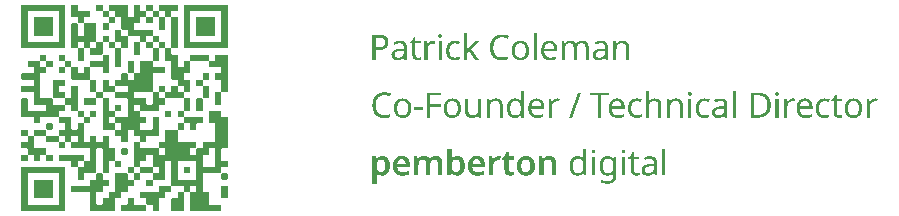
<source format=gto>
G04 #@! TF.GenerationSoftware,KiCad,Pcbnew,6.0.11+dfsg-1*
G04 #@! TF.CreationDate,2023-08-15T17:50:17+01:00*
G04 #@! TF.ProjectId,business card,62757369-6e65-4737-9320-636172642e6b,rev?*
G04 #@! TF.SameCoordinates,Original*
G04 #@! TF.FileFunction,Legend,Top*
G04 #@! TF.FilePolarity,Positive*
%FSLAX46Y46*%
G04 Gerber Fmt 4.6, Leading zero omitted, Abs format (unit mm)*
G04 Created by KiCad (PCBNEW 6.0.11+dfsg-1) date 2023-08-15 17:50:17*
%MOMM*%
%LPD*%
G01*
G04 APERTURE LIST*
%ADD10C,0.000000*%
%ADD11C,4.200000*%
G04 APERTURE END LIST*
D10*
G36*
X66030604Y-68973828D02*
G01*
X66033291Y-68974032D01*
X66035940Y-68974369D01*
X66038545Y-68974834D01*
X66041106Y-68975425D01*
X66043617Y-68976138D01*
X66046076Y-68976970D01*
X66048479Y-68977918D01*
X66050823Y-68978977D01*
X66053105Y-68980146D01*
X66055321Y-68981420D01*
X66057468Y-68982796D01*
X66059542Y-68984272D01*
X66061541Y-68985843D01*
X66063461Y-68987506D01*
X66065299Y-68989258D01*
X66067051Y-68991096D01*
X66068714Y-68993016D01*
X66070285Y-68995015D01*
X66071761Y-68997089D01*
X66073137Y-68999236D01*
X66074411Y-69001452D01*
X66075580Y-69003734D01*
X66076640Y-69006078D01*
X66077587Y-69008481D01*
X66078419Y-69010940D01*
X66079132Y-69013451D01*
X66079723Y-69016011D01*
X66080188Y-69018617D01*
X66080525Y-69021265D01*
X66080729Y-69023952D01*
X66080798Y-69026676D01*
X66080798Y-69450009D01*
X66080729Y-69452732D01*
X66080525Y-69455419D01*
X66080188Y-69458067D01*
X66079723Y-69460673D01*
X66079132Y-69463233D01*
X66078419Y-69465744D01*
X66077587Y-69468203D01*
X66076640Y-69470606D01*
X66075580Y-69472950D01*
X66074411Y-69475232D01*
X66073137Y-69477448D01*
X66071761Y-69479595D01*
X66070285Y-69481669D01*
X66068714Y-69483668D01*
X66067051Y-69485588D01*
X66065299Y-69487426D01*
X66063461Y-69489178D01*
X66061541Y-69490842D01*
X66059542Y-69492412D01*
X66057468Y-69493888D01*
X66055321Y-69495264D01*
X66053105Y-69496538D01*
X66050823Y-69497707D01*
X66048479Y-69498767D01*
X66046076Y-69499714D01*
X66043617Y-69500546D01*
X66041106Y-69501259D01*
X66038545Y-69501850D01*
X66035940Y-69502315D01*
X66033291Y-69502652D01*
X66030604Y-69502856D01*
X66027881Y-69502925D01*
X65604548Y-69502925D01*
X65601825Y-69502856D01*
X65599138Y-69502652D01*
X65596490Y-69502315D01*
X65593884Y-69501850D01*
X65591324Y-69501259D01*
X65588812Y-69500546D01*
X65586354Y-69499714D01*
X65583951Y-69498767D01*
X65581607Y-69497707D01*
X65579325Y-69496538D01*
X65577109Y-69495264D01*
X65574962Y-69493888D01*
X65572887Y-69492412D01*
X65570888Y-69490841D01*
X65568968Y-69489178D01*
X65567131Y-69487426D01*
X65565378Y-69485588D01*
X65563715Y-69483668D01*
X65562144Y-69481669D01*
X65560669Y-69479595D01*
X65559293Y-69477448D01*
X65558018Y-69475232D01*
X65556850Y-69472950D01*
X65555790Y-69470606D01*
X65554843Y-69468203D01*
X65554011Y-69465744D01*
X65553298Y-69463233D01*
X65552707Y-69460673D01*
X65552242Y-69458067D01*
X65551905Y-69455419D01*
X65551701Y-69452732D01*
X65551632Y-69450009D01*
X65551632Y-69026676D01*
X65551701Y-69023952D01*
X65551905Y-69021265D01*
X65552242Y-69018617D01*
X65552707Y-69016011D01*
X65553298Y-69013451D01*
X65554011Y-69010940D01*
X65554843Y-69008481D01*
X65555790Y-69006078D01*
X65556850Y-69003734D01*
X65558018Y-69001452D01*
X65559293Y-68999236D01*
X65560669Y-68997089D01*
X65562144Y-68995015D01*
X65563715Y-68993016D01*
X65565378Y-68991096D01*
X65567131Y-68989258D01*
X65568968Y-68987506D01*
X65570888Y-68985843D01*
X65572887Y-68984272D01*
X65574962Y-68982796D01*
X65577109Y-68981420D01*
X65579325Y-68980146D01*
X65581607Y-68978977D01*
X65583951Y-68977918D01*
X65586354Y-68976970D01*
X65588812Y-68976138D01*
X65591324Y-68975425D01*
X65593884Y-68974834D01*
X65596490Y-68974369D01*
X65599138Y-68974032D01*
X65601825Y-68973828D01*
X65604548Y-68973759D01*
X66027881Y-68973759D01*
X66030604Y-68973828D01*
G37*
G36*
X70263932Y-68973828D02*
G01*
X70266619Y-68974032D01*
X70269267Y-68974369D01*
X70271873Y-68974834D01*
X70274434Y-68975425D01*
X70276945Y-68976138D01*
X70279404Y-68976970D01*
X70281807Y-68977918D01*
X70284151Y-68978977D01*
X70286432Y-68980146D01*
X70288648Y-68981420D01*
X70290795Y-68982796D01*
X70292870Y-68984272D01*
X70294869Y-68985843D01*
X70296789Y-68987506D01*
X70298627Y-68989258D01*
X70300379Y-68991096D01*
X70302042Y-68993016D01*
X70303613Y-68995015D01*
X70305089Y-68997089D01*
X70306465Y-68999236D01*
X70307739Y-69001452D01*
X70308908Y-69003734D01*
X70309967Y-69006078D01*
X70310915Y-69008481D01*
X70311747Y-69010940D01*
X70312460Y-69013451D01*
X70313051Y-69016011D01*
X70313516Y-69018617D01*
X70313853Y-69021265D01*
X70314057Y-69023952D01*
X70314126Y-69026676D01*
X70314126Y-69450009D01*
X70314057Y-69452732D01*
X70313853Y-69455419D01*
X70313516Y-69458067D01*
X70313051Y-69460673D01*
X70312460Y-69463233D01*
X70311747Y-69465744D01*
X70310915Y-69468203D01*
X70309967Y-69470606D01*
X70308908Y-69472950D01*
X70307739Y-69475232D01*
X70306465Y-69477448D01*
X70305089Y-69479595D01*
X70303613Y-69481669D01*
X70302042Y-69483668D01*
X70300379Y-69485588D01*
X70298627Y-69487426D01*
X70296789Y-69489178D01*
X70294869Y-69490842D01*
X70292870Y-69492412D01*
X70290795Y-69493888D01*
X70288648Y-69495264D01*
X70286432Y-69496538D01*
X70284151Y-69497707D01*
X70281807Y-69498767D01*
X70279404Y-69499714D01*
X70276945Y-69500546D01*
X70274434Y-69501259D01*
X70271873Y-69501850D01*
X70269267Y-69502315D01*
X70266619Y-69502652D01*
X70263932Y-69502856D01*
X70261208Y-69502925D01*
X69837876Y-69502925D01*
X69835153Y-69502856D01*
X69832466Y-69502652D01*
X69829817Y-69502315D01*
X69827212Y-69501850D01*
X69824651Y-69501259D01*
X69822140Y-69500546D01*
X69819682Y-69499714D01*
X69817279Y-69498767D01*
X69814935Y-69497707D01*
X69812653Y-69496538D01*
X69810437Y-69495264D01*
X69808290Y-69493888D01*
X69806215Y-69492412D01*
X69804216Y-69490841D01*
X69802296Y-69489178D01*
X69800458Y-69487426D01*
X69798706Y-69485588D01*
X69797043Y-69483668D01*
X69795472Y-69481669D01*
X69793997Y-69479595D01*
X69792620Y-69477448D01*
X69791346Y-69475232D01*
X69790178Y-69472950D01*
X69789118Y-69470606D01*
X69788171Y-69468203D01*
X69787339Y-69465744D01*
X69786626Y-69463233D01*
X69786035Y-69460673D01*
X69785569Y-69458067D01*
X69785233Y-69455419D01*
X69785029Y-69452732D01*
X69784960Y-69450009D01*
X69784960Y-69026676D01*
X69785029Y-69023952D01*
X69785233Y-69021265D01*
X69785569Y-69018617D01*
X69786035Y-69016011D01*
X69786626Y-69013451D01*
X69787339Y-69010940D01*
X69788171Y-69008481D01*
X69789118Y-69006078D01*
X69790178Y-69003734D01*
X69791346Y-69001452D01*
X69792620Y-68999236D01*
X69793997Y-68997089D01*
X69795472Y-68995015D01*
X69797043Y-68993016D01*
X69798706Y-68991096D01*
X69800458Y-68989258D01*
X69802296Y-68987506D01*
X69804216Y-68985843D01*
X69806215Y-68984272D01*
X69808290Y-68982796D01*
X69810437Y-68981420D01*
X69812653Y-68980146D01*
X69814935Y-68978977D01*
X69817279Y-68977918D01*
X69819682Y-68976970D01*
X69822140Y-68976138D01*
X69824651Y-68975425D01*
X69827212Y-68974834D01*
X69829817Y-68974369D01*
X69832466Y-68974032D01*
X69835153Y-68973828D01*
X69837876Y-68973759D01*
X70261208Y-68973759D01*
X70263932Y-68973828D01*
G37*
G36*
X72380597Y-68973828D02*
G01*
X72383285Y-68974032D01*
X72385933Y-68974369D01*
X72388539Y-68974834D01*
X72391099Y-68975425D01*
X72393610Y-68976138D01*
X72396068Y-68976970D01*
X72398471Y-68977918D01*
X72400815Y-68978977D01*
X72403097Y-68980146D01*
X72405313Y-68981420D01*
X72407460Y-68982796D01*
X72409535Y-68984272D01*
X72411534Y-68985843D01*
X72413454Y-68987506D01*
X72415292Y-68989258D01*
X72417044Y-68991096D01*
X72418707Y-68993016D01*
X72420278Y-68995015D01*
X72421753Y-68997089D01*
X72423130Y-68999236D01*
X72424404Y-69001452D01*
X72425573Y-69003734D01*
X72426632Y-69006078D01*
X72427580Y-69008481D01*
X72428412Y-69010940D01*
X72429125Y-69013451D01*
X72429716Y-69016011D01*
X72430181Y-69018617D01*
X72430518Y-69021265D01*
X72430722Y-69023952D01*
X72430791Y-69026676D01*
X72430791Y-69450009D01*
X72430722Y-69452732D01*
X72430518Y-69455419D01*
X72430181Y-69458067D01*
X72429716Y-69460673D01*
X72429125Y-69463233D01*
X72428412Y-69465744D01*
X72427580Y-69468203D01*
X72426632Y-69470606D01*
X72425573Y-69472950D01*
X72424404Y-69475232D01*
X72423130Y-69477448D01*
X72421753Y-69479595D01*
X72420278Y-69481669D01*
X72418707Y-69483668D01*
X72417044Y-69485588D01*
X72415292Y-69487426D01*
X72413454Y-69489178D01*
X72411534Y-69490842D01*
X72409535Y-69492412D01*
X72407460Y-69493888D01*
X72405313Y-69495264D01*
X72403097Y-69496538D01*
X72400815Y-69497707D01*
X72398471Y-69498767D01*
X72396068Y-69499714D01*
X72393610Y-69500546D01*
X72391099Y-69501259D01*
X72388539Y-69501850D01*
X72385933Y-69502315D01*
X72383285Y-69502652D01*
X72380597Y-69502856D01*
X72377874Y-69502925D01*
X71954541Y-69502925D01*
X71951818Y-69502994D01*
X71949131Y-69503198D01*
X71946483Y-69503535D01*
X71943877Y-69504000D01*
X71941317Y-69504591D01*
X71938806Y-69505304D01*
X71936347Y-69506136D01*
X71933944Y-69507083D01*
X71931600Y-69508143D01*
X71929318Y-69509312D01*
X71927102Y-69510586D01*
X71924955Y-69511962D01*
X71922881Y-69513438D01*
X71920882Y-69515009D01*
X71918961Y-69516672D01*
X71917124Y-69518424D01*
X71915372Y-69520262D01*
X71913708Y-69522182D01*
X71912137Y-69524181D01*
X71910662Y-69526255D01*
X71909286Y-69528402D01*
X71908011Y-69530618D01*
X71906843Y-69532900D01*
X71905783Y-69535244D01*
X71904836Y-69537647D01*
X71904004Y-69540106D01*
X71903291Y-69542617D01*
X71902700Y-69545177D01*
X71902234Y-69547783D01*
X71901898Y-69550431D01*
X71901693Y-69553118D01*
X71901625Y-69555842D01*
X71901625Y-69979174D01*
X71901556Y-69981898D01*
X71901351Y-69984585D01*
X71901015Y-69987233D01*
X71900549Y-69989839D01*
X71899959Y-69992399D01*
X71899245Y-69994910D01*
X71898414Y-69997369D01*
X71897466Y-69999772D01*
X71896406Y-70002116D01*
X71895238Y-70004398D01*
X71893964Y-70006614D01*
X71892587Y-70008761D01*
X71891112Y-70010835D01*
X71889541Y-70012834D01*
X71887878Y-70014754D01*
X71886125Y-70016592D01*
X71884288Y-70018344D01*
X71882368Y-70020007D01*
X71880369Y-70021578D01*
X71878294Y-70023054D01*
X71876147Y-70024430D01*
X71873931Y-70025704D01*
X71871649Y-70026873D01*
X71869305Y-70027933D01*
X71866902Y-70028880D01*
X71864444Y-70029712D01*
X71861932Y-70030425D01*
X71859372Y-70031016D01*
X71856767Y-70031481D01*
X71854118Y-70031818D01*
X71851431Y-70032022D01*
X71848708Y-70032091D01*
X71425376Y-70032091D01*
X71422653Y-70032022D01*
X71419965Y-70031818D01*
X71417317Y-70031481D01*
X71414711Y-70031016D01*
X71412151Y-70030425D01*
X71409640Y-70029712D01*
X71407181Y-70028880D01*
X71404778Y-70027933D01*
X71402434Y-70026873D01*
X71400153Y-70025704D01*
X71397937Y-70024430D01*
X71395790Y-70023054D01*
X71393715Y-70021578D01*
X71391716Y-70020007D01*
X71389796Y-70018344D01*
X71387958Y-70016592D01*
X71386206Y-70014754D01*
X71384542Y-70012834D01*
X71382971Y-70010835D01*
X71381496Y-70008761D01*
X71380120Y-70006614D01*
X71378845Y-70004398D01*
X71377677Y-70002116D01*
X71376617Y-69999772D01*
X71375669Y-69997369D01*
X71374837Y-69994910D01*
X71374124Y-69992399D01*
X71373533Y-69989839D01*
X71373068Y-69987233D01*
X71372732Y-69984585D01*
X71372527Y-69981898D01*
X71372458Y-69979174D01*
X71372458Y-69555842D01*
X71372389Y-69553118D01*
X71372185Y-69550431D01*
X71371849Y-69547783D01*
X71371383Y-69545177D01*
X71370792Y-69542617D01*
X71370079Y-69540106D01*
X71369247Y-69537647D01*
X71368300Y-69535244D01*
X71367240Y-69532900D01*
X71366071Y-69530618D01*
X71364797Y-69528402D01*
X71363421Y-69526255D01*
X71361946Y-69524181D01*
X71360375Y-69522182D01*
X71358711Y-69520262D01*
X71356959Y-69518424D01*
X71355121Y-69516672D01*
X71353201Y-69515009D01*
X71351202Y-69513438D01*
X71349128Y-69511962D01*
X71346981Y-69510586D01*
X71344765Y-69509312D01*
X71342483Y-69508143D01*
X71340139Y-69507083D01*
X71337736Y-69506136D01*
X71335277Y-69505304D01*
X71332766Y-69504591D01*
X71330206Y-69504000D01*
X71327600Y-69503535D01*
X71324952Y-69503198D01*
X71322265Y-69502994D01*
X71319542Y-69502925D01*
X70896210Y-69502925D01*
X70893487Y-69502856D01*
X70890799Y-69502652D01*
X70888151Y-69502315D01*
X70885545Y-69501850D01*
X70882985Y-69501259D01*
X70880474Y-69500546D01*
X70878015Y-69499714D01*
X70875612Y-69498767D01*
X70873268Y-69497707D01*
X70870987Y-69496538D01*
X70868771Y-69495264D01*
X70866624Y-69493888D01*
X70864549Y-69492412D01*
X70862550Y-69490841D01*
X70860630Y-69489178D01*
X70858792Y-69487426D01*
X70857040Y-69485588D01*
X70855377Y-69483668D01*
X70853806Y-69481669D01*
X70852331Y-69479595D01*
X70850954Y-69477448D01*
X70849680Y-69475232D01*
X70848511Y-69472950D01*
X70847452Y-69470606D01*
X70846504Y-69468203D01*
X70845672Y-69465744D01*
X70844959Y-69463233D01*
X70844368Y-69460673D01*
X70843903Y-69458067D01*
X70843566Y-69455419D01*
X70843362Y-69452732D01*
X70843293Y-69450009D01*
X70843293Y-69026676D01*
X70843362Y-69023952D01*
X70843566Y-69021265D01*
X70843903Y-69018617D01*
X70844368Y-69016011D01*
X70844959Y-69013451D01*
X70845672Y-69010940D01*
X70846504Y-69008481D01*
X70847452Y-69006078D01*
X70848511Y-69003734D01*
X70849680Y-69001452D01*
X70850954Y-68999236D01*
X70852331Y-68997089D01*
X70853806Y-68995015D01*
X70855377Y-68993016D01*
X70857040Y-68991096D01*
X70858792Y-68989258D01*
X70860630Y-68987506D01*
X70862550Y-68985843D01*
X70864549Y-68984272D01*
X70866624Y-68982796D01*
X70868771Y-68981420D01*
X70870987Y-68980146D01*
X70873268Y-68978977D01*
X70875612Y-68977917D01*
X70878015Y-68976970D01*
X70880474Y-68976138D01*
X70882985Y-68975425D01*
X70885545Y-68974834D01*
X70888151Y-68974369D01*
X70890799Y-68974032D01*
X70893487Y-68973828D01*
X70896210Y-68973759D01*
X72377874Y-68973759D01*
X72380597Y-68973828D01*
G37*
G36*
X66559770Y-69502994D02*
G01*
X66562457Y-69503198D01*
X66565106Y-69503535D01*
X66567711Y-69504000D01*
X66570272Y-69504591D01*
X66572783Y-69505304D01*
X66575241Y-69506136D01*
X66577645Y-69507083D01*
X66579989Y-69508143D01*
X66582270Y-69509312D01*
X66584486Y-69510586D01*
X66586633Y-69511962D01*
X66588708Y-69513438D01*
X66590707Y-69515009D01*
X66592627Y-69516672D01*
X66594465Y-69518424D01*
X66596217Y-69520262D01*
X66597880Y-69522182D01*
X66599451Y-69524181D01*
X66600927Y-69526255D01*
X66602303Y-69528402D01*
X66603577Y-69530618D01*
X66604746Y-69532900D01*
X66605806Y-69535244D01*
X66606753Y-69537647D01*
X66607585Y-69540106D01*
X66608298Y-69542617D01*
X66608889Y-69545177D01*
X66609355Y-69547783D01*
X66609691Y-69550431D01*
X66609895Y-69553118D01*
X66609964Y-69555842D01*
X66609964Y-69979174D01*
X66609895Y-69981898D01*
X66609691Y-69984585D01*
X66609355Y-69987233D01*
X66608889Y-69989839D01*
X66608298Y-69992399D01*
X66607585Y-69994910D01*
X66606753Y-69997369D01*
X66605806Y-69999772D01*
X66604746Y-70002116D01*
X66603577Y-70004398D01*
X66602303Y-70006614D01*
X66600927Y-70008761D01*
X66599451Y-70010835D01*
X66597880Y-70012834D01*
X66596217Y-70014754D01*
X66594465Y-70016592D01*
X66592627Y-70018344D01*
X66590707Y-70020007D01*
X66588708Y-70021578D01*
X66586633Y-70023054D01*
X66584486Y-70024430D01*
X66582270Y-70025704D01*
X66579989Y-70026873D01*
X66577645Y-70027933D01*
X66575241Y-70028880D01*
X66572783Y-70029712D01*
X66570272Y-70030425D01*
X66567711Y-70031016D01*
X66565106Y-70031481D01*
X66562457Y-70031818D01*
X66559770Y-70032022D01*
X66557047Y-70032091D01*
X66133715Y-70032091D01*
X66130991Y-70032022D01*
X66128304Y-70031818D01*
X66125656Y-70031481D01*
X66123050Y-70031016D01*
X66120490Y-70030425D01*
X66117979Y-70029712D01*
X66115520Y-70028880D01*
X66113117Y-70027933D01*
X66110773Y-70026873D01*
X66108491Y-70025704D01*
X66106275Y-70024430D01*
X66104128Y-70023054D01*
X66102054Y-70021578D01*
X66100055Y-70020007D01*
X66098135Y-70018344D01*
X66096297Y-70016592D01*
X66094545Y-70014754D01*
X66092881Y-70012834D01*
X66091311Y-70010835D01*
X66089835Y-70008761D01*
X66088459Y-70006614D01*
X66087185Y-70004398D01*
X66086016Y-70002116D01*
X66084956Y-69999772D01*
X66084009Y-69997369D01*
X66083177Y-69994910D01*
X66082464Y-69992399D01*
X66081873Y-69989839D01*
X66081408Y-69987233D01*
X66081071Y-69984585D01*
X66080867Y-69981898D01*
X66080798Y-69979174D01*
X66080798Y-69555842D01*
X66080867Y-69553118D01*
X66081071Y-69550431D01*
X66081408Y-69547783D01*
X66081873Y-69545177D01*
X66082464Y-69542617D01*
X66083177Y-69540106D01*
X66084009Y-69537647D01*
X66084956Y-69535244D01*
X66086016Y-69532900D01*
X66087185Y-69530618D01*
X66088459Y-69528402D01*
X66089835Y-69526255D01*
X66091311Y-69524181D01*
X66092881Y-69522182D01*
X66094545Y-69520262D01*
X66096297Y-69518424D01*
X66098135Y-69516672D01*
X66100055Y-69515009D01*
X66102054Y-69513438D01*
X66104128Y-69511962D01*
X66106275Y-69510586D01*
X66108491Y-69509312D01*
X66110773Y-69508143D01*
X66113117Y-69507083D01*
X66115520Y-69506136D01*
X66117979Y-69505304D01*
X66120490Y-69504591D01*
X66123050Y-69504000D01*
X66125656Y-69503535D01*
X66128304Y-69503198D01*
X66130991Y-69502994D01*
X66133715Y-69502925D01*
X66557047Y-69502925D01*
X66559770Y-69502994D01*
G37*
G36*
X70793099Y-69502994D02*
G01*
X70795786Y-69503198D01*
X70798434Y-69503535D01*
X70801040Y-69504000D01*
X70803600Y-69504591D01*
X70806111Y-69505304D01*
X70808570Y-69506136D01*
X70810973Y-69507083D01*
X70813317Y-69508143D01*
X70815599Y-69509312D01*
X70817815Y-69510586D01*
X70819962Y-69511962D01*
X70822036Y-69513438D01*
X70824036Y-69515009D01*
X70825956Y-69516672D01*
X70827793Y-69518424D01*
X70829546Y-69520262D01*
X70831209Y-69522182D01*
X70832780Y-69524181D01*
X70834255Y-69526255D01*
X70835632Y-69528402D01*
X70836906Y-69530618D01*
X70838075Y-69532900D01*
X70839134Y-69535244D01*
X70840082Y-69537647D01*
X70840914Y-69540106D01*
X70841627Y-69542617D01*
X70842218Y-69545177D01*
X70842683Y-69547783D01*
X70843020Y-69550431D01*
X70843224Y-69553118D01*
X70843293Y-69555842D01*
X70843293Y-69979174D01*
X70843224Y-69981898D01*
X70843020Y-69984585D01*
X70842683Y-69987233D01*
X70842218Y-69989839D01*
X70841627Y-69992399D01*
X70840914Y-69994910D01*
X70840082Y-69997369D01*
X70839134Y-69999772D01*
X70838075Y-70002116D01*
X70836906Y-70004398D01*
X70835632Y-70006614D01*
X70834255Y-70008761D01*
X70832780Y-70010835D01*
X70831209Y-70012834D01*
X70829546Y-70014754D01*
X70827793Y-70016592D01*
X70825956Y-70018344D01*
X70824036Y-70020007D01*
X70822036Y-70021578D01*
X70819962Y-70023054D01*
X70817815Y-70024430D01*
X70815599Y-70025704D01*
X70813317Y-70026873D01*
X70810973Y-70027933D01*
X70808570Y-70028880D01*
X70806111Y-70029712D01*
X70803600Y-70030425D01*
X70801040Y-70031016D01*
X70798434Y-70031481D01*
X70795786Y-70031818D01*
X70793099Y-70032022D01*
X70790376Y-70032091D01*
X70367043Y-70032091D01*
X70364320Y-70032022D01*
X70361633Y-70031818D01*
X70358985Y-70031481D01*
X70356379Y-70031016D01*
X70353819Y-70030425D01*
X70351308Y-70029712D01*
X70348849Y-70028880D01*
X70346446Y-70027933D01*
X70344102Y-70026873D01*
X70341820Y-70025704D01*
X70339604Y-70024430D01*
X70337457Y-70023054D01*
X70335383Y-70021578D01*
X70333384Y-70020007D01*
X70331464Y-70018344D01*
X70329626Y-70016592D01*
X70327874Y-70014754D01*
X70326211Y-70012834D01*
X70324640Y-70010835D01*
X70323164Y-70008761D01*
X70321788Y-70006614D01*
X70320514Y-70004398D01*
X70319345Y-70002116D01*
X70318285Y-69999772D01*
X70317338Y-69997369D01*
X70316506Y-69994910D01*
X70315793Y-69992399D01*
X70315202Y-69989839D01*
X70314737Y-69987233D01*
X70314400Y-69984585D01*
X70314196Y-69981898D01*
X70314127Y-69979174D01*
X70314127Y-69555842D01*
X70314196Y-69553118D01*
X70314400Y-69550431D01*
X70314737Y-69547783D01*
X70315202Y-69545177D01*
X70315793Y-69542617D01*
X70316506Y-69540106D01*
X70317338Y-69537647D01*
X70318285Y-69535244D01*
X70319345Y-69532900D01*
X70320514Y-69530618D01*
X70321788Y-69528402D01*
X70323164Y-69526255D01*
X70324640Y-69524181D01*
X70326211Y-69522182D01*
X70327874Y-69520262D01*
X70329626Y-69518424D01*
X70331464Y-69516672D01*
X70333384Y-69515009D01*
X70335383Y-69513438D01*
X70337457Y-69511962D01*
X70339604Y-69510586D01*
X70341820Y-69509312D01*
X70344102Y-69508143D01*
X70346446Y-69507083D01*
X70348849Y-69506136D01*
X70351308Y-69505304D01*
X70353819Y-69504591D01*
X70356379Y-69504000D01*
X70358985Y-69503535D01*
X70361633Y-69503198D01*
X70364320Y-69502994D01*
X70367043Y-69502925D01*
X70790376Y-69502925D01*
X70793099Y-69502994D01*
G37*
G36*
X63913941Y-68973828D02*
G01*
X63916628Y-68974032D01*
X63919276Y-68974369D01*
X63921882Y-68974834D01*
X63924442Y-68975425D01*
X63926953Y-68976138D01*
X63929412Y-68976970D01*
X63931815Y-68977918D01*
X63934159Y-68978977D01*
X63936441Y-68980146D01*
X63938657Y-68981420D01*
X63940804Y-68982796D01*
X63942878Y-68984272D01*
X63944878Y-68985843D01*
X63946798Y-68987506D01*
X63948635Y-68989258D01*
X63950388Y-68991096D01*
X63952051Y-68993016D01*
X63953622Y-68995015D01*
X63955097Y-68997089D01*
X63956473Y-68999236D01*
X63957748Y-69001452D01*
X63958916Y-69003734D01*
X63959976Y-69006078D01*
X63960924Y-69008481D01*
X63961755Y-69010940D01*
X63962469Y-69013451D01*
X63963059Y-69016011D01*
X63963525Y-69018617D01*
X63963861Y-69021265D01*
X63964066Y-69023952D01*
X63964135Y-69026676D01*
X63964135Y-69450009D01*
X63964203Y-69452732D01*
X63964408Y-69455419D01*
X63964744Y-69458067D01*
X63965210Y-69460673D01*
X63965800Y-69463233D01*
X63966514Y-69465744D01*
X63967345Y-69468203D01*
X63968293Y-69470606D01*
X63969353Y-69472950D01*
X63970521Y-69475232D01*
X63971795Y-69477448D01*
X63973172Y-69479595D01*
X63974647Y-69481669D01*
X63976218Y-69483668D01*
X63977881Y-69485588D01*
X63979633Y-69487426D01*
X63981471Y-69489178D01*
X63983391Y-69490842D01*
X63985390Y-69492412D01*
X63987465Y-69493888D01*
X63989612Y-69495264D01*
X63991828Y-69496538D01*
X63994109Y-69497707D01*
X63996453Y-69498767D01*
X63998856Y-69499714D01*
X64001315Y-69500546D01*
X64003826Y-69501259D01*
X64006386Y-69501850D01*
X64008992Y-69502315D01*
X64011641Y-69502652D01*
X64014328Y-69502856D01*
X64017051Y-69502925D01*
X64969550Y-69502925D01*
X64972273Y-69502994D01*
X64974960Y-69503198D01*
X64977609Y-69503535D01*
X64980215Y-69504000D01*
X64982775Y-69504591D01*
X64985286Y-69505304D01*
X64987744Y-69506136D01*
X64990148Y-69507083D01*
X64992492Y-69508143D01*
X64994773Y-69509312D01*
X64996989Y-69510586D01*
X64999136Y-69511962D01*
X65001211Y-69513438D01*
X65003210Y-69515009D01*
X65005130Y-69516672D01*
X65006968Y-69518424D01*
X65008720Y-69520262D01*
X65010383Y-69522182D01*
X65011954Y-69524181D01*
X65013430Y-69526255D01*
X65014806Y-69528402D01*
X65016080Y-69530618D01*
X65017249Y-69532900D01*
X65018308Y-69535244D01*
X65019256Y-69537647D01*
X65020088Y-69540106D01*
X65020801Y-69542617D01*
X65021392Y-69545177D01*
X65021857Y-69547783D01*
X65022194Y-69550431D01*
X65022398Y-69553118D01*
X65022467Y-69555842D01*
X65022467Y-69979174D01*
X65022398Y-69981898D01*
X65022194Y-69984585D01*
X65021857Y-69987233D01*
X65021391Y-69989839D01*
X65020801Y-69992399D01*
X65020087Y-69994910D01*
X65019255Y-69997369D01*
X65018308Y-69999772D01*
X65017248Y-70002116D01*
X65016079Y-70004398D01*
X65014805Y-70006614D01*
X65013429Y-70008761D01*
X65011953Y-70010835D01*
X65010382Y-70012834D01*
X65008719Y-70014754D01*
X65006967Y-70016592D01*
X65005129Y-70018344D01*
X65003209Y-70020007D01*
X65001210Y-70021578D01*
X64999135Y-70023054D01*
X64996988Y-70024430D01*
X64994772Y-70025704D01*
X64992491Y-70026873D01*
X64990147Y-70027933D01*
X64987744Y-70028880D01*
X64985285Y-70029712D01*
X64982774Y-70030425D01*
X64980214Y-70031016D01*
X64977608Y-70031481D01*
X64974960Y-70031818D01*
X64972272Y-70032022D01*
X64969549Y-70032091D01*
X64546217Y-70032091D01*
X64543494Y-70032160D01*
X64540806Y-70032364D01*
X64538158Y-70032701D01*
X64535552Y-70033166D01*
X64532992Y-70033757D01*
X64530481Y-70034470D01*
X64528022Y-70035302D01*
X64525619Y-70036249D01*
X64523275Y-70037309D01*
X64520993Y-70038478D01*
X64518777Y-70039752D01*
X64516630Y-70041128D01*
X64514556Y-70042604D01*
X64512556Y-70044175D01*
X64510636Y-70045838D01*
X64508799Y-70047590D01*
X64507047Y-70049428D01*
X64505383Y-70051348D01*
X64503812Y-70053347D01*
X64502337Y-70055421D01*
X64500961Y-70057568D01*
X64499687Y-70059784D01*
X64498518Y-70062066D01*
X64497458Y-70064410D01*
X64496511Y-70066813D01*
X64495679Y-70069272D01*
X64494966Y-70071783D01*
X64494375Y-70074343D01*
X64493910Y-70076949D01*
X64493573Y-70079597D01*
X64493369Y-70082284D01*
X64493300Y-70085008D01*
X64493300Y-70508340D01*
X64493231Y-70511064D01*
X64493027Y-70513751D01*
X64492690Y-70516399D01*
X64492225Y-70519005D01*
X64491634Y-70521565D01*
X64490921Y-70524076D01*
X64490089Y-70526535D01*
X64489141Y-70528938D01*
X64488082Y-70531282D01*
X64486913Y-70533564D01*
X64485639Y-70535780D01*
X64484263Y-70537927D01*
X64482787Y-70540001D01*
X64481216Y-70542000D01*
X64479553Y-70543920D01*
X64477801Y-70545758D01*
X64475963Y-70547510D01*
X64474043Y-70549173D01*
X64472044Y-70550744D01*
X64469969Y-70552220D01*
X64467822Y-70553596D01*
X64465606Y-70554870D01*
X64463325Y-70556039D01*
X64460981Y-70557099D01*
X64458578Y-70558046D01*
X64456119Y-70558878D01*
X64453608Y-70559591D01*
X64451048Y-70560182D01*
X64448442Y-70560647D01*
X64445793Y-70560984D01*
X64443106Y-70561188D01*
X64440383Y-70561257D01*
X64017051Y-70561257D01*
X64014328Y-70561188D01*
X64011640Y-70560984D01*
X64008992Y-70560647D01*
X64006386Y-70560182D01*
X64003826Y-70559591D01*
X64001315Y-70558878D01*
X63998856Y-70558046D01*
X63996453Y-70557099D01*
X63994109Y-70556039D01*
X63991827Y-70554870D01*
X63989611Y-70553596D01*
X63987464Y-70552220D01*
X63985390Y-70550744D01*
X63983391Y-70549173D01*
X63981471Y-70547510D01*
X63979633Y-70545758D01*
X63977881Y-70543920D01*
X63976218Y-70542000D01*
X63974647Y-70540001D01*
X63973171Y-70537927D01*
X63971795Y-70535780D01*
X63970521Y-70533564D01*
X63969352Y-70531282D01*
X63968292Y-70528938D01*
X63967345Y-70526535D01*
X63966513Y-70524076D01*
X63965800Y-70521565D01*
X63965209Y-70519005D01*
X63964744Y-70516399D01*
X63964407Y-70513751D01*
X63964203Y-70511064D01*
X63964134Y-70508340D01*
X63964134Y-70085008D01*
X63964065Y-70082284D01*
X63963861Y-70079597D01*
X63963524Y-70076949D01*
X63963059Y-70074343D01*
X63962468Y-70071783D01*
X63961755Y-70069272D01*
X63960923Y-70066813D01*
X63959976Y-70064410D01*
X63958916Y-70062066D01*
X63957747Y-70059784D01*
X63956473Y-70057568D01*
X63955097Y-70055421D01*
X63953621Y-70053347D01*
X63952050Y-70051348D01*
X63950387Y-70049428D01*
X63948635Y-70047590D01*
X63946797Y-70045838D01*
X63944877Y-70044175D01*
X63942878Y-70042604D01*
X63940804Y-70041128D01*
X63938657Y-70039752D01*
X63936441Y-70038478D01*
X63934159Y-70037309D01*
X63931815Y-70036249D01*
X63929412Y-70035302D01*
X63926953Y-70034470D01*
X63924442Y-70033757D01*
X63921882Y-70033166D01*
X63919276Y-70032701D01*
X63916628Y-70032364D01*
X63913940Y-70032160D01*
X63911217Y-70032091D01*
X63487885Y-70032091D01*
X63485162Y-70032022D01*
X63482474Y-70031818D01*
X63479826Y-70031481D01*
X63477220Y-70031016D01*
X63474660Y-70030425D01*
X63472149Y-70029712D01*
X63469690Y-70028880D01*
X63467287Y-70027933D01*
X63464943Y-70026873D01*
X63462661Y-70025704D01*
X63460445Y-70024430D01*
X63458298Y-70023054D01*
X63456224Y-70021578D01*
X63454225Y-70020007D01*
X63452304Y-70018344D01*
X63450467Y-70016592D01*
X63448715Y-70014754D01*
X63447051Y-70012834D01*
X63445480Y-70010835D01*
X63444005Y-70008761D01*
X63442629Y-70006614D01*
X63441355Y-70004398D01*
X63440186Y-70002116D01*
X63439126Y-69999772D01*
X63438179Y-69997369D01*
X63437347Y-69994910D01*
X63436634Y-69992399D01*
X63436043Y-69989839D01*
X63435578Y-69987233D01*
X63435241Y-69984585D01*
X63435037Y-69981898D01*
X63434968Y-69979174D01*
X63434968Y-69026676D01*
X63435037Y-69023952D01*
X63435241Y-69021265D01*
X63435578Y-69018617D01*
X63436043Y-69016011D01*
X63436634Y-69013451D01*
X63437347Y-69010940D01*
X63438179Y-69008481D01*
X63439126Y-69006078D01*
X63440186Y-69003734D01*
X63441355Y-69001452D01*
X63442629Y-68999236D01*
X63444005Y-68997089D01*
X63445480Y-68995015D01*
X63447051Y-68993016D01*
X63448715Y-68991096D01*
X63450467Y-68989258D01*
X63452304Y-68987506D01*
X63454225Y-68985843D01*
X63456224Y-68984272D01*
X63458298Y-68982796D01*
X63460445Y-68981420D01*
X63462661Y-68980146D01*
X63464943Y-68978977D01*
X63467287Y-68977918D01*
X63469690Y-68976970D01*
X63472149Y-68976138D01*
X63474660Y-68975425D01*
X63477220Y-68974834D01*
X63479826Y-68974369D01*
X63482474Y-68974032D01*
X63485162Y-68973828D01*
X63487885Y-68973759D01*
X63911218Y-68973759D01*
X63913941Y-68973828D01*
G37*
G36*
X67088936Y-70032160D02*
G01*
X67091623Y-70032364D01*
X67094272Y-70032701D01*
X67096878Y-70033166D01*
X67099438Y-70033757D01*
X67101949Y-70034470D01*
X67104408Y-70035302D01*
X67106811Y-70036249D01*
X67109155Y-70037309D01*
X67111436Y-70038478D01*
X67113652Y-70039752D01*
X67115799Y-70041128D01*
X67117874Y-70042604D01*
X67119873Y-70044175D01*
X67121793Y-70045838D01*
X67123631Y-70047590D01*
X67125383Y-70049428D01*
X67127046Y-70051348D01*
X67128617Y-70053347D01*
X67130092Y-70055421D01*
X67131469Y-70057568D01*
X67132743Y-70059784D01*
X67133911Y-70062066D01*
X67134971Y-70064410D01*
X67135919Y-70066813D01*
X67136751Y-70069272D01*
X67137464Y-70071783D01*
X67138054Y-70074343D01*
X67138520Y-70076949D01*
X67138856Y-70079597D01*
X67139061Y-70082284D01*
X67139130Y-70085008D01*
X67139130Y-70508340D01*
X67139061Y-70511064D01*
X67138856Y-70513751D01*
X67138520Y-70516399D01*
X67138054Y-70519005D01*
X67137464Y-70521565D01*
X67136751Y-70524076D01*
X67135919Y-70526535D01*
X67134971Y-70528938D01*
X67133911Y-70531282D01*
X67132743Y-70533564D01*
X67131469Y-70535780D01*
X67130092Y-70537927D01*
X67128617Y-70540001D01*
X67127046Y-70542000D01*
X67125383Y-70543920D01*
X67123631Y-70545758D01*
X67121793Y-70547510D01*
X67119873Y-70549173D01*
X67117874Y-70550744D01*
X67115799Y-70552220D01*
X67113652Y-70553596D01*
X67111436Y-70554870D01*
X67109155Y-70556039D01*
X67106811Y-70557099D01*
X67104408Y-70558046D01*
X67101949Y-70558878D01*
X67099438Y-70559591D01*
X67096878Y-70560182D01*
X67094272Y-70560647D01*
X67091623Y-70560984D01*
X67088936Y-70561188D01*
X67086213Y-70561257D01*
X66662881Y-70561257D01*
X66660158Y-70561188D01*
X66657470Y-70560984D01*
X66654822Y-70560647D01*
X66652216Y-70560182D01*
X66649656Y-70559591D01*
X66647145Y-70558878D01*
X66644686Y-70558046D01*
X66642283Y-70557099D01*
X66639939Y-70556039D01*
X66637657Y-70554870D01*
X66635441Y-70553596D01*
X66633294Y-70552220D01*
X66631220Y-70550744D01*
X66629221Y-70549173D01*
X66627301Y-70547510D01*
X66625463Y-70545758D01*
X66623711Y-70543920D01*
X66622048Y-70542000D01*
X66620477Y-70540001D01*
X66619001Y-70537927D01*
X66617625Y-70535780D01*
X66616351Y-70533564D01*
X66615182Y-70531282D01*
X66614123Y-70528938D01*
X66613175Y-70526535D01*
X66612343Y-70524076D01*
X66611630Y-70521565D01*
X66611039Y-70519005D01*
X66610574Y-70516399D01*
X66610237Y-70513751D01*
X66610033Y-70511064D01*
X66609964Y-70508340D01*
X66609964Y-70085008D01*
X66610033Y-70082284D01*
X66610237Y-70079597D01*
X66610574Y-70076949D01*
X66611039Y-70074343D01*
X66611630Y-70071783D01*
X66612343Y-70069272D01*
X66613175Y-70066813D01*
X66614123Y-70064410D01*
X66615182Y-70062066D01*
X66616351Y-70059784D01*
X66617625Y-70057568D01*
X66619001Y-70055421D01*
X66620477Y-70053347D01*
X66622048Y-70051348D01*
X66623711Y-70049428D01*
X66625463Y-70047590D01*
X66627301Y-70045838D01*
X66629221Y-70044175D01*
X66631220Y-70042604D01*
X66633294Y-70041128D01*
X66635441Y-70039752D01*
X66637657Y-70038478D01*
X66639939Y-70037309D01*
X66642283Y-70036249D01*
X66644686Y-70035302D01*
X66647145Y-70034470D01*
X66649656Y-70033757D01*
X66652216Y-70033166D01*
X66654822Y-70032701D01*
X66657470Y-70032364D01*
X66660158Y-70032160D01*
X66662881Y-70032091D01*
X67086213Y-70032091D01*
X67088936Y-70032160D01*
G37*
G36*
X70263932Y-70032160D02*
G01*
X70266619Y-70032364D01*
X70269267Y-70032701D01*
X70271873Y-70033166D01*
X70274434Y-70033757D01*
X70276945Y-70034470D01*
X70279404Y-70035302D01*
X70281807Y-70036249D01*
X70284151Y-70037309D01*
X70286432Y-70038478D01*
X70288648Y-70039752D01*
X70290795Y-70041128D01*
X70292870Y-70042604D01*
X70294869Y-70044175D01*
X70296789Y-70045838D01*
X70298627Y-70047590D01*
X70300379Y-70049428D01*
X70302042Y-70051348D01*
X70303613Y-70053347D01*
X70305089Y-70055421D01*
X70306465Y-70057568D01*
X70307739Y-70059784D01*
X70308908Y-70062066D01*
X70309967Y-70064410D01*
X70310915Y-70066813D01*
X70311747Y-70069272D01*
X70312460Y-70071783D01*
X70313051Y-70074343D01*
X70313516Y-70076949D01*
X70313853Y-70079597D01*
X70314057Y-70082284D01*
X70314126Y-70085008D01*
X70314126Y-70508340D01*
X70314057Y-70511064D01*
X70313853Y-70513751D01*
X70313516Y-70516399D01*
X70313051Y-70519005D01*
X70312460Y-70521565D01*
X70311747Y-70524076D01*
X70310915Y-70526535D01*
X70309967Y-70528938D01*
X70308908Y-70531282D01*
X70307739Y-70533564D01*
X70306465Y-70535780D01*
X70305089Y-70537927D01*
X70303613Y-70540001D01*
X70302042Y-70542000D01*
X70300379Y-70543920D01*
X70298627Y-70545758D01*
X70296789Y-70547510D01*
X70294869Y-70549173D01*
X70292870Y-70550744D01*
X70290795Y-70552220D01*
X70288648Y-70553596D01*
X70286432Y-70554870D01*
X70284151Y-70556039D01*
X70281807Y-70557099D01*
X70279404Y-70558046D01*
X70276945Y-70558878D01*
X70274434Y-70559591D01*
X70271873Y-70560182D01*
X70269267Y-70560647D01*
X70266619Y-70560984D01*
X70263932Y-70561188D01*
X70261208Y-70561257D01*
X69837876Y-70561257D01*
X69835153Y-70561188D01*
X69832466Y-70560984D01*
X69829817Y-70560647D01*
X69827212Y-70560182D01*
X69824651Y-70559591D01*
X69822140Y-70558878D01*
X69819682Y-70558046D01*
X69817279Y-70557099D01*
X69814935Y-70556039D01*
X69812653Y-70554870D01*
X69810437Y-70553596D01*
X69808290Y-70552220D01*
X69806215Y-70550744D01*
X69804216Y-70549173D01*
X69802296Y-70547510D01*
X69800458Y-70545758D01*
X69798706Y-70543920D01*
X69797043Y-70542000D01*
X69795472Y-70540001D01*
X69793997Y-70537927D01*
X69792620Y-70535780D01*
X69791346Y-70533564D01*
X69790178Y-70531282D01*
X69789118Y-70528938D01*
X69788171Y-70526535D01*
X69787339Y-70524076D01*
X69786626Y-70521565D01*
X69786035Y-70519005D01*
X69785569Y-70516399D01*
X69785233Y-70513751D01*
X69785029Y-70511064D01*
X69784960Y-70508340D01*
X69784960Y-70085008D01*
X69785029Y-70082284D01*
X69785233Y-70079597D01*
X69785569Y-70076949D01*
X69786035Y-70074343D01*
X69786626Y-70071783D01*
X69787339Y-70069272D01*
X69788171Y-70066813D01*
X69789118Y-70064410D01*
X69790178Y-70062066D01*
X69791346Y-70059784D01*
X69792620Y-70057568D01*
X69793997Y-70055421D01*
X69795472Y-70053347D01*
X69797043Y-70051348D01*
X69798706Y-70049428D01*
X69800458Y-70047590D01*
X69802296Y-70045838D01*
X69804216Y-70044175D01*
X69806215Y-70042604D01*
X69808290Y-70041128D01*
X69810437Y-70039752D01*
X69812653Y-70038478D01*
X69814935Y-70037309D01*
X69817279Y-70036249D01*
X69819682Y-70035302D01*
X69822140Y-70034470D01*
X69824651Y-70033757D01*
X69827212Y-70033166D01*
X69829817Y-70032701D01*
X69832466Y-70032364D01*
X69835153Y-70032160D01*
X69837876Y-70032091D01*
X70261208Y-70032091D01*
X70263932Y-70032160D01*
G37*
G36*
X66559770Y-70561326D02*
G01*
X66562457Y-70561530D01*
X66565106Y-70561867D01*
X66567711Y-70562332D01*
X66570272Y-70562923D01*
X66572783Y-70563636D01*
X66575241Y-70564468D01*
X66577645Y-70565415D01*
X66579989Y-70566475D01*
X66582270Y-70567644D01*
X66584486Y-70568918D01*
X66586633Y-70570294D01*
X66588708Y-70571770D01*
X66590707Y-70573341D01*
X66592627Y-70575004D01*
X66594465Y-70576756D01*
X66596217Y-70578594D01*
X66597880Y-70580514D01*
X66599451Y-70582513D01*
X66600927Y-70584587D01*
X66602303Y-70586734D01*
X66603577Y-70588950D01*
X66604746Y-70591232D01*
X66605806Y-70593576D01*
X66606753Y-70595979D01*
X66607585Y-70598438D01*
X66608298Y-70600949D01*
X66608889Y-70603509D01*
X66609355Y-70606115D01*
X66609691Y-70608763D01*
X66609895Y-70611450D01*
X66609964Y-70614174D01*
X66609964Y-71037506D01*
X66609895Y-71040230D01*
X66609691Y-71042917D01*
X66609355Y-71045565D01*
X66608889Y-71048171D01*
X66608298Y-71050731D01*
X66607585Y-71053242D01*
X66606753Y-71055701D01*
X66605806Y-71058104D01*
X66604746Y-71060448D01*
X66603577Y-71062730D01*
X66602303Y-71064946D01*
X66600927Y-71067093D01*
X66599451Y-71069167D01*
X66597880Y-71071166D01*
X66596217Y-71073086D01*
X66594465Y-71074924D01*
X66592627Y-71076676D01*
X66590707Y-71078340D01*
X66588708Y-71079910D01*
X66586633Y-71081386D01*
X66584486Y-71082762D01*
X66582270Y-71084036D01*
X66579989Y-71085205D01*
X66577645Y-71086265D01*
X66575241Y-71087212D01*
X66572783Y-71088044D01*
X66570272Y-71088757D01*
X66567711Y-71089348D01*
X66565106Y-71089813D01*
X66562457Y-71090150D01*
X66559770Y-71090354D01*
X66557047Y-71090423D01*
X66133715Y-71090423D01*
X66130991Y-71090354D01*
X66128304Y-71090150D01*
X66125656Y-71089813D01*
X66123050Y-71089348D01*
X66120490Y-71088757D01*
X66117979Y-71088044D01*
X66115520Y-71087212D01*
X66113117Y-71086265D01*
X66110773Y-71085205D01*
X66108491Y-71084036D01*
X66106275Y-71082762D01*
X66104128Y-71081386D01*
X66102054Y-71079910D01*
X66100055Y-71078339D01*
X66098135Y-71076676D01*
X66096297Y-71074924D01*
X66094545Y-71073086D01*
X66092881Y-71071166D01*
X66091311Y-71069167D01*
X66089835Y-71067093D01*
X66088459Y-71064946D01*
X66087185Y-71062730D01*
X66086016Y-71060448D01*
X66084956Y-71058104D01*
X66084009Y-71055701D01*
X66083177Y-71053242D01*
X66082464Y-71050731D01*
X66081873Y-71048171D01*
X66081408Y-71045565D01*
X66081071Y-71042917D01*
X66080867Y-71040230D01*
X66080798Y-71037506D01*
X66080798Y-70614174D01*
X66080867Y-70611450D01*
X66081071Y-70608763D01*
X66081408Y-70606115D01*
X66081873Y-70603509D01*
X66082464Y-70600949D01*
X66083177Y-70598438D01*
X66084009Y-70595979D01*
X66084956Y-70593576D01*
X66086016Y-70591232D01*
X66087185Y-70588950D01*
X66088459Y-70586734D01*
X66089835Y-70584587D01*
X66091311Y-70582513D01*
X66092881Y-70580514D01*
X66094545Y-70578594D01*
X66096297Y-70576756D01*
X66098135Y-70575004D01*
X66100055Y-70573341D01*
X66102054Y-70571770D01*
X66104128Y-70570294D01*
X66106275Y-70568918D01*
X66108491Y-70567644D01*
X66110773Y-70566475D01*
X66113117Y-70565415D01*
X66115520Y-70564468D01*
X66117979Y-70563636D01*
X66120490Y-70562923D01*
X66123050Y-70562332D01*
X66125656Y-70561867D01*
X66128304Y-70561530D01*
X66130991Y-70561326D01*
X66133715Y-70561257D01*
X66557047Y-70561257D01*
X66559770Y-70561326D01*
G37*
G36*
X71322265Y-70032160D02*
G01*
X71324952Y-70032364D01*
X71327600Y-70032701D01*
X71330206Y-70033166D01*
X71332766Y-70033757D01*
X71335277Y-70034470D01*
X71337736Y-70035302D01*
X71340139Y-70036250D01*
X71342483Y-70037309D01*
X71344765Y-70038478D01*
X71346981Y-70039752D01*
X71349128Y-70041129D01*
X71351202Y-70042604D01*
X71353201Y-70044175D01*
X71355121Y-70045838D01*
X71356959Y-70047590D01*
X71358711Y-70049428D01*
X71360375Y-70051348D01*
X71361946Y-70053347D01*
X71363421Y-70055422D01*
X71364797Y-70057569D01*
X71366071Y-70059785D01*
X71367240Y-70062066D01*
X71368300Y-70064410D01*
X71369247Y-70066813D01*
X71370079Y-70069272D01*
X71370792Y-70071783D01*
X71371383Y-70074343D01*
X71371849Y-70076949D01*
X71372185Y-70079597D01*
X71372389Y-70082285D01*
X71372458Y-70085008D01*
X71372458Y-71037506D01*
X71372389Y-71040230D01*
X71372185Y-71042917D01*
X71371849Y-71045565D01*
X71371383Y-71048171D01*
X71370792Y-71050731D01*
X71370079Y-71053242D01*
X71369247Y-71055701D01*
X71368300Y-71058104D01*
X71367240Y-71060448D01*
X71366071Y-71062730D01*
X71364797Y-71064946D01*
X71363421Y-71067093D01*
X71361946Y-71069168D01*
X71360375Y-71071167D01*
X71358711Y-71073087D01*
X71356959Y-71074924D01*
X71355121Y-71076677D01*
X71353201Y-71078340D01*
X71351202Y-71079911D01*
X71349128Y-71081386D01*
X71346981Y-71082762D01*
X71344765Y-71084037D01*
X71342483Y-71085205D01*
X71340139Y-71086265D01*
X71337736Y-71087212D01*
X71335277Y-71088044D01*
X71332766Y-71088757D01*
X71330206Y-71089348D01*
X71327600Y-71089814D01*
X71324952Y-71090150D01*
X71322265Y-71090355D01*
X71319542Y-71090423D01*
X70896210Y-71090423D01*
X70893487Y-71090354D01*
X70890799Y-71090150D01*
X70888151Y-71089813D01*
X70885545Y-71089348D01*
X70882985Y-71088757D01*
X70880474Y-71088044D01*
X70878015Y-71087212D01*
X70875612Y-71086265D01*
X70873268Y-71085205D01*
X70870987Y-71084036D01*
X70868771Y-71082762D01*
X70866624Y-71081386D01*
X70864549Y-71079910D01*
X70862550Y-71078339D01*
X70860630Y-71076676D01*
X70858792Y-71074924D01*
X70857040Y-71073086D01*
X70855377Y-71071166D01*
X70853806Y-71069167D01*
X70852331Y-71067093D01*
X70850954Y-71064946D01*
X70849680Y-71062730D01*
X70848511Y-71060448D01*
X70847452Y-71058104D01*
X70846504Y-71055701D01*
X70845672Y-71053242D01*
X70844959Y-71050731D01*
X70844368Y-71048171D01*
X70843903Y-71045565D01*
X70843566Y-71042917D01*
X70843362Y-71040230D01*
X70843293Y-71037506D01*
X70843293Y-70085008D01*
X70843362Y-70082285D01*
X70843566Y-70079597D01*
X70843903Y-70076949D01*
X70844368Y-70074343D01*
X70844959Y-70071783D01*
X70845672Y-70069272D01*
X70846504Y-70066813D01*
X70847452Y-70064410D01*
X70848511Y-70062066D01*
X70849680Y-70059785D01*
X70850954Y-70057569D01*
X70852331Y-70055422D01*
X70853806Y-70053347D01*
X70855377Y-70051348D01*
X70857040Y-70049428D01*
X70858792Y-70047590D01*
X70860630Y-70045838D01*
X70862550Y-70044175D01*
X70864549Y-70042604D01*
X70866624Y-70041129D01*
X70868771Y-70039752D01*
X70870987Y-70038478D01*
X70873268Y-70037309D01*
X70875612Y-70036250D01*
X70878015Y-70035302D01*
X70880474Y-70034470D01*
X70882985Y-70033757D01*
X70885545Y-70033166D01*
X70888151Y-70032701D01*
X70890799Y-70032364D01*
X70893487Y-70032160D01*
X70896210Y-70032091D01*
X71319542Y-70032091D01*
X71322265Y-70032160D01*
G37*
G36*
X70793098Y-71619657D02*
G01*
X70795785Y-71619861D01*
X70798433Y-71620198D01*
X70801039Y-71620663D01*
X70803599Y-71621254D01*
X70806110Y-71621967D01*
X70808569Y-71622799D01*
X70810972Y-71623747D01*
X70813316Y-71624806D01*
X70815598Y-71625975D01*
X70817814Y-71627249D01*
X70819961Y-71628626D01*
X70822036Y-71630101D01*
X70824035Y-71631672D01*
X70825955Y-71633335D01*
X70827793Y-71635087D01*
X70829545Y-71636925D01*
X70831208Y-71638845D01*
X70832779Y-71640844D01*
X70834254Y-71642919D01*
X70835631Y-71645066D01*
X70836905Y-71647282D01*
X70838074Y-71649564D01*
X70839133Y-71651908D01*
X70840081Y-71654311D01*
X70840913Y-71656769D01*
X70841626Y-71659280D01*
X70842217Y-71661841D01*
X70842682Y-71664446D01*
X70843019Y-71667095D01*
X70843223Y-71669782D01*
X70843292Y-71672505D01*
X70843292Y-72095838D01*
X70843223Y-72098561D01*
X70843019Y-72101248D01*
X70842682Y-72103897D01*
X70842217Y-72106502D01*
X70841626Y-72109063D01*
X70840913Y-72111574D01*
X70840081Y-72114032D01*
X70839133Y-72116435D01*
X70838074Y-72118779D01*
X70836905Y-72121061D01*
X70835631Y-72123277D01*
X70834254Y-72125424D01*
X70832779Y-72127499D01*
X70831208Y-72129498D01*
X70829545Y-72131418D01*
X70827793Y-72133256D01*
X70825955Y-72135008D01*
X70824035Y-72136671D01*
X70822036Y-72138242D01*
X70819961Y-72139717D01*
X70817814Y-72141094D01*
X70815598Y-72142368D01*
X70813316Y-72143537D01*
X70810972Y-72144596D01*
X70808569Y-72145544D01*
X70806110Y-72146376D01*
X70803599Y-72147089D01*
X70801039Y-72147680D01*
X70798433Y-72148145D01*
X70795785Y-72148482D01*
X70793098Y-72148686D01*
X70790375Y-72148755D01*
X70367042Y-72148755D01*
X70364319Y-72148686D01*
X70361632Y-72148482D01*
X70358984Y-72148145D01*
X70356378Y-72147680D01*
X70353818Y-72147089D01*
X70351307Y-72146376D01*
X70348848Y-72145544D01*
X70346445Y-72144597D01*
X70344101Y-72143537D01*
X70341820Y-72142368D01*
X70339604Y-72141094D01*
X70337457Y-72139718D01*
X70335382Y-72138242D01*
X70333383Y-72136671D01*
X70331463Y-72135008D01*
X70329625Y-72133256D01*
X70327873Y-72131418D01*
X70326210Y-72129498D01*
X70324639Y-72127499D01*
X70323163Y-72125425D01*
X70321787Y-72123278D01*
X70320513Y-72121062D01*
X70319344Y-72118780D01*
X70318284Y-72116436D01*
X70317337Y-72114033D01*
X70316505Y-72111574D01*
X70315792Y-72109063D01*
X70315201Y-72106503D01*
X70314736Y-72103897D01*
X70314399Y-72101248D01*
X70314195Y-72098561D01*
X70314126Y-72095838D01*
X70314126Y-71672505D01*
X70314195Y-71669782D01*
X70314399Y-71667095D01*
X70314736Y-71664447D01*
X70315201Y-71661841D01*
X70315792Y-71659281D01*
X70316505Y-71656769D01*
X70317337Y-71654311D01*
X70318284Y-71651908D01*
X70319344Y-71649564D01*
X70320513Y-71647282D01*
X70321787Y-71645066D01*
X70323163Y-71642919D01*
X70324639Y-71640844D01*
X70326210Y-71638845D01*
X70327873Y-71636925D01*
X70329625Y-71635087D01*
X70331463Y-71633335D01*
X70333383Y-71631672D01*
X70335382Y-71630101D01*
X70337457Y-71628626D01*
X70339604Y-71627249D01*
X70341820Y-71625975D01*
X70344101Y-71624807D01*
X70346445Y-71623747D01*
X70348848Y-71622799D01*
X70351307Y-71621967D01*
X70353818Y-71621254D01*
X70356378Y-71620663D01*
X70358984Y-71620198D01*
X70361632Y-71619861D01*
X70364319Y-71619657D01*
X70367042Y-71619588D01*
X70790375Y-71619588D01*
X70793098Y-71619657D01*
G37*
G36*
X66559770Y-71619658D02*
G01*
X66562457Y-71619862D01*
X66565106Y-71620199D01*
X66567711Y-71620664D01*
X66570272Y-71621255D01*
X66572783Y-71621968D01*
X66575241Y-71622800D01*
X66577645Y-71623748D01*
X66579989Y-71624807D01*
X66582270Y-71625976D01*
X66584486Y-71627250D01*
X66586633Y-71628626D01*
X66588708Y-71630102D01*
X66590707Y-71631673D01*
X66592627Y-71633336D01*
X66594465Y-71635088D01*
X66596217Y-71636926D01*
X66597880Y-71638846D01*
X66599451Y-71640845D01*
X66600927Y-71642919D01*
X66602303Y-71645066D01*
X66603577Y-71647282D01*
X66604746Y-71649564D01*
X66605806Y-71651908D01*
X66606753Y-71654311D01*
X66607585Y-71656770D01*
X66608298Y-71659281D01*
X66608889Y-71661841D01*
X66609355Y-71664447D01*
X66609691Y-71667095D01*
X66609895Y-71669783D01*
X66609964Y-71672506D01*
X66609964Y-72095838D01*
X66609895Y-72098562D01*
X66609691Y-72101249D01*
X66609355Y-72103897D01*
X66608889Y-72106503D01*
X66608298Y-72109063D01*
X66607585Y-72111574D01*
X66606753Y-72114033D01*
X66605806Y-72116436D01*
X66604746Y-72118780D01*
X66603577Y-72121062D01*
X66602303Y-72123278D01*
X66600927Y-72125425D01*
X66599451Y-72127499D01*
X66597880Y-72129498D01*
X66596217Y-72131418D01*
X66594465Y-72133256D01*
X66592627Y-72135008D01*
X66590707Y-72136671D01*
X66588708Y-72138242D01*
X66586633Y-72139718D01*
X66584486Y-72141094D01*
X66582270Y-72142368D01*
X66579989Y-72143537D01*
X66577645Y-72144597D01*
X66575241Y-72145544D01*
X66572783Y-72146376D01*
X66570272Y-72147089D01*
X66567711Y-72147680D01*
X66565106Y-72148145D01*
X66562457Y-72148482D01*
X66559770Y-72148686D01*
X66557047Y-72148755D01*
X66133715Y-72148755D01*
X66130991Y-72148686D01*
X66128304Y-72148482D01*
X66125656Y-72148145D01*
X66123050Y-72147680D01*
X66120490Y-72147089D01*
X66117979Y-72146376D01*
X66115520Y-72145544D01*
X66113117Y-72144597D01*
X66110773Y-72143537D01*
X66108491Y-72142368D01*
X66106275Y-72141094D01*
X66104128Y-72139718D01*
X66102054Y-72138242D01*
X66100055Y-72136671D01*
X66098135Y-72135008D01*
X66096297Y-72133256D01*
X66094545Y-72131418D01*
X66092881Y-72129498D01*
X66091311Y-72127499D01*
X66089835Y-72125425D01*
X66088459Y-72123278D01*
X66087185Y-72121062D01*
X66086016Y-72118780D01*
X66084956Y-72116436D01*
X66084009Y-72114033D01*
X66083177Y-72111574D01*
X66082464Y-72109063D01*
X66081873Y-72106503D01*
X66081408Y-72103897D01*
X66081071Y-72101248D01*
X66080867Y-72098561D01*
X66080798Y-72095838D01*
X66080798Y-71672506D01*
X66080867Y-71669783D01*
X66081071Y-71667095D01*
X66081408Y-71664447D01*
X66081873Y-71661841D01*
X66082464Y-71659281D01*
X66083177Y-71656770D01*
X66084009Y-71654311D01*
X66084956Y-71651908D01*
X66086016Y-71649564D01*
X66087185Y-71647282D01*
X66088459Y-71645066D01*
X66089835Y-71642919D01*
X66091311Y-71640845D01*
X66092881Y-71638846D01*
X66094545Y-71636926D01*
X66096297Y-71635088D01*
X66098135Y-71633336D01*
X66100055Y-71631673D01*
X66102054Y-71630102D01*
X66104128Y-71628626D01*
X66106275Y-71627250D01*
X66108491Y-71625976D01*
X66110773Y-71624807D01*
X66113117Y-71623748D01*
X66115520Y-71622800D01*
X66117979Y-71621968D01*
X66120490Y-71621255D01*
X66123050Y-71620664D01*
X66125656Y-71620199D01*
X66128304Y-71619862D01*
X66130991Y-71619658D01*
X66133715Y-71619589D01*
X66557047Y-71619589D01*
X66559770Y-71619658D01*
G37*
G36*
X68147268Y-68973828D02*
G01*
X68149955Y-68974032D01*
X68152603Y-68974369D01*
X68155209Y-68974834D01*
X68157770Y-68975425D01*
X68160281Y-68976138D01*
X68162740Y-68976970D01*
X68165143Y-68977918D01*
X68167487Y-68978977D01*
X68169768Y-68980146D01*
X68171984Y-68981420D01*
X68174131Y-68982796D01*
X68176206Y-68984272D01*
X68178205Y-68985843D01*
X68180125Y-68987506D01*
X68181963Y-68989258D01*
X68183715Y-68991096D01*
X68185378Y-68993016D01*
X68186949Y-68995015D01*
X68188425Y-68997089D01*
X68189801Y-68999236D01*
X68191075Y-69001452D01*
X68192244Y-69003734D01*
X68193304Y-69006078D01*
X68194251Y-69008481D01*
X68195083Y-69010940D01*
X68195796Y-69013451D01*
X68196387Y-69016011D01*
X68196852Y-69018617D01*
X68197189Y-69021265D01*
X68197393Y-69023952D01*
X68197462Y-69026676D01*
X68197462Y-69979174D01*
X68197531Y-69981897D01*
X68197735Y-69984585D01*
X68198072Y-69987233D01*
X68198537Y-69989839D01*
X68199128Y-69992399D01*
X68199841Y-69994910D01*
X68200673Y-69997369D01*
X68201620Y-69999772D01*
X68202680Y-70002116D01*
X68203849Y-70004397D01*
X68205123Y-70006613D01*
X68206499Y-70008760D01*
X68207974Y-70010835D01*
X68209545Y-70012834D01*
X68211209Y-70014754D01*
X68212961Y-70016592D01*
X68214798Y-70018344D01*
X68216719Y-70020007D01*
X68218718Y-70021578D01*
X68220792Y-70023053D01*
X68222939Y-70024430D01*
X68225155Y-70025704D01*
X68227437Y-70026873D01*
X68229781Y-70027932D01*
X68232184Y-70028880D01*
X68234643Y-70029712D01*
X68237154Y-70030425D01*
X68239714Y-70031016D01*
X68242320Y-70031481D01*
X68244968Y-70031818D01*
X68247655Y-70032022D01*
X68250378Y-70032091D01*
X68673711Y-70032091D01*
X68676434Y-70032022D01*
X68679121Y-70031818D01*
X68681769Y-70031481D01*
X68684375Y-70031016D01*
X68686935Y-70030425D01*
X68689447Y-70029712D01*
X68691905Y-70028880D01*
X68694308Y-70027932D01*
X68696652Y-70026873D01*
X68698934Y-70025704D01*
X68701150Y-70024430D01*
X68703297Y-70023054D01*
X68705372Y-70021578D01*
X68707371Y-70020007D01*
X68709291Y-70018344D01*
X68711128Y-70016592D01*
X68712881Y-70014754D01*
X68714544Y-70012834D01*
X68716115Y-70010835D01*
X68717590Y-70008761D01*
X68718966Y-70006614D01*
X68720241Y-70004398D01*
X68721409Y-70002116D01*
X68722469Y-69999772D01*
X68723416Y-69997369D01*
X68724248Y-69994910D01*
X68724961Y-69992399D01*
X68725552Y-69989839D01*
X68726018Y-69987233D01*
X68726354Y-69984585D01*
X68726558Y-69981898D01*
X68726627Y-69979174D01*
X68726627Y-69026676D01*
X68726696Y-69023952D01*
X68726900Y-69021265D01*
X68727237Y-69018617D01*
X68727702Y-69016011D01*
X68728293Y-69013451D01*
X68729006Y-69010940D01*
X68729838Y-69008481D01*
X68730786Y-69006078D01*
X68731845Y-69003734D01*
X68733014Y-69001452D01*
X68734288Y-68999236D01*
X68735665Y-68997089D01*
X68737140Y-68995015D01*
X68738711Y-68993016D01*
X68740374Y-68991096D01*
X68742126Y-68989258D01*
X68743964Y-68987506D01*
X68745884Y-68985843D01*
X68747883Y-68984272D01*
X68749958Y-68982796D01*
X68752105Y-68981420D01*
X68754321Y-68980146D01*
X68756603Y-68978977D01*
X68758947Y-68977918D01*
X68761350Y-68976970D01*
X68763809Y-68976138D01*
X68766320Y-68975425D01*
X68768880Y-68974834D01*
X68771486Y-68974369D01*
X68774134Y-68974032D01*
X68776822Y-68973828D01*
X68779545Y-68973759D01*
X69202877Y-68973759D01*
X69205600Y-68973828D01*
X69208287Y-68974032D01*
X69210936Y-68974369D01*
X69213542Y-68974834D01*
X69216102Y-68975425D01*
X69218613Y-68976138D01*
X69221072Y-68976970D01*
X69223475Y-68977918D01*
X69225819Y-68978977D01*
X69228100Y-68980146D01*
X69230316Y-68981420D01*
X69232463Y-68982796D01*
X69234538Y-68984272D01*
X69236537Y-68985843D01*
X69238457Y-68987506D01*
X69240295Y-68989258D01*
X69242047Y-68991096D01*
X69243710Y-68993016D01*
X69245281Y-68995015D01*
X69246756Y-68997089D01*
X69248133Y-68999236D01*
X69249407Y-69001452D01*
X69250575Y-69003734D01*
X69251635Y-69006078D01*
X69252583Y-69008481D01*
X69253414Y-69010940D01*
X69254128Y-69013451D01*
X69254718Y-69016011D01*
X69255184Y-69018617D01*
X69255520Y-69021265D01*
X69255725Y-69023952D01*
X69255793Y-69026676D01*
X69255793Y-69450009D01*
X69255862Y-69452732D01*
X69256067Y-69455419D01*
X69256403Y-69458067D01*
X69256869Y-69460673D01*
X69257459Y-69463233D01*
X69258172Y-69465744D01*
X69259004Y-69468203D01*
X69259952Y-69470606D01*
X69261012Y-69472950D01*
X69262180Y-69475232D01*
X69263454Y-69477448D01*
X69264831Y-69479595D01*
X69266306Y-69481669D01*
X69267877Y-69483668D01*
X69269540Y-69485588D01*
X69271292Y-69487426D01*
X69273130Y-69489178D01*
X69275050Y-69490842D01*
X69277049Y-69492412D01*
X69279124Y-69493888D01*
X69281271Y-69495264D01*
X69283487Y-69496538D01*
X69285769Y-69497707D01*
X69288113Y-69498767D01*
X69290516Y-69499714D01*
X69292975Y-69500546D01*
X69295486Y-69501259D01*
X69298046Y-69501850D01*
X69300652Y-69502315D01*
X69303300Y-69502652D01*
X69305988Y-69502856D01*
X69308711Y-69502925D01*
X69732043Y-69502925D01*
X69734766Y-69502994D01*
X69737454Y-69503198D01*
X69740102Y-69503535D01*
X69742708Y-69504000D01*
X69745268Y-69504591D01*
X69747779Y-69505304D01*
X69750238Y-69506136D01*
X69752641Y-69507083D01*
X69754985Y-69508143D01*
X69757266Y-69509312D01*
X69759482Y-69510586D01*
X69761629Y-69511962D01*
X69763704Y-69513438D01*
X69765703Y-69515009D01*
X69767623Y-69516672D01*
X69769461Y-69518424D01*
X69771213Y-69520262D01*
X69772876Y-69522182D01*
X69774447Y-69524181D01*
X69775922Y-69526255D01*
X69777299Y-69528402D01*
X69778573Y-69530618D01*
X69779742Y-69532900D01*
X69780801Y-69535244D01*
X69781749Y-69537647D01*
X69782581Y-69540106D01*
X69783294Y-69542617D01*
X69783885Y-69545177D01*
X69784350Y-69547783D01*
X69784686Y-69550431D01*
X69784891Y-69553118D01*
X69784960Y-69555842D01*
X69784960Y-69979174D01*
X69784891Y-69981898D01*
X69784686Y-69984585D01*
X69784350Y-69987233D01*
X69783885Y-69989839D01*
X69783294Y-69992399D01*
X69782581Y-69994910D01*
X69781749Y-69997369D01*
X69780801Y-69999772D01*
X69779742Y-70002116D01*
X69778573Y-70004398D01*
X69777299Y-70006614D01*
X69775922Y-70008761D01*
X69774447Y-70010835D01*
X69772876Y-70012834D01*
X69771213Y-70014754D01*
X69769461Y-70016592D01*
X69767623Y-70018344D01*
X69765703Y-70020007D01*
X69763704Y-70021578D01*
X69761629Y-70023054D01*
X69759482Y-70024430D01*
X69757266Y-70025704D01*
X69754985Y-70026873D01*
X69752641Y-70027933D01*
X69750238Y-70028880D01*
X69747779Y-70029712D01*
X69745268Y-70030425D01*
X69742708Y-70031016D01*
X69740102Y-70031481D01*
X69737454Y-70031818D01*
X69734766Y-70032022D01*
X69732043Y-70032091D01*
X69308711Y-70032091D01*
X69305988Y-70032160D01*
X69303300Y-70032364D01*
X69300652Y-70032701D01*
X69298046Y-70033166D01*
X69295486Y-70033757D01*
X69292975Y-70034470D01*
X69290516Y-70035302D01*
X69288113Y-70036249D01*
X69285769Y-70037309D01*
X69283487Y-70038478D01*
X69281271Y-70039752D01*
X69279124Y-70041128D01*
X69277049Y-70042604D01*
X69275050Y-70044175D01*
X69273130Y-70045838D01*
X69271292Y-70047590D01*
X69269540Y-70049428D01*
X69267877Y-70051348D01*
X69266306Y-70053347D01*
X69264831Y-70055421D01*
X69263454Y-70057568D01*
X69262180Y-70059784D01*
X69261012Y-70062066D01*
X69259952Y-70064410D01*
X69259004Y-70066813D01*
X69258172Y-70069272D01*
X69257459Y-70071783D01*
X69256869Y-70074343D01*
X69256403Y-70076949D01*
X69256067Y-70079597D01*
X69255862Y-70082284D01*
X69255793Y-70085008D01*
X69255793Y-70508340D01*
X69255725Y-70511064D01*
X69255520Y-70513751D01*
X69255184Y-70516399D01*
X69254718Y-70519005D01*
X69254128Y-70521565D01*
X69253414Y-70524076D01*
X69252583Y-70526535D01*
X69251635Y-70528938D01*
X69250575Y-70531282D01*
X69249407Y-70533564D01*
X69248133Y-70535780D01*
X69246756Y-70537927D01*
X69245281Y-70540001D01*
X69243710Y-70542000D01*
X69242047Y-70543920D01*
X69240295Y-70545758D01*
X69238457Y-70547510D01*
X69236537Y-70549173D01*
X69234538Y-70550744D01*
X69232463Y-70552220D01*
X69230316Y-70553596D01*
X69228100Y-70554870D01*
X69225819Y-70556039D01*
X69223475Y-70557099D01*
X69221072Y-70558046D01*
X69218613Y-70558878D01*
X69216102Y-70559591D01*
X69213542Y-70560182D01*
X69210936Y-70560647D01*
X69208287Y-70560984D01*
X69205600Y-70561188D01*
X69202877Y-70561257D01*
X68779545Y-70561257D01*
X68776822Y-70561326D01*
X68774134Y-70561530D01*
X68771486Y-70561867D01*
X68768880Y-70562332D01*
X68766320Y-70562923D01*
X68763809Y-70563636D01*
X68761350Y-70564468D01*
X68758947Y-70565415D01*
X68756603Y-70566475D01*
X68754321Y-70567644D01*
X68752105Y-70568918D01*
X68749958Y-70570294D01*
X68747883Y-70571770D01*
X68745884Y-70573341D01*
X68743964Y-70575004D01*
X68742126Y-70576756D01*
X68740374Y-70578594D01*
X68738711Y-70580514D01*
X68737140Y-70582513D01*
X68735665Y-70584587D01*
X68734288Y-70586734D01*
X68733014Y-70588950D01*
X68731845Y-70591232D01*
X68730786Y-70593576D01*
X68729838Y-70595979D01*
X68729006Y-70598438D01*
X68728293Y-70600949D01*
X68727702Y-70603509D01*
X68727237Y-70606115D01*
X68726900Y-70608763D01*
X68726696Y-70611450D01*
X68726627Y-70614174D01*
X68726627Y-71037506D01*
X68726696Y-71040230D01*
X68726900Y-71042917D01*
X68727237Y-71045565D01*
X68727702Y-71048171D01*
X68728293Y-71050731D01*
X68729006Y-71053242D01*
X68729838Y-71055701D01*
X68730786Y-71058104D01*
X68731845Y-71060448D01*
X68733014Y-71062730D01*
X68734288Y-71064946D01*
X68735665Y-71067093D01*
X68737140Y-71069167D01*
X68738711Y-71071166D01*
X68740374Y-71073086D01*
X68742126Y-71074924D01*
X68743964Y-71076676D01*
X68745884Y-71078340D01*
X68747883Y-71079910D01*
X68749958Y-71081386D01*
X68752105Y-71082762D01*
X68754321Y-71084036D01*
X68756603Y-71085205D01*
X68758947Y-71086265D01*
X68761350Y-71087212D01*
X68763809Y-71088044D01*
X68766320Y-71088757D01*
X68768880Y-71089348D01*
X68771486Y-71089813D01*
X68774134Y-71090150D01*
X68776822Y-71090354D01*
X68779545Y-71090423D01*
X70261208Y-71090423D01*
X70263932Y-71090492D01*
X70266619Y-71090696D01*
X70269267Y-71091033D01*
X70271873Y-71091498D01*
X70274434Y-71092089D01*
X70276945Y-71092802D01*
X70279404Y-71093634D01*
X70281807Y-71094581D01*
X70284151Y-71095641D01*
X70286432Y-71096810D01*
X70288648Y-71098084D01*
X70290795Y-71099460D01*
X70292870Y-71100936D01*
X70294869Y-71102506D01*
X70296789Y-71104170D01*
X70298627Y-71105922D01*
X70300379Y-71107760D01*
X70302042Y-71109680D01*
X70303613Y-71111679D01*
X70305089Y-71113753D01*
X70306465Y-71115900D01*
X70307739Y-71118116D01*
X70308908Y-71120398D01*
X70309967Y-71122742D01*
X70310915Y-71125145D01*
X70311747Y-71127604D01*
X70312460Y-71130115D01*
X70313051Y-71132675D01*
X70313516Y-71135281D01*
X70313853Y-71137929D01*
X70314057Y-71140617D01*
X70314126Y-71143340D01*
X70314126Y-71566673D01*
X70314057Y-71569396D01*
X70313853Y-71572083D01*
X70313516Y-71574731D01*
X70313051Y-71577337D01*
X70312460Y-71579897D01*
X70311747Y-71582408D01*
X70310915Y-71584867D01*
X70309967Y-71587270D01*
X70308908Y-71589614D01*
X70307739Y-71591896D01*
X70306465Y-71594112D01*
X70305089Y-71596259D01*
X70303613Y-71598334D01*
X70302042Y-71600333D01*
X70300379Y-71602253D01*
X70298627Y-71604091D01*
X70296789Y-71605843D01*
X70294869Y-71607506D01*
X70292870Y-71609077D01*
X70290795Y-71610552D01*
X70288648Y-71611929D01*
X70286432Y-71613203D01*
X70284151Y-71614371D01*
X70281807Y-71615431D01*
X70279404Y-71616379D01*
X70276945Y-71617211D01*
X70274434Y-71617924D01*
X70271873Y-71618515D01*
X70269267Y-71618980D01*
X70266619Y-71619316D01*
X70263932Y-71619521D01*
X70261208Y-71619590D01*
X69837876Y-71619590D01*
X69835153Y-71619658D01*
X69832466Y-71619863D01*
X69829817Y-71620199D01*
X69827212Y-71620665D01*
X69824651Y-71621255D01*
X69822140Y-71621968D01*
X69819682Y-71622800D01*
X69817279Y-71623748D01*
X69814935Y-71624807D01*
X69812653Y-71625976D01*
X69810437Y-71627250D01*
X69808290Y-71628627D01*
X69806215Y-71630102D01*
X69804216Y-71631673D01*
X69802296Y-71633336D01*
X69800458Y-71635088D01*
X69798706Y-71636926D01*
X69797043Y-71638846D01*
X69795472Y-71640845D01*
X69793997Y-71642919D01*
X69792620Y-71645066D01*
X69791346Y-71647282D01*
X69790178Y-71649564D01*
X69789118Y-71651908D01*
X69788171Y-71654311D01*
X69787339Y-71656770D01*
X69786626Y-71659281D01*
X69786035Y-71661841D01*
X69785569Y-71664447D01*
X69785233Y-71667095D01*
X69785029Y-71669783D01*
X69784960Y-71672506D01*
X69784960Y-72095838D01*
X69784891Y-72098562D01*
X69784686Y-72101249D01*
X69784350Y-72103897D01*
X69783885Y-72106503D01*
X69783294Y-72109063D01*
X69782581Y-72111574D01*
X69781749Y-72114033D01*
X69780801Y-72116436D01*
X69779742Y-72118780D01*
X69778573Y-72121062D01*
X69777299Y-72123278D01*
X69775922Y-72125425D01*
X69774447Y-72127500D01*
X69772876Y-72129499D01*
X69771213Y-72131419D01*
X69769461Y-72133256D01*
X69767623Y-72135009D01*
X69765703Y-72136672D01*
X69763704Y-72138243D01*
X69761629Y-72139718D01*
X69759482Y-72141094D01*
X69757266Y-72142369D01*
X69754985Y-72143537D01*
X69752641Y-72144597D01*
X69750238Y-72145544D01*
X69747779Y-72146376D01*
X69745268Y-72147089D01*
X69742708Y-72147680D01*
X69740102Y-72148146D01*
X69737454Y-72148482D01*
X69734766Y-72148687D01*
X69732043Y-72148755D01*
X69308711Y-72148755D01*
X69305988Y-72148686D01*
X69303300Y-72148482D01*
X69300652Y-72148145D01*
X69298046Y-72147680D01*
X69295486Y-72147089D01*
X69292975Y-72146376D01*
X69290516Y-72145544D01*
X69288113Y-72144597D01*
X69285769Y-72143537D01*
X69283487Y-72142368D01*
X69281271Y-72141094D01*
X69279124Y-72139718D01*
X69277049Y-72138242D01*
X69275050Y-72136671D01*
X69273130Y-72135008D01*
X69271292Y-72133256D01*
X69269540Y-72131418D01*
X69267877Y-72129498D01*
X69266306Y-72127499D01*
X69264831Y-72125425D01*
X69263454Y-72123278D01*
X69262180Y-72121062D01*
X69261012Y-72118780D01*
X69259952Y-72116436D01*
X69259004Y-72114033D01*
X69258172Y-72111574D01*
X69257459Y-72109063D01*
X69256869Y-72106503D01*
X69256403Y-72103897D01*
X69256067Y-72101248D01*
X69255862Y-72098561D01*
X69255793Y-72095838D01*
X69255793Y-71672506D01*
X69255725Y-71669783D01*
X69255520Y-71667095D01*
X69255184Y-71664447D01*
X69254718Y-71661841D01*
X69254128Y-71659281D01*
X69253414Y-71656770D01*
X69252583Y-71654311D01*
X69251635Y-71651908D01*
X69250575Y-71649564D01*
X69249407Y-71647282D01*
X69248133Y-71645066D01*
X69246756Y-71642919D01*
X69245281Y-71640845D01*
X69243710Y-71638846D01*
X69242047Y-71636926D01*
X69240295Y-71635088D01*
X69238457Y-71633336D01*
X69236537Y-71631673D01*
X69234538Y-71630102D01*
X69232463Y-71628626D01*
X69230316Y-71627250D01*
X69228100Y-71625976D01*
X69225819Y-71624807D01*
X69223475Y-71623748D01*
X69221072Y-71622800D01*
X69218613Y-71621968D01*
X69216102Y-71621255D01*
X69213542Y-71620664D01*
X69210936Y-71620199D01*
X69208287Y-71619862D01*
X69205600Y-71619658D01*
X69202877Y-71619589D01*
X68250378Y-71619589D01*
X68247655Y-71619520D01*
X68244968Y-71619316D01*
X68242320Y-71618979D01*
X68239714Y-71618514D01*
X68237154Y-71617923D01*
X68234643Y-71617210D01*
X68232184Y-71616378D01*
X68229781Y-71615431D01*
X68227437Y-71614371D01*
X68225155Y-71613202D01*
X68222939Y-71611928D01*
X68220792Y-71610552D01*
X68218718Y-71609076D01*
X68216719Y-71607506D01*
X68214798Y-71605842D01*
X68212961Y-71604090D01*
X68211209Y-71602252D01*
X68209545Y-71600332D01*
X68207974Y-71598333D01*
X68206499Y-71596259D01*
X68205123Y-71594112D01*
X68203849Y-71591896D01*
X68202680Y-71589614D01*
X68201620Y-71587270D01*
X68200673Y-71584867D01*
X68199841Y-71582408D01*
X68199128Y-71579897D01*
X68198537Y-71577337D01*
X68198072Y-71574731D01*
X68197735Y-71572083D01*
X68197531Y-71569395D01*
X68197462Y-71566672D01*
X68197462Y-71143340D01*
X68197393Y-71140617D01*
X68197189Y-71137929D01*
X68196852Y-71135281D01*
X68196387Y-71132675D01*
X68195796Y-71130115D01*
X68195083Y-71127604D01*
X68194251Y-71125145D01*
X68193304Y-71122742D01*
X68192244Y-71120398D01*
X68191075Y-71118116D01*
X68189801Y-71115900D01*
X68188425Y-71113753D01*
X68186949Y-71111679D01*
X68185378Y-71109680D01*
X68183715Y-71107760D01*
X68181963Y-71105922D01*
X68180125Y-71104170D01*
X68178205Y-71102506D01*
X68176206Y-71100936D01*
X68174131Y-71099460D01*
X68171984Y-71098084D01*
X68169768Y-71096810D01*
X68167487Y-71095641D01*
X68165143Y-71094581D01*
X68162740Y-71093634D01*
X68160281Y-71092802D01*
X68157770Y-71092089D01*
X68155209Y-71091498D01*
X68152603Y-71091033D01*
X68149955Y-71090696D01*
X68147268Y-71090492D01*
X68144544Y-71090423D01*
X67721212Y-71090423D01*
X67718489Y-71090354D01*
X67715802Y-71090150D01*
X67713154Y-71089813D01*
X67710548Y-71089348D01*
X67707987Y-71088757D01*
X67705476Y-71088044D01*
X67703018Y-71087212D01*
X67700615Y-71086265D01*
X67698271Y-71085205D01*
X67695989Y-71084036D01*
X67693773Y-71082762D01*
X67691626Y-71081386D01*
X67689551Y-71079910D01*
X67687552Y-71078339D01*
X67685632Y-71076676D01*
X67683794Y-71074924D01*
X67682042Y-71073086D01*
X67680379Y-71071166D01*
X67678808Y-71069167D01*
X67677333Y-71067093D01*
X67675957Y-71064946D01*
X67674682Y-71062730D01*
X67673514Y-71060448D01*
X67672454Y-71058104D01*
X67671507Y-71055701D01*
X67670675Y-71053242D01*
X67669962Y-71050731D01*
X67669371Y-71048171D01*
X67668905Y-71045565D01*
X67668569Y-71042917D01*
X67668365Y-71040230D01*
X67668296Y-71037506D01*
X67668296Y-70085008D01*
X67668227Y-70082284D01*
X67668023Y-70079597D01*
X67667686Y-70076949D01*
X67667221Y-70074343D01*
X67666630Y-70071783D01*
X67665917Y-70069272D01*
X67665085Y-70066813D01*
X67664137Y-70064410D01*
X67663078Y-70062066D01*
X67661909Y-70059784D01*
X67660635Y-70057568D01*
X67659259Y-70055421D01*
X67657783Y-70053347D01*
X67656212Y-70051348D01*
X67654549Y-70049428D01*
X67652797Y-70047590D01*
X67650959Y-70045838D01*
X67649039Y-70044175D01*
X67647040Y-70042604D01*
X67644965Y-70041128D01*
X67642819Y-70039752D01*
X67640603Y-70038478D01*
X67638321Y-70037309D01*
X67635977Y-70036249D01*
X67633574Y-70035302D01*
X67631115Y-70034470D01*
X67628604Y-70033757D01*
X67626044Y-70033166D01*
X67623438Y-70032701D01*
X67620790Y-70032364D01*
X67618102Y-70032160D01*
X67615379Y-70032091D01*
X67192047Y-70032091D01*
X67189324Y-70032022D01*
X67186636Y-70031818D01*
X67183988Y-70031481D01*
X67181382Y-70031016D01*
X67178822Y-70030425D01*
X67176311Y-70029712D01*
X67173852Y-70028880D01*
X67171449Y-70027933D01*
X67169105Y-70026873D01*
X67166823Y-70025704D01*
X67164607Y-70024430D01*
X67162460Y-70023054D01*
X67160385Y-70021578D01*
X67158386Y-70020007D01*
X67156466Y-70018344D01*
X67154628Y-70016592D01*
X67152876Y-70014754D01*
X67151213Y-70012834D01*
X67149642Y-70010835D01*
X67148167Y-70008761D01*
X67146790Y-70006614D01*
X67145516Y-70004398D01*
X67144348Y-70002116D01*
X67143288Y-69999772D01*
X67142340Y-69997369D01*
X67141509Y-69994910D01*
X67140795Y-69992399D01*
X67140205Y-69989839D01*
X67139739Y-69987233D01*
X67139403Y-69984585D01*
X67139198Y-69981898D01*
X67139130Y-69979174D01*
X67139130Y-69555842D01*
X67139061Y-69553118D01*
X67138856Y-69550431D01*
X67138520Y-69547783D01*
X67138054Y-69545177D01*
X67137464Y-69542617D01*
X67136751Y-69540106D01*
X67135919Y-69537647D01*
X67134971Y-69535244D01*
X67133911Y-69532900D01*
X67132743Y-69530618D01*
X67131469Y-69528402D01*
X67130092Y-69526255D01*
X67128617Y-69524181D01*
X67127046Y-69522182D01*
X67125383Y-69520262D01*
X67123631Y-69518424D01*
X67121793Y-69516672D01*
X67119873Y-69515009D01*
X67117874Y-69513438D01*
X67115799Y-69511962D01*
X67113652Y-69510586D01*
X67111436Y-69509312D01*
X67109155Y-69508143D01*
X67106811Y-69507083D01*
X67104408Y-69506136D01*
X67101949Y-69505304D01*
X67099438Y-69504591D01*
X67096878Y-69504000D01*
X67094272Y-69503535D01*
X67091623Y-69503198D01*
X67088936Y-69502994D01*
X67086213Y-69502925D01*
X66662881Y-69502925D01*
X66660158Y-69502856D01*
X66657470Y-69502652D01*
X66654822Y-69502315D01*
X66652216Y-69501850D01*
X66649656Y-69501259D01*
X66647145Y-69500546D01*
X66644686Y-69499714D01*
X66642283Y-69498767D01*
X66639939Y-69497707D01*
X66637657Y-69496538D01*
X66635441Y-69495264D01*
X66633294Y-69493888D01*
X66631220Y-69492412D01*
X66629221Y-69490841D01*
X66627301Y-69489178D01*
X66625463Y-69487426D01*
X66623711Y-69485588D01*
X66622048Y-69483668D01*
X66620477Y-69481669D01*
X66619001Y-69479595D01*
X66617625Y-69477448D01*
X66616351Y-69475232D01*
X66615182Y-69472950D01*
X66614123Y-69470606D01*
X66613175Y-69468203D01*
X66612343Y-69465744D01*
X66611630Y-69463233D01*
X66611039Y-69460673D01*
X66610574Y-69458067D01*
X66610237Y-69455419D01*
X66610033Y-69452732D01*
X66609964Y-69450009D01*
X66609964Y-69026676D01*
X66610033Y-69023952D01*
X66610237Y-69021265D01*
X66610574Y-69018617D01*
X66611039Y-69016011D01*
X66611630Y-69013451D01*
X66612343Y-69010940D01*
X66613175Y-69008481D01*
X66614123Y-69006078D01*
X66615182Y-69003734D01*
X66616351Y-69001452D01*
X66617625Y-68999236D01*
X66619001Y-68997089D01*
X66620477Y-68995015D01*
X66622048Y-68993016D01*
X66623711Y-68991096D01*
X66625463Y-68989258D01*
X66627301Y-68987506D01*
X66629221Y-68985843D01*
X66631220Y-68984272D01*
X66633294Y-68982796D01*
X66635441Y-68981420D01*
X66637657Y-68980146D01*
X66639939Y-68978977D01*
X66642283Y-68977918D01*
X66644686Y-68976970D01*
X66647145Y-68976138D01*
X66649656Y-68975425D01*
X66652216Y-68974834D01*
X66654822Y-68974369D01*
X66657470Y-68974032D01*
X66660158Y-68973828D01*
X66662881Y-68973759D01*
X68144544Y-68973759D01*
X68147268Y-68973828D01*
G37*
G36*
X72380595Y-70032160D02*
G01*
X72383283Y-70032364D01*
X72385931Y-70032701D01*
X72388537Y-70033166D01*
X72391097Y-70033757D01*
X72393608Y-70034470D01*
X72396067Y-70035302D01*
X72398470Y-70036249D01*
X72400814Y-70037309D01*
X72403095Y-70038478D01*
X72405311Y-70039752D01*
X72407459Y-70041128D01*
X72409533Y-70042604D01*
X72411532Y-70044175D01*
X72413452Y-70045838D01*
X72415290Y-70047590D01*
X72417042Y-70049428D01*
X72418706Y-70051348D01*
X72420277Y-70053347D01*
X72421752Y-70055421D01*
X72423129Y-70057568D01*
X72424403Y-70059784D01*
X72425571Y-70062066D01*
X72426631Y-70064410D01*
X72427579Y-70066813D01*
X72428411Y-70069272D01*
X72429124Y-70071783D01*
X72429715Y-70074343D01*
X72430180Y-70076949D01*
X72430517Y-70079597D01*
X72430721Y-70082284D01*
X72430790Y-70085008D01*
X72430790Y-72625004D01*
X72430721Y-72627727D01*
X72430517Y-72630415D01*
X72430180Y-72633063D01*
X72429715Y-72635669D01*
X72429124Y-72638229D01*
X72428411Y-72640740D01*
X72427579Y-72643199D01*
X72426631Y-72645602D01*
X72425571Y-72647946D01*
X72424403Y-72650227D01*
X72423129Y-72652443D01*
X72421752Y-72654590D01*
X72420277Y-72656665D01*
X72418706Y-72658664D01*
X72417042Y-72660584D01*
X72415290Y-72662422D01*
X72413452Y-72664174D01*
X72411532Y-72665837D01*
X72409533Y-72667408D01*
X72407459Y-72668883D01*
X72405311Y-72670260D01*
X72403095Y-72671534D01*
X72400814Y-72672703D01*
X72398470Y-72673762D01*
X72396067Y-72674710D01*
X72393608Y-72675542D01*
X72391097Y-72676255D01*
X72388537Y-72676846D01*
X72385931Y-72677311D01*
X72383283Y-72677647D01*
X72380595Y-72677852D01*
X72377872Y-72677921D01*
X71954541Y-72677921D01*
X71951818Y-72677852D01*
X71949131Y-72677648D01*
X71946482Y-72677311D01*
X71943876Y-72676846D01*
X71941316Y-72676255D01*
X71938805Y-72675542D01*
X71936346Y-72674710D01*
X71933943Y-72673762D01*
X71931599Y-72672703D01*
X71929318Y-72671534D01*
X71927102Y-72670260D01*
X71924954Y-72668883D01*
X71922880Y-72667408D01*
X71920881Y-72665837D01*
X71918961Y-72664174D01*
X71917123Y-72662422D01*
X71915371Y-72660584D01*
X71913707Y-72658664D01*
X71912136Y-72656665D01*
X71910661Y-72654590D01*
X71909285Y-72652443D01*
X71908010Y-72650227D01*
X71906842Y-72647946D01*
X71905782Y-72645602D01*
X71904835Y-72643199D01*
X71904003Y-72640740D01*
X71903290Y-72638229D01*
X71902699Y-72635669D01*
X71902233Y-72633063D01*
X71901897Y-72630415D01*
X71901692Y-72627727D01*
X71901624Y-72625004D01*
X71901624Y-70085008D01*
X71901692Y-70082284D01*
X71901897Y-70079597D01*
X71902233Y-70076949D01*
X71902699Y-70074343D01*
X71903290Y-70071783D01*
X71904003Y-70069272D01*
X71904835Y-70066813D01*
X71905782Y-70064410D01*
X71906842Y-70062066D01*
X71908010Y-70059784D01*
X71909285Y-70057568D01*
X71910661Y-70055421D01*
X71912136Y-70053347D01*
X71913707Y-70051348D01*
X71915371Y-70049428D01*
X71917123Y-70047590D01*
X71918960Y-70045838D01*
X71920881Y-70044175D01*
X71922880Y-70042604D01*
X71924954Y-70041128D01*
X71927101Y-70039752D01*
X71929317Y-70038478D01*
X71931599Y-70037309D01*
X71933943Y-70036249D01*
X71936346Y-70035302D01*
X71938805Y-70034470D01*
X71941316Y-70033757D01*
X71943876Y-70033166D01*
X71946482Y-70032701D01*
X71949130Y-70032364D01*
X71951817Y-70032160D01*
X71954540Y-70032091D01*
X72377872Y-70032091D01*
X72380595Y-70032160D01*
G37*
G36*
X75555590Y-70032160D02*
G01*
X75558277Y-70032364D01*
X75560925Y-70032701D01*
X75563531Y-70033166D01*
X75566091Y-70033757D01*
X75568602Y-70034470D01*
X75571061Y-70035302D01*
X75573464Y-70036249D01*
X75575808Y-70037309D01*
X75578090Y-70038478D01*
X75580306Y-70039752D01*
X75582453Y-70041128D01*
X75584528Y-70042604D01*
X75586527Y-70044175D01*
X75588447Y-70045838D01*
X75590285Y-70047590D01*
X75592037Y-70049428D01*
X75593700Y-70051348D01*
X75595271Y-70053347D01*
X75596747Y-70055421D01*
X75598123Y-70057568D01*
X75599397Y-70059784D01*
X75600566Y-70062066D01*
X75601626Y-70064410D01*
X75602573Y-70066813D01*
X75603405Y-70069272D01*
X75604118Y-70071783D01*
X75604709Y-70074343D01*
X75605175Y-70076949D01*
X75605511Y-70079597D01*
X75605715Y-70082284D01*
X75605784Y-70085008D01*
X75605784Y-71566672D01*
X75605715Y-71569395D01*
X75605511Y-71572083D01*
X75605175Y-71574731D01*
X75604709Y-71577337D01*
X75604118Y-71579897D01*
X75603405Y-71582408D01*
X75602573Y-71584867D01*
X75601626Y-71587270D01*
X75600566Y-71589614D01*
X75599397Y-71591895D01*
X75598123Y-71594111D01*
X75596747Y-71596258D01*
X75595271Y-71598333D01*
X75593700Y-71600332D01*
X75592037Y-71602252D01*
X75590285Y-71604090D01*
X75588447Y-71605842D01*
X75586527Y-71607505D01*
X75584528Y-71609076D01*
X75582453Y-71610552D01*
X75580306Y-71611928D01*
X75578090Y-71613202D01*
X75575808Y-71614371D01*
X75573464Y-71615431D01*
X75571061Y-71616378D01*
X75568602Y-71617210D01*
X75566091Y-71617923D01*
X75563531Y-71618514D01*
X75560925Y-71618979D01*
X75558277Y-71619316D01*
X75555590Y-71619520D01*
X75552867Y-71619589D01*
X74071203Y-71619589D01*
X74068480Y-71619520D01*
X74065793Y-71619316D01*
X74063145Y-71618979D01*
X74060539Y-71618514D01*
X74057979Y-71617923D01*
X74055468Y-71617210D01*
X74053010Y-71616378D01*
X74050607Y-71615431D01*
X74048263Y-71614371D01*
X74045981Y-71613202D01*
X74043765Y-71611928D01*
X74041618Y-71610552D01*
X74039544Y-71609076D01*
X74037545Y-71607506D01*
X74035625Y-71605842D01*
X74033787Y-71604090D01*
X74032035Y-71602252D01*
X74030372Y-71600332D01*
X74028801Y-71598333D01*
X74027325Y-71596259D01*
X74025949Y-71594112D01*
X74024675Y-71591896D01*
X74023506Y-71589614D01*
X74022446Y-71587270D01*
X74021499Y-71584867D01*
X74020667Y-71582408D01*
X74019954Y-71579897D01*
X74019363Y-71577337D01*
X74018897Y-71574731D01*
X74018561Y-71572083D01*
X74018356Y-71569395D01*
X74018288Y-71566672D01*
X74018288Y-70085008D01*
X74018356Y-70082284D01*
X74018561Y-70079597D01*
X74018897Y-70076949D01*
X74019363Y-70074343D01*
X74019954Y-70071783D01*
X74020667Y-70069272D01*
X74021499Y-70066813D01*
X74022446Y-70064410D01*
X74023506Y-70062066D01*
X74024675Y-70059784D01*
X74025949Y-70057568D01*
X74027325Y-70055421D01*
X74028801Y-70053347D01*
X74030372Y-70051348D01*
X74032035Y-70049428D01*
X74033787Y-70047590D01*
X74035625Y-70045838D01*
X74037545Y-70044175D01*
X74039544Y-70042604D01*
X74041618Y-70041128D01*
X74043765Y-70039752D01*
X74045981Y-70038478D01*
X74048263Y-70037309D01*
X74050607Y-70036249D01*
X74053010Y-70035302D01*
X74055468Y-70034470D01*
X74057979Y-70033757D01*
X74060539Y-70033166D01*
X74063145Y-70032701D01*
X74065793Y-70032364D01*
X74068480Y-70032160D01*
X74071203Y-70032091D01*
X75552867Y-70032091D01*
X75555590Y-70032160D01*
G37*
G36*
X72960024Y-69023952D02*
G01*
X72960228Y-69021265D01*
X72960565Y-69018617D01*
X72961030Y-69016011D01*
X72961621Y-69013451D01*
X72962334Y-69010940D01*
X72963166Y-69008481D01*
X72964114Y-69006078D01*
X72965174Y-69003734D01*
X72966342Y-69001452D01*
X72967616Y-68999236D01*
X72968993Y-68997089D01*
X72970468Y-68995015D01*
X72972039Y-68993016D01*
X72973702Y-68991096D01*
X72975455Y-68989258D01*
X72977292Y-68987506D01*
X72979213Y-68985843D01*
X72981212Y-68984272D01*
X72983286Y-68982796D01*
X72985433Y-68981420D01*
X72987649Y-68980146D01*
X72989931Y-68978977D01*
X72992275Y-68977917D01*
X72994678Y-68976970D01*
X72997137Y-68976138D01*
X72999648Y-68975425D01*
X73002208Y-68974834D01*
X73004814Y-68974369D01*
X73007462Y-68974032D01*
X73010150Y-68973828D01*
X73012873Y-68973759D01*
X76611201Y-68973759D01*
X76613924Y-68973828D01*
X76616611Y-68974032D01*
X76619260Y-68974369D01*
X76621866Y-68974834D01*
X76624426Y-68975425D01*
X76626937Y-68976138D01*
X76629396Y-68976970D01*
X76631799Y-68977918D01*
X76634143Y-68978977D01*
X76636424Y-68980146D01*
X76638640Y-68981420D01*
X76640787Y-68982796D01*
X76642862Y-68984272D01*
X76644861Y-68985843D01*
X76646781Y-68987506D01*
X76648619Y-68989258D01*
X76650371Y-68991096D01*
X76652034Y-68993016D01*
X76653605Y-68995015D01*
X76655081Y-68997089D01*
X76656457Y-68999236D01*
X76657732Y-69001452D01*
X76658900Y-69003734D01*
X76659960Y-69006078D01*
X76660907Y-69008481D01*
X76661739Y-69010940D01*
X76662453Y-69013451D01*
X76663043Y-69016011D01*
X76663509Y-69018617D01*
X76663845Y-69021265D01*
X76664050Y-69023952D01*
X76664119Y-69026676D01*
X76664119Y-72625004D01*
X76664050Y-72627727D01*
X76663845Y-72630415D01*
X76663509Y-72633063D01*
X76663043Y-72635669D01*
X76662453Y-72638229D01*
X76661739Y-72640740D01*
X76660907Y-72643199D01*
X76659960Y-72645602D01*
X76658900Y-72647946D01*
X76657732Y-72650227D01*
X76656457Y-72652443D01*
X76655081Y-72654590D01*
X76653605Y-72656665D01*
X76652034Y-72658664D01*
X76650371Y-72660584D01*
X76648619Y-72662422D01*
X76646781Y-72664174D01*
X76644861Y-72665837D01*
X76642862Y-72667408D01*
X76640787Y-72668883D01*
X76638640Y-72670260D01*
X76636424Y-72671534D01*
X76634143Y-72672703D01*
X76631799Y-72673762D01*
X76629396Y-72674710D01*
X76626937Y-72675542D01*
X76624426Y-72676255D01*
X76621866Y-72676846D01*
X76619260Y-72677311D01*
X76616611Y-72677647D01*
X76613924Y-72677852D01*
X76611201Y-72677921D01*
X73012873Y-72677921D01*
X73010150Y-72677852D01*
X73007462Y-72677648D01*
X73004814Y-72677311D01*
X73002208Y-72676846D01*
X72999648Y-72676255D01*
X72997137Y-72675542D01*
X72994678Y-72674710D01*
X72992275Y-72673762D01*
X72989931Y-72672703D01*
X72987649Y-72671534D01*
X72985433Y-72670260D01*
X72983286Y-72668883D01*
X72981212Y-72667408D01*
X72979213Y-72665837D01*
X72977292Y-72664174D01*
X72975455Y-72662422D01*
X72973702Y-72660584D01*
X72972039Y-72658664D01*
X72970468Y-72656665D01*
X72968993Y-72654590D01*
X72967616Y-72652443D01*
X72966342Y-72650227D01*
X72965174Y-72647946D01*
X72964114Y-72645602D01*
X72963166Y-72643199D01*
X72962334Y-72640740D01*
X72961621Y-72638229D01*
X72961030Y-72635669D01*
X72960565Y-72633063D01*
X72960228Y-72630415D01*
X72960024Y-72627727D01*
X72959955Y-72625004D01*
X72959955Y-72095838D01*
X73489122Y-72095838D01*
X73489191Y-72098561D01*
X73489395Y-72101248D01*
X73489732Y-72103897D01*
X73490197Y-72106502D01*
X73490788Y-72109063D01*
X73491501Y-72111574D01*
X73492333Y-72114032D01*
X73493281Y-72116435D01*
X73494341Y-72118779D01*
X73495509Y-72121061D01*
X73496784Y-72123277D01*
X73498160Y-72125424D01*
X73499635Y-72127499D01*
X73501206Y-72129498D01*
X73502870Y-72131418D01*
X73504622Y-72133256D01*
X73506460Y-72135008D01*
X73508380Y-72136671D01*
X73510379Y-72138242D01*
X73512454Y-72139717D01*
X73514601Y-72141094D01*
X73516817Y-72142368D01*
X73519098Y-72143537D01*
X73521442Y-72144596D01*
X73523845Y-72145544D01*
X73526304Y-72146376D01*
X73528815Y-72147089D01*
X73531375Y-72147680D01*
X73533981Y-72148145D01*
X73536629Y-72148482D01*
X73539317Y-72148686D01*
X73542040Y-72148755D01*
X76082034Y-72148755D01*
X76084757Y-72148686D01*
X76087445Y-72148482D01*
X76090093Y-72148145D01*
X76092699Y-72147680D01*
X76095260Y-72147089D01*
X76097771Y-72146376D01*
X76100230Y-72145544D01*
X76102633Y-72144597D01*
X76104977Y-72143537D01*
X76107259Y-72142368D01*
X76109475Y-72141094D01*
X76111622Y-72139718D01*
X76113697Y-72138242D01*
X76115696Y-72136671D01*
X76117616Y-72135008D01*
X76119453Y-72133256D01*
X76121205Y-72131418D01*
X76122869Y-72129498D01*
X76124439Y-72127499D01*
X76125915Y-72125425D01*
X76127291Y-72123278D01*
X76128565Y-72121062D01*
X76129734Y-72118780D01*
X76130793Y-72116436D01*
X76131741Y-72114033D01*
X76132573Y-72111574D01*
X76133286Y-72109063D01*
X76133876Y-72106503D01*
X76134342Y-72103897D01*
X76134678Y-72101248D01*
X76134883Y-72098561D01*
X76134951Y-72095838D01*
X76134951Y-69555842D01*
X76134883Y-69553118D01*
X76134678Y-69550431D01*
X76134342Y-69547783D01*
X76133876Y-69545177D01*
X76133285Y-69542617D01*
X76132572Y-69540106D01*
X76131740Y-69537647D01*
X76130793Y-69535244D01*
X76129733Y-69532900D01*
X76128564Y-69530618D01*
X76127290Y-69528402D01*
X76125914Y-69526255D01*
X76124438Y-69524181D01*
X76122867Y-69522182D01*
X76121204Y-69520262D01*
X76119452Y-69518424D01*
X76117614Y-69516672D01*
X76115694Y-69515009D01*
X76113695Y-69513438D01*
X76111620Y-69511962D01*
X76109473Y-69510586D01*
X76107257Y-69509312D01*
X76104975Y-69508143D01*
X76102631Y-69507083D01*
X76100228Y-69506136D01*
X76097770Y-69505304D01*
X76095259Y-69504591D01*
X76092698Y-69504000D01*
X76090093Y-69503535D01*
X76087444Y-69503198D01*
X76084757Y-69502994D01*
X76082034Y-69502925D01*
X73542040Y-69502925D01*
X73539317Y-69502994D01*
X73536629Y-69503198D01*
X73533981Y-69503535D01*
X73531375Y-69504000D01*
X73528815Y-69504591D01*
X73526304Y-69505304D01*
X73523845Y-69506136D01*
X73521442Y-69507083D01*
X73519098Y-69508143D01*
X73516817Y-69509312D01*
X73514601Y-69510586D01*
X73512454Y-69511962D01*
X73510379Y-69513438D01*
X73508380Y-69515009D01*
X73506460Y-69516672D01*
X73504622Y-69518424D01*
X73502870Y-69520262D01*
X73501206Y-69522182D01*
X73499635Y-69524181D01*
X73498160Y-69526255D01*
X73496784Y-69528402D01*
X73495509Y-69530618D01*
X73494341Y-69532900D01*
X73493281Y-69535244D01*
X73492333Y-69537647D01*
X73491501Y-69540106D01*
X73490788Y-69542617D01*
X73490197Y-69545177D01*
X73489732Y-69547783D01*
X73489395Y-69550431D01*
X73489191Y-69553118D01*
X73489122Y-69555842D01*
X73489122Y-72095838D01*
X72959955Y-72095838D01*
X72959955Y-69026676D01*
X72960024Y-69023952D01*
G37*
G36*
X71322265Y-72148823D02*
G01*
X71324952Y-72149028D01*
X71327600Y-72149364D01*
X71330206Y-72149830D01*
X71332766Y-72150420D01*
X71335277Y-72151133D01*
X71337736Y-72151965D01*
X71340139Y-72152913D01*
X71342483Y-72153973D01*
X71344765Y-72155141D01*
X71346981Y-72156415D01*
X71349128Y-72157792D01*
X71351202Y-72159267D01*
X71353201Y-72160838D01*
X71355121Y-72162501D01*
X71356959Y-72164253D01*
X71358711Y-72166091D01*
X71360375Y-72168011D01*
X71361946Y-72170010D01*
X71363421Y-72172085D01*
X71364797Y-72174232D01*
X71366071Y-72176448D01*
X71367240Y-72178730D01*
X71368300Y-72181074D01*
X71369247Y-72183477D01*
X71370079Y-72185935D01*
X71370792Y-72188446D01*
X71371383Y-72191007D01*
X71371849Y-72193613D01*
X71372185Y-72196261D01*
X71372389Y-72198948D01*
X71372458Y-72201671D01*
X71372458Y-72625004D01*
X71372389Y-72627727D01*
X71372185Y-72630415D01*
X71371849Y-72633063D01*
X71371383Y-72635669D01*
X71370792Y-72638229D01*
X71370079Y-72640740D01*
X71369247Y-72643199D01*
X71368300Y-72645602D01*
X71367240Y-72647946D01*
X71366071Y-72650227D01*
X71364797Y-72652443D01*
X71363421Y-72654590D01*
X71361946Y-72656665D01*
X71360375Y-72658664D01*
X71358711Y-72660584D01*
X71356959Y-72662422D01*
X71355121Y-72664174D01*
X71353201Y-72665837D01*
X71351202Y-72667408D01*
X71349128Y-72668883D01*
X71346981Y-72670260D01*
X71344765Y-72671534D01*
X71342483Y-72672703D01*
X71340139Y-72673762D01*
X71337736Y-72674710D01*
X71335277Y-72675542D01*
X71332766Y-72676255D01*
X71330206Y-72676846D01*
X71327600Y-72677311D01*
X71324952Y-72677647D01*
X71322265Y-72677852D01*
X71319542Y-72677921D01*
X70896210Y-72677921D01*
X70893487Y-72677852D01*
X70890799Y-72677648D01*
X70888151Y-72677311D01*
X70885545Y-72676846D01*
X70882985Y-72676255D01*
X70880474Y-72675542D01*
X70878015Y-72674710D01*
X70875612Y-72673762D01*
X70873268Y-72672703D01*
X70870987Y-72671534D01*
X70868771Y-72670260D01*
X70866624Y-72668883D01*
X70864549Y-72667408D01*
X70862550Y-72665837D01*
X70860630Y-72664174D01*
X70858792Y-72662422D01*
X70857040Y-72660584D01*
X70855377Y-72658664D01*
X70853806Y-72656665D01*
X70852331Y-72654590D01*
X70850954Y-72652443D01*
X70849680Y-72650227D01*
X70848511Y-72647946D01*
X70847452Y-72645602D01*
X70846504Y-72643199D01*
X70845672Y-72640740D01*
X70844959Y-72638229D01*
X70844368Y-72635669D01*
X70843903Y-72633063D01*
X70843566Y-72630415D01*
X70843362Y-72627727D01*
X70843293Y-72625004D01*
X70843293Y-72201671D01*
X70843362Y-72198948D01*
X70843566Y-72196261D01*
X70843903Y-72193613D01*
X70844368Y-72191007D01*
X70844959Y-72188447D01*
X70845672Y-72185936D01*
X70846504Y-72183477D01*
X70847452Y-72181074D01*
X70848511Y-72178730D01*
X70849680Y-72176448D01*
X70850954Y-72174232D01*
X70852331Y-72172085D01*
X70853806Y-72170010D01*
X70855377Y-72168011D01*
X70857040Y-72166091D01*
X70858792Y-72164253D01*
X70860630Y-72162501D01*
X70862550Y-72160838D01*
X70864549Y-72159267D01*
X70866624Y-72157792D01*
X70868771Y-72156415D01*
X70870987Y-72155141D01*
X70873268Y-72153973D01*
X70875612Y-72152913D01*
X70878015Y-72151965D01*
X70880474Y-72151134D01*
X70882985Y-72150420D01*
X70885545Y-72149830D01*
X70888151Y-72149364D01*
X70890799Y-72149028D01*
X70893487Y-72148823D01*
X70896210Y-72148754D01*
X71319542Y-72148754D01*
X71322265Y-72148823D01*
G37*
G36*
X61797276Y-70032160D02*
G01*
X61799964Y-70032364D01*
X61802612Y-70032701D01*
X61805218Y-70033166D01*
X61807778Y-70033757D01*
X61810289Y-70034470D01*
X61812748Y-70035302D01*
X61815151Y-70036249D01*
X61817495Y-70037309D01*
X61819776Y-70038478D01*
X61821992Y-70039752D01*
X61824139Y-70041128D01*
X61826214Y-70042604D01*
X61828213Y-70044175D01*
X61830133Y-70045838D01*
X61831971Y-70047590D01*
X61833723Y-70049428D01*
X61835386Y-70051348D01*
X61836957Y-70053347D01*
X61838433Y-70055421D01*
X61839809Y-70057568D01*
X61841083Y-70059784D01*
X61842252Y-70062066D01*
X61843312Y-70064410D01*
X61844259Y-70066813D01*
X61845091Y-70069272D01*
X61845804Y-70071783D01*
X61846395Y-70074343D01*
X61846860Y-70076949D01*
X61847197Y-70079597D01*
X61847401Y-70082284D01*
X61847470Y-70085008D01*
X61847470Y-71566672D01*
X61847401Y-71569395D01*
X61847197Y-71572083D01*
X61846860Y-71574731D01*
X61846395Y-71577337D01*
X61845804Y-71579897D01*
X61845091Y-71582408D01*
X61844259Y-71584867D01*
X61843312Y-71587270D01*
X61842252Y-71589614D01*
X61841083Y-71591895D01*
X61839809Y-71594111D01*
X61838433Y-71596258D01*
X61836957Y-71598333D01*
X61835387Y-71600332D01*
X61833723Y-71602252D01*
X61831971Y-71604090D01*
X61830133Y-71605842D01*
X61828213Y-71607505D01*
X61826214Y-71609076D01*
X61824140Y-71610552D01*
X61821993Y-71611928D01*
X61819777Y-71613202D01*
X61817495Y-71614371D01*
X61815151Y-71615431D01*
X61812748Y-71616378D01*
X61810289Y-71617210D01*
X61807778Y-71617923D01*
X61805218Y-71618514D01*
X61802612Y-71618979D01*
X61799964Y-71619316D01*
X61797276Y-71619520D01*
X61794553Y-71619589D01*
X60312888Y-71619589D01*
X60310165Y-71619520D01*
X60307478Y-71619316D01*
X60304830Y-71618979D01*
X60302224Y-71618514D01*
X60299664Y-71617923D01*
X60297153Y-71617210D01*
X60294694Y-71616378D01*
X60292291Y-71615431D01*
X60289947Y-71614371D01*
X60287665Y-71613202D01*
X60285449Y-71611928D01*
X60283302Y-71610552D01*
X60281228Y-71609076D01*
X60279229Y-71607506D01*
X60277309Y-71605842D01*
X60275471Y-71604090D01*
X60273719Y-71602252D01*
X60272056Y-71600332D01*
X60270485Y-71598333D01*
X60269009Y-71596259D01*
X60267633Y-71594112D01*
X60266359Y-71591896D01*
X60265190Y-71589614D01*
X60264130Y-71587270D01*
X60263183Y-71584867D01*
X60262351Y-71582408D01*
X60261638Y-71579897D01*
X60261047Y-71577337D01*
X60260582Y-71574731D01*
X60260245Y-71572083D01*
X60260041Y-71569395D01*
X60259972Y-71566672D01*
X60259972Y-70085008D01*
X60260041Y-70082284D01*
X60260245Y-70079597D01*
X60260582Y-70076949D01*
X60261047Y-70074343D01*
X60261638Y-70071783D01*
X60262351Y-70069272D01*
X60263183Y-70066813D01*
X60264130Y-70064410D01*
X60265190Y-70062066D01*
X60266359Y-70059784D01*
X60267633Y-70057568D01*
X60269009Y-70055421D01*
X60270485Y-70053347D01*
X60272056Y-70051348D01*
X60273719Y-70049428D01*
X60275471Y-70047590D01*
X60277309Y-70045838D01*
X60279229Y-70044175D01*
X60281228Y-70042604D01*
X60283302Y-70041128D01*
X60285449Y-70039752D01*
X60287665Y-70038478D01*
X60289947Y-70037309D01*
X60292291Y-70036249D01*
X60294694Y-70035302D01*
X60297153Y-70034470D01*
X60299664Y-70033757D01*
X60302224Y-70033166D01*
X60304830Y-70032701D01*
X60307478Y-70032364D01*
X60310165Y-70032160D01*
X60312888Y-70032091D01*
X61794553Y-70032091D01*
X61797276Y-70032160D01*
G37*
G36*
X59201709Y-69023952D02*
G01*
X59201913Y-69021265D01*
X59202250Y-69018617D01*
X59202715Y-69016011D01*
X59203306Y-69013451D01*
X59204019Y-69010940D01*
X59204851Y-69008481D01*
X59205798Y-69006078D01*
X59206858Y-69003734D01*
X59208027Y-69001452D01*
X59209301Y-68999236D01*
X59210677Y-68997089D01*
X59212153Y-68995015D01*
X59213724Y-68993016D01*
X59215387Y-68991096D01*
X59217139Y-68989258D01*
X59218977Y-68987506D01*
X59220897Y-68985843D01*
X59222896Y-68984272D01*
X59224970Y-68982796D01*
X59227117Y-68981420D01*
X59229333Y-68980146D01*
X59231615Y-68978977D01*
X59233959Y-68977918D01*
X59236362Y-68976970D01*
X59238821Y-68976138D01*
X59241332Y-68975425D01*
X59243892Y-68974834D01*
X59246498Y-68974369D01*
X59249146Y-68974032D01*
X59251833Y-68973828D01*
X59254557Y-68973759D01*
X62852885Y-68973759D01*
X62855608Y-68973828D01*
X62858296Y-68974032D01*
X62860944Y-68974369D01*
X62863550Y-68974834D01*
X62866110Y-68975425D01*
X62868621Y-68976138D01*
X62871080Y-68976970D01*
X62873483Y-68977918D01*
X62875827Y-68978977D01*
X62878108Y-68980146D01*
X62880324Y-68981420D01*
X62882471Y-68982796D01*
X62884546Y-68984272D01*
X62886545Y-68985843D01*
X62888465Y-68987506D01*
X62890303Y-68989258D01*
X62892055Y-68991096D01*
X62893718Y-68993016D01*
X62895289Y-68995015D01*
X62896764Y-68997089D01*
X62898141Y-68999236D01*
X62899415Y-69001452D01*
X62900583Y-69003734D01*
X62901643Y-69006078D01*
X62902591Y-69008481D01*
X62903423Y-69010940D01*
X62904136Y-69013451D01*
X62904727Y-69016011D01*
X62905192Y-69018617D01*
X62905528Y-69021265D01*
X62905733Y-69023952D01*
X62905802Y-69026676D01*
X62905802Y-72625004D01*
X62905733Y-72627727D01*
X62905528Y-72630415D01*
X62905192Y-72633063D01*
X62904727Y-72635669D01*
X62904136Y-72638229D01*
X62903423Y-72640740D01*
X62902591Y-72643199D01*
X62901643Y-72645602D01*
X62900584Y-72647946D01*
X62899415Y-72650227D01*
X62898141Y-72652443D01*
X62896764Y-72654590D01*
X62895289Y-72656665D01*
X62893718Y-72658664D01*
X62892055Y-72660584D01*
X62890303Y-72662422D01*
X62888465Y-72664174D01*
X62886545Y-72665837D01*
X62884546Y-72667408D01*
X62882471Y-72668883D01*
X62880324Y-72670260D01*
X62878108Y-72671534D01*
X62875827Y-72672703D01*
X62873483Y-72673762D01*
X62871080Y-72674710D01*
X62868621Y-72675542D01*
X62866110Y-72676255D01*
X62863550Y-72676846D01*
X62860944Y-72677311D01*
X62858296Y-72677648D01*
X62855608Y-72677852D01*
X62852885Y-72677921D01*
X59254557Y-72677921D01*
X59251833Y-72677852D01*
X59249146Y-72677648D01*
X59246498Y-72677311D01*
X59243892Y-72676846D01*
X59241332Y-72676255D01*
X59238821Y-72675542D01*
X59236362Y-72674710D01*
X59233959Y-72673762D01*
X59231615Y-72672703D01*
X59229333Y-72671534D01*
X59227117Y-72670260D01*
X59224970Y-72668883D01*
X59222896Y-72667408D01*
X59220897Y-72665837D01*
X59218977Y-72664174D01*
X59217139Y-72662422D01*
X59215387Y-72660584D01*
X59213724Y-72658664D01*
X59212153Y-72656665D01*
X59210677Y-72654590D01*
X59209301Y-72652443D01*
X59208027Y-72650227D01*
X59206858Y-72647946D01*
X59205798Y-72645602D01*
X59204851Y-72643199D01*
X59204019Y-72640740D01*
X59203306Y-72638229D01*
X59202715Y-72635669D01*
X59202250Y-72633063D01*
X59201913Y-72630415D01*
X59201709Y-72627727D01*
X59201640Y-72625004D01*
X59201640Y-72095838D01*
X59730806Y-72095838D01*
X59730875Y-72098561D01*
X59731079Y-72101248D01*
X59731416Y-72103897D01*
X59731881Y-72106502D01*
X59732472Y-72109063D01*
X59733185Y-72111574D01*
X59734017Y-72114032D01*
X59734964Y-72116435D01*
X59736024Y-72118779D01*
X59737193Y-72121061D01*
X59738467Y-72123277D01*
X59739843Y-72125424D01*
X59741319Y-72127499D01*
X59742890Y-72129498D01*
X59744553Y-72131418D01*
X59746305Y-72133256D01*
X59748143Y-72135008D01*
X59750063Y-72136671D01*
X59752062Y-72138242D01*
X59754136Y-72139717D01*
X59756283Y-72141094D01*
X59758499Y-72142368D01*
X59760781Y-72143537D01*
X59763125Y-72144596D01*
X59765528Y-72145544D01*
X59767987Y-72146376D01*
X59770498Y-72147089D01*
X59773058Y-72147680D01*
X59775664Y-72148145D01*
X59778312Y-72148482D01*
X59780999Y-72148686D01*
X59783723Y-72148755D01*
X62323719Y-72148755D01*
X62326442Y-72148686D01*
X62329129Y-72148482D01*
X62331778Y-72148145D01*
X62334384Y-72147680D01*
X62336944Y-72147089D01*
X62339455Y-72146376D01*
X62341914Y-72145544D01*
X62344317Y-72144597D01*
X62346661Y-72143537D01*
X62348943Y-72142368D01*
X62351159Y-72141094D01*
X62353306Y-72139718D01*
X62355380Y-72138242D01*
X62357379Y-72136671D01*
X62359299Y-72135008D01*
X62361137Y-72133256D01*
X62362889Y-72131418D01*
X62364552Y-72129498D01*
X62366123Y-72127499D01*
X62367599Y-72125425D01*
X62368975Y-72123278D01*
X62370249Y-72121062D01*
X62371418Y-72118780D01*
X62372478Y-72116436D01*
X62373425Y-72114033D01*
X62374257Y-72111574D01*
X62374970Y-72109063D01*
X62375561Y-72106503D01*
X62376026Y-72103897D01*
X62376363Y-72101248D01*
X62376567Y-72098561D01*
X62376636Y-72095838D01*
X62376636Y-69555842D01*
X62376567Y-69553118D01*
X62376363Y-69550431D01*
X62376026Y-69547783D01*
X62375561Y-69545177D01*
X62374970Y-69542617D01*
X62374257Y-69540106D01*
X62373425Y-69537647D01*
X62372478Y-69535244D01*
X62371418Y-69532900D01*
X62370249Y-69530618D01*
X62368975Y-69528402D01*
X62367599Y-69526255D01*
X62366123Y-69524181D01*
X62364552Y-69522182D01*
X62362889Y-69520262D01*
X62361137Y-69518424D01*
X62359299Y-69516672D01*
X62357379Y-69515009D01*
X62355380Y-69513438D01*
X62353306Y-69511962D01*
X62351159Y-69510586D01*
X62348943Y-69509312D01*
X62346661Y-69508143D01*
X62344317Y-69507083D01*
X62341914Y-69506136D01*
X62339455Y-69505304D01*
X62336944Y-69504591D01*
X62334384Y-69504000D01*
X62331778Y-69503535D01*
X62329129Y-69503198D01*
X62326442Y-69502994D01*
X62323719Y-69502925D01*
X59783723Y-69502925D01*
X59780999Y-69502994D01*
X59778312Y-69503198D01*
X59775664Y-69503535D01*
X59773058Y-69504000D01*
X59770498Y-69504591D01*
X59767987Y-69505304D01*
X59765528Y-69506136D01*
X59763125Y-69507083D01*
X59760781Y-69508143D01*
X59758499Y-69509312D01*
X59756283Y-69510586D01*
X59754136Y-69511962D01*
X59752062Y-69513438D01*
X59750063Y-69515009D01*
X59748143Y-69516672D01*
X59746305Y-69518424D01*
X59744553Y-69520262D01*
X59742890Y-69522182D01*
X59741319Y-69524181D01*
X59739843Y-69526255D01*
X59738467Y-69528402D01*
X59737193Y-69530618D01*
X59736024Y-69532900D01*
X59734964Y-69535244D01*
X59734017Y-69537647D01*
X59733185Y-69540106D01*
X59732472Y-69542617D01*
X59731881Y-69545177D01*
X59731416Y-69547783D01*
X59731079Y-69550431D01*
X59730875Y-69553118D01*
X59730806Y-69555842D01*
X59730806Y-72095838D01*
X59201640Y-72095838D01*
X59201640Y-69026676D01*
X59201709Y-69023952D01*
G37*
G36*
X70263932Y-72148824D02*
G01*
X70266619Y-72149028D01*
X70269267Y-72149365D01*
X70271873Y-72149830D01*
X70274434Y-72150421D01*
X70276945Y-72151134D01*
X70279404Y-72151966D01*
X70281807Y-72152913D01*
X70284151Y-72153973D01*
X70286432Y-72155142D01*
X70288648Y-72156416D01*
X70290795Y-72157792D01*
X70292870Y-72159268D01*
X70294869Y-72160838D01*
X70296789Y-72162502D01*
X70298627Y-72164254D01*
X70300379Y-72166092D01*
X70302042Y-72168012D01*
X70303613Y-72170011D01*
X70305089Y-72172085D01*
X70306465Y-72174232D01*
X70307739Y-72176448D01*
X70308908Y-72178730D01*
X70309967Y-72181074D01*
X70310915Y-72183477D01*
X70311747Y-72185936D01*
X70312460Y-72188447D01*
X70313051Y-72191007D01*
X70313516Y-72193613D01*
X70313853Y-72196261D01*
X70314057Y-72198949D01*
X70314126Y-72201672D01*
X70314126Y-72625005D01*
X70314057Y-72627728D01*
X70313853Y-72630415D01*
X70313516Y-72633063D01*
X70313051Y-72635669D01*
X70312460Y-72638229D01*
X70311747Y-72640740D01*
X70310915Y-72643199D01*
X70309967Y-72645602D01*
X70308908Y-72647946D01*
X70307739Y-72650228D01*
X70306465Y-72652444D01*
X70305089Y-72654591D01*
X70303613Y-72656666D01*
X70302042Y-72658665D01*
X70300379Y-72660585D01*
X70298627Y-72662422D01*
X70296789Y-72664175D01*
X70294869Y-72665838D01*
X70292870Y-72667409D01*
X70290795Y-72668884D01*
X70288648Y-72670261D01*
X70286432Y-72671535D01*
X70284151Y-72672703D01*
X70281807Y-72673763D01*
X70279404Y-72674711D01*
X70276945Y-72675543D01*
X70274434Y-72676256D01*
X70271873Y-72676847D01*
X70269267Y-72677312D01*
X70266619Y-72677648D01*
X70263932Y-72677853D01*
X70261208Y-72677922D01*
X70261210Y-72677921D01*
X69837876Y-72677921D01*
X69835153Y-72677852D01*
X69832466Y-72677648D01*
X69829817Y-72677311D01*
X69827212Y-72676846D01*
X69824651Y-72676255D01*
X69822140Y-72675542D01*
X69819682Y-72674710D01*
X69817279Y-72673762D01*
X69814935Y-72672703D01*
X69812653Y-72671534D01*
X69810437Y-72670260D01*
X69808290Y-72668883D01*
X69806215Y-72667408D01*
X69804216Y-72665837D01*
X69802296Y-72664174D01*
X69800458Y-72662422D01*
X69798706Y-72660584D01*
X69797043Y-72658664D01*
X69795472Y-72656665D01*
X69793997Y-72654590D01*
X69792620Y-72652443D01*
X69791346Y-72650227D01*
X69790178Y-72647946D01*
X69789118Y-72645602D01*
X69788171Y-72643199D01*
X69787339Y-72640740D01*
X69786626Y-72638229D01*
X69786035Y-72635669D01*
X69785569Y-72633063D01*
X69785233Y-72630415D01*
X69785029Y-72627727D01*
X69784960Y-72625004D01*
X69784960Y-72201672D01*
X69785029Y-72198949D01*
X69785233Y-72196261D01*
X69785569Y-72193613D01*
X69786035Y-72191007D01*
X69786626Y-72188447D01*
X69787339Y-72185936D01*
X69788171Y-72183477D01*
X69789118Y-72181074D01*
X69790178Y-72178730D01*
X69791346Y-72176448D01*
X69792620Y-72174232D01*
X69793997Y-72172085D01*
X69795472Y-72170011D01*
X69797043Y-72168012D01*
X69798706Y-72166092D01*
X69800458Y-72164254D01*
X69802296Y-72162502D01*
X69804216Y-72160838D01*
X69806215Y-72159268D01*
X69808290Y-72157792D01*
X69810437Y-72156416D01*
X69812653Y-72155142D01*
X69814935Y-72153973D01*
X69817279Y-72152913D01*
X69819682Y-72151966D01*
X69822140Y-72151134D01*
X69824651Y-72150421D01*
X69827212Y-72149830D01*
X69829817Y-72149365D01*
X69832466Y-72149028D01*
X69835153Y-72148824D01*
X69837876Y-72148755D01*
X70261208Y-72148755D01*
X70263932Y-72148824D01*
G37*
G36*
X67088936Y-72148824D02*
G01*
X67091623Y-72149028D01*
X67094272Y-72149365D01*
X67096878Y-72149830D01*
X67099438Y-72150421D01*
X67101949Y-72151134D01*
X67104408Y-72151966D01*
X67106811Y-72152913D01*
X67109155Y-72153973D01*
X67111436Y-72155142D01*
X67113652Y-72156416D01*
X67115799Y-72157792D01*
X67117874Y-72159268D01*
X67119873Y-72160838D01*
X67121793Y-72162502D01*
X67123631Y-72164254D01*
X67125383Y-72166092D01*
X67127046Y-72168012D01*
X67128617Y-72170011D01*
X67130092Y-72172085D01*
X67131469Y-72174232D01*
X67132743Y-72176448D01*
X67133911Y-72178730D01*
X67134971Y-72181074D01*
X67135919Y-72183477D01*
X67136751Y-72185936D01*
X67137464Y-72188447D01*
X67138054Y-72191007D01*
X67138520Y-72193613D01*
X67138856Y-72196261D01*
X67139061Y-72198949D01*
X67139130Y-72201672D01*
X67139130Y-72625005D01*
X67139061Y-72627728D01*
X67138856Y-72630415D01*
X67138520Y-72633063D01*
X67138054Y-72635669D01*
X67137464Y-72638229D01*
X67136751Y-72640740D01*
X67135919Y-72643199D01*
X67134971Y-72645602D01*
X67133911Y-72647946D01*
X67132743Y-72650228D01*
X67131469Y-72652444D01*
X67130092Y-72654591D01*
X67128617Y-72656666D01*
X67127046Y-72658665D01*
X67125383Y-72660585D01*
X67123631Y-72662422D01*
X67121793Y-72664175D01*
X67119873Y-72665838D01*
X67117874Y-72667409D01*
X67115799Y-72668884D01*
X67113652Y-72670261D01*
X67111436Y-72671535D01*
X67109155Y-72672703D01*
X67106811Y-72673763D01*
X67104408Y-72674711D01*
X67101949Y-72675543D01*
X67099438Y-72676256D01*
X67096878Y-72676847D01*
X67094272Y-72677312D01*
X67091623Y-72677648D01*
X67088936Y-72677853D01*
X67086213Y-72677922D01*
X67086214Y-72677921D01*
X66662881Y-72677921D01*
X66660158Y-72677852D01*
X66657470Y-72677648D01*
X66654822Y-72677311D01*
X66652216Y-72676846D01*
X66649656Y-72676255D01*
X66647145Y-72675542D01*
X66644686Y-72674710D01*
X66642283Y-72673762D01*
X66639939Y-72672703D01*
X66637657Y-72671534D01*
X66635441Y-72670260D01*
X66633294Y-72668883D01*
X66631220Y-72667408D01*
X66629221Y-72665837D01*
X66627301Y-72664174D01*
X66625463Y-72662422D01*
X66623711Y-72660584D01*
X66622048Y-72658664D01*
X66620477Y-72656665D01*
X66619001Y-72654590D01*
X66617625Y-72652443D01*
X66616351Y-72650227D01*
X66615182Y-72647946D01*
X66614123Y-72645602D01*
X66613175Y-72643199D01*
X66612343Y-72640740D01*
X66611630Y-72638229D01*
X66611039Y-72635669D01*
X66610574Y-72633063D01*
X66610237Y-72630415D01*
X66610033Y-72627727D01*
X66609964Y-72625004D01*
X66609964Y-72201672D01*
X66610033Y-72198949D01*
X66610237Y-72196261D01*
X66610574Y-72193613D01*
X66611039Y-72191007D01*
X66611630Y-72188447D01*
X66612343Y-72185936D01*
X66613175Y-72183477D01*
X66614123Y-72181074D01*
X66615182Y-72178730D01*
X66616351Y-72176448D01*
X66617625Y-72174232D01*
X66619001Y-72172085D01*
X66620477Y-72170011D01*
X66622048Y-72168012D01*
X66623711Y-72166092D01*
X66625463Y-72164254D01*
X66627301Y-72162502D01*
X66629221Y-72160838D01*
X66631220Y-72159268D01*
X66633294Y-72157792D01*
X66635441Y-72156416D01*
X66637657Y-72155142D01*
X66639939Y-72153973D01*
X66642283Y-72152913D01*
X66644686Y-72151966D01*
X66647145Y-72151134D01*
X66649656Y-72150421D01*
X66652216Y-72149830D01*
X66654822Y-72149365D01*
X66657470Y-72149028D01*
X66660158Y-72148824D01*
X66662881Y-72148755D01*
X67086213Y-72148755D01*
X67088936Y-72148824D01*
G37*
G36*
X63913941Y-70561326D02*
G01*
X63916628Y-70561530D01*
X63919276Y-70561867D01*
X63921882Y-70562332D01*
X63924442Y-70562923D01*
X63926953Y-70563636D01*
X63929412Y-70564468D01*
X63931815Y-70565415D01*
X63934159Y-70566475D01*
X63936441Y-70567644D01*
X63938657Y-70568918D01*
X63940804Y-70570294D01*
X63942878Y-70571770D01*
X63944878Y-70573341D01*
X63946798Y-70575004D01*
X63948635Y-70576756D01*
X63950388Y-70578594D01*
X63952051Y-70580514D01*
X63953622Y-70582513D01*
X63955097Y-70584587D01*
X63956473Y-70586734D01*
X63957748Y-70588950D01*
X63958916Y-70591232D01*
X63959976Y-70593576D01*
X63960924Y-70595979D01*
X63961755Y-70598438D01*
X63962469Y-70600949D01*
X63963059Y-70603509D01*
X63963525Y-70606115D01*
X63963861Y-70608763D01*
X63964066Y-70611450D01*
X63964135Y-70614174D01*
X63964135Y-71566672D01*
X63964203Y-71569395D01*
X63964408Y-71572083D01*
X63964744Y-71574731D01*
X63965210Y-71577337D01*
X63965800Y-71579897D01*
X63966514Y-71582408D01*
X63967345Y-71584867D01*
X63968293Y-71587270D01*
X63969353Y-71589614D01*
X63970521Y-71591895D01*
X63971795Y-71594111D01*
X63973172Y-71596258D01*
X63974647Y-71598333D01*
X63976218Y-71600332D01*
X63977881Y-71602252D01*
X63979633Y-71604090D01*
X63981471Y-71605842D01*
X63983391Y-71607505D01*
X63985390Y-71609076D01*
X63987465Y-71610552D01*
X63989612Y-71611928D01*
X63991828Y-71613202D01*
X63994109Y-71614371D01*
X63996453Y-71615431D01*
X63998856Y-71616378D01*
X64001315Y-71617210D01*
X64003826Y-71617923D01*
X64006386Y-71618514D01*
X64008992Y-71618979D01*
X64011641Y-71619316D01*
X64014328Y-71619520D01*
X64017051Y-71619589D01*
X64440384Y-71619589D01*
X64443107Y-71619520D01*
X64445795Y-71619316D01*
X64448443Y-71618979D01*
X64451049Y-71618514D01*
X64453609Y-71617923D01*
X64456120Y-71617210D01*
X64458578Y-71616378D01*
X64460981Y-71615431D01*
X64463325Y-71614371D01*
X64465607Y-71613202D01*
X64467823Y-71611928D01*
X64469970Y-71610552D01*
X64472044Y-71609076D01*
X64474043Y-71607506D01*
X64475963Y-71605842D01*
X64477801Y-71604090D01*
X64479553Y-71602252D01*
X64481216Y-71600332D01*
X64482787Y-71598333D01*
X64484263Y-71596259D01*
X64485639Y-71594112D01*
X64486913Y-71591896D01*
X64488082Y-71589614D01*
X64489141Y-71587270D01*
X64490089Y-71584867D01*
X64490921Y-71582408D01*
X64491634Y-71579897D01*
X64492225Y-71577337D01*
X64492690Y-71574731D01*
X64493027Y-71572083D01*
X64493231Y-71569395D01*
X64493300Y-71566672D01*
X64493300Y-70614174D01*
X64493369Y-70611450D01*
X64493573Y-70608763D01*
X64493910Y-70606115D01*
X64494375Y-70603509D01*
X64494966Y-70600949D01*
X64495679Y-70598438D01*
X64496511Y-70595979D01*
X64497458Y-70593576D01*
X64498518Y-70591232D01*
X64499687Y-70588950D01*
X64500961Y-70586734D01*
X64502337Y-70584587D01*
X64503812Y-70582513D01*
X64505383Y-70580514D01*
X64507047Y-70578594D01*
X64508799Y-70576756D01*
X64510636Y-70575004D01*
X64512556Y-70573341D01*
X64514556Y-70571770D01*
X64516630Y-70570294D01*
X64518777Y-70568918D01*
X64520993Y-70567644D01*
X64523275Y-70566475D01*
X64525619Y-70565415D01*
X64528022Y-70564468D01*
X64530481Y-70563636D01*
X64532992Y-70562923D01*
X64535552Y-70562332D01*
X64538158Y-70561867D01*
X64540806Y-70561530D01*
X64543494Y-70561326D01*
X64546217Y-70561257D01*
X65498715Y-70561257D01*
X65501438Y-70561326D01*
X65504126Y-70561530D01*
X65506774Y-70561867D01*
X65509380Y-70562332D01*
X65511940Y-70562923D01*
X65514451Y-70563636D01*
X65516910Y-70564468D01*
X65519313Y-70565415D01*
X65521657Y-70566475D01*
X65523939Y-70567644D01*
X65526155Y-70568918D01*
X65528302Y-70570294D01*
X65530376Y-70571770D01*
X65532375Y-70573341D01*
X65534295Y-70575004D01*
X65536133Y-70576756D01*
X65537885Y-70578594D01*
X65539548Y-70580514D01*
X65541119Y-70582513D01*
X65542595Y-70584587D01*
X65543971Y-70586734D01*
X65545245Y-70588950D01*
X65546414Y-70591232D01*
X65547473Y-70593576D01*
X65548421Y-70595979D01*
X65549253Y-70598438D01*
X65549966Y-70600949D01*
X65550557Y-70603509D01*
X65551022Y-70606115D01*
X65551359Y-70608763D01*
X65551563Y-70611450D01*
X65551632Y-70614174D01*
X65551632Y-72095838D01*
X65551563Y-72098561D01*
X65551359Y-72101248D01*
X65551022Y-72103897D01*
X65550557Y-72106503D01*
X65549966Y-72109063D01*
X65549253Y-72111574D01*
X65548421Y-72114033D01*
X65547473Y-72116436D01*
X65546414Y-72118780D01*
X65545245Y-72121062D01*
X65543971Y-72123278D01*
X65542595Y-72125425D01*
X65541119Y-72127499D01*
X65539548Y-72129498D01*
X65537885Y-72131418D01*
X65536133Y-72133256D01*
X65534295Y-72135008D01*
X65532375Y-72136671D01*
X65530376Y-72138242D01*
X65528302Y-72139718D01*
X65526155Y-72141094D01*
X65523939Y-72142368D01*
X65521657Y-72143537D01*
X65519313Y-72144597D01*
X65516910Y-72145544D01*
X65514451Y-72146376D01*
X65511940Y-72147089D01*
X65509380Y-72147680D01*
X65506774Y-72148145D01*
X65504126Y-72148482D01*
X65501438Y-72148686D01*
X65498715Y-72148755D01*
X65075383Y-72148755D01*
X65072659Y-72148824D01*
X65069972Y-72149028D01*
X65067324Y-72149365D01*
X65064718Y-72149830D01*
X65062158Y-72150421D01*
X65059647Y-72151134D01*
X65057188Y-72151966D01*
X65054785Y-72152913D01*
X65052441Y-72153973D01*
X65050159Y-72155142D01*
X65047943Y-72156416D01*
X65045796Y-72157792D01*
X65043721Y-72159268D01*
X65041722Y-72160838D01*
X65039802Y-72162502D01*
X65037965Y-72164254D01*
X65036212Y-72166092D01*
X65034549Y-72168012D01*
X65032978Y-72170011D01*
X65031503Y-72172085D01*
X65030127Y-72174232D01*
X65028852Y-72176448D01*
X65027684Y-72178730D01*
X65026624Y-72181074D01*
X65025677Y-72183477D01*
X65024845Y-72185936D01*
X65024132Y-72188447D01*
X65023541Y-72191007D01*
X65023075Y-72193613D01*
X65022739Y-72196261D01*
X65022534Y-72198949D01*
X65022466Y-72201672D01*
X65022466Y-72625005D01*
X65022397Y-72627728D01*
X65022192Y-72630415D01*
X65021856Y-72633063D01*
X65021391Y-72635669D01*
X65020800Y-72638229D01*
X65020087Y-72640740D01*
X65019255Y-72643199D01*
X65018307Y-72645602D01*
X65017248Y-72647946D01*
X65016079Y-72650228D01*
X65014805Y-72652444D01*
X65013428Y-72654591D01*
X65011953Y-72656666D01*
X65010382Y-72658665D01*
X65008719Y-72660585D01*
X65006967Y-72662422D01*
X65005129Y-72664175D01*
X65003209Y-72665838D01*
X65001210Y-72667409D01*
X64999135Y-72668884D01*
X64996988Y-72670261D01*
X64994772Y-72671535D01*
X64992491Y-72672703D01*
X64990147Y-72673763D01*
X64987744Y-72674711D01*
X64985285Y-72675543D01*
X64982774Y-72676256D01*
X64980214Y-72676847D01*
X64977608Y-72677312D01*
X64974960Y-72677648D01*
X64972272Y-72677853D01*
X64969549Y-72677922D01*
X64969550Y-72677921D01*
X64546217Y-72677921D01*
X64543494Y-72677852D01*
X64540806Y-72677648D01*
X64538158Y-72677311D01*
X64535552Y-72676846D01*
X64532992Y-72676255D01*
X64530481Y-72675542D01*
X64528022Y-72674710D01*
X64525619Y-72673762D01*
X64523275Y-72672703D01*
X64520993Y-72671534D01*
X64518777Y-72670260D01*
X64516630Y-72668883D01*
X64514556Y-72667408D01*
X64512556Y-72665837D01*
X64510636Y-72664174D01*
X64508799Y-72662422D01*
X64507047Y-72660584D01*
X64505383Y-72658664D01*
X64503812Y-72656665D01*
X64502337Y-72654590D01*
X64500961Y-72652443D01*
X64499687Y-72650227D01*
X64498518Y-72647946D01*
X64497458Y-72645602D01*
X64496511Y-72643199D01*
X64495679Y-72640740D01*
X64494966Y-72638229D01*
X64494375Y-72635669D01*
X64493910Y-72633063D01*
X64493573Y-72630415D01*
X64493369Y-72627727D01*
X64493300Y-72625004D01*
X64493300Y-72201672D01*
X64493231Y-72198949D01*
X64493027Y-72196261D01*
X64492690Y-72193613D01*
X64492225Y-72191007D01*
X64491634Y-72188447D01*
X64490921Y-72185936D01*
X64490089Y-72183477D01*
X64489141Y-72181074D01*
X64488082Y-72178730D01*
X64486913Y-72176448D01*
X64485639Y-72174232D01*
X64484263Y-72172085D01*
X64482787Y-72170011D01*
X64481216Y-72168012D01*
X64479553Y-72166092D01*
X64477801Y-72164254D01*
X64475963Y-72162502D01*
X64474043Y-72160838D01*
X64472044Y-72159268D01*
X64469969Y-72157792D01*
X64467822Y-72156416D01*
X64465606Y-72155142D01*
X64463325Y-72153973D01*
X64460981Y-72152913D01*
X64458578Y-72151966D01*
X64456119Y-72151134D01*
X64453608Y-72150421D01*
X64451048Y-72149830D01*
X64448442Y-72149365D01*
X64445793Y-72149028D01*
X64443106Y-72148824D01*
X64440383Y-72148755D01*
X64017051Y-72148755D01*
X64014328Y-72148824D01*
X64011640Y-72149028D01*
X64008992Y-72149365D01*
X64006386Y-72149830D01*
X64003826Y-72150421D01*
X64001315Y-72151134D01*
X63998856Y-72151966D01*
X63996453Y-72152913D01*
X63994109Y-72153973D01*
X63991827Y-72155142D01*
X63989611Y-72156416D01*
X63987464Y-72157792D01*
X63985390Y-72159268D01*
X63983391Y-72160838D01*
X63981471Y-72162502D01*
X63979633Y-72164254D01*
X63977881Y-72166092D01*
X63976218Y-72168012D01*
X63974647Y-72170011D01*
X63973171Y-72172085D01*
X63971795Y-72174232D01*
X63970521Y-72176448D01*
X63969352Y-72178730D01*
X63968292Y-72181074D01*
X63967345Y-72183477D01*
X63966513Y-72185936D01*
X63965800Y-72188447D01*
X63965209Y-72191007D01*
X63964744Y-72193613D01*
X63964407Y-72196261D01*
X63964203Y-72198949D01*
X63964134Y-72201672D01*
X63964134Y-72625005D01*
X63964065Y-72627728D01*
X63963861Y-72630415D01*
X63963524Y-72633063D01*
X63963059Y-72635669D01*
X63962468Y-72638229D01*
X63961755Y-72640740D01*
X63960923Y-72643199D01*
X63959976Y-72645602D01*
X63958916Y-72647946D01*
X63957747Y-72650228D01*
X63956473Y-72652444D01*
X63955097Y-72654591D01*
X63953621Y-72656665D01*
X63952050Y-72658664D01*
X63950387Y-72660584D01*
X63948635Y-72662422D01*
X63946797Y-72664174D01*
X63944877Y-72665837D01*
X63942878Y-72667408D01*
X63940804Y-72668884D01*
X63938657Y-72670260D01*
X63936441Y-72671534D01*
X63934159Y-72672703D01*
X63931815Y-72673762D01*
X63929412Y-72674710D01*
X63926953Y-72675542D01*
X63924442Y-72676255D01*
X63921882Y-72676846D01*
X63919276Y-72677311D01*
X63916628Y-72677648D01*
X63913940Y-72677852D01*
X63911217Y-72677921D01*
X63487885Y-72677921D01*
X63485162Y-72677852D01*
X63482474Y-72677648D01*
X63479826Y-72677311D01*
X63477220Y-72676846D01*
X63474660Y-72676255D01*
X63472149Y-72675542D01*
X63469690Y-72674710D01*
X63467287Y-72673762D01*
X63464943Y-72672703D01*
X63462661Y-72671534D01*
X63460445Y-72670260D01*
X63458298Y-72668883D01*
X63456224Y-72667408D01*
X63454225Y-72665837D01*
X63452304Y-72664174D01*
X63450467Y-72662422D01*
X63448715Y-72660584D01*
X63447051Y-72658664D01*
X63445480Y-72656665D01*
X63444005Y-72654590D01*
X63442629Y-72652443D01*
X63441355Y-72650227D01*
X63440186Y-72647946D01*
X63439126Y-72645602D01*
X63438179Y-72643199D01*
X63437347Y-72640740D01*
X63436634Y-72638229D01*
X63436043Y-72635669D01*
X63435578Y-72633063D01*
X63435241Y-72630415D01*
X63435037Y-72627727D01*
X63434968Y-72625004D01*
X63434968Y-70614174D01*
X63435037Y-70611450D01*
X63435241Y-70608763D01*
X63435578Y-70606115D01*
X63436043Y-70603509D01*
X63436634Y-70600949D01*
X63437347Y-70598438D01*
X63438179Y-70595979D01*
X63439126Y-70593576D01*
X63440186Y-70591232D01*
X63441355Y-70588950D01*
X63442629Y-70586734D01*
X63444005Y-70584587D01*
X63445480Y-70582513D01*
X63447051Y-70580514D01*
X63448715Y-70578594D01*
X63450467Y-70576756D01*
X63452304Y-70575004D01*
X63454225Y-70573341D01*
X63456224Y-70571770D01*
X63458298Y-70570294D01*
X63460445Y-70568918D01*
X63462661Y-70567644D01*
X63464943Y-70566475D01*
X63467287Y-70565415D01*
X63469690Y-70564468D01*
X63472149Y-70563636D01*
X63474660Y-70562923D01*
X63477220Y-70562332D01*
X63479826Y-70561867D01*
X63482474Y-70561530D01*
X63485162Y-70561326D01*
X63487885Y-70561257D01*
X63911218Y-70561257D01*
X63913941Y-70561326D01*
G37*
G36*
X67721212Y-72677921D02*
G01*
X67718489Y-72677852D01*
X67715802Y-72677648D01*
X67713154Y-72677311D01*
X67710548Y-72676846D01*
X67707987Y-72676255D01*
X67705476Y-72675542D01*
X67703018Y-72674710D01*
X67700615Y-72673762D01*
X67698271Y-72672703D01*
X67695989Y-72671534D01*
X67693773Y-72670260D01*
X67691626Y-72668883D01*
X67689551Y-72667408D01*
X67687552Y-72665837D01*
X67685632Y-72664174D01*
X67683794Y-72662422D01*
X67682042Y-72660584D01*
X67680379Y-72658664D01*
X67678808Y-72656665D01*
X67677333Y-72654590D01*
X67675957Y-72652443D01*
X67674682Y-72650227D01*
X67673514Y-72647946D01*
X67672454Y-72645602D01*
X67671507Y-72643199D01*
X67670675Y-72640740D01*
X67669962Y-72638229D01*
X67669371Y-72635669D01*
X67668905Y-72633063D01*
X67668569Y-72630415D01*
X67668365Y-72627727D01*
X67668296Y-72625004D01*
X67668296Y-72201672D01*
X67668227Y-72198949D01*
X67668023Y-72196261D01*
X67667686Y-72193613D01*
X67667221Y-72191007D01*
X67666630Y-72188447D01*
X67665917Y-72185936D01*
X67665085Y-72183477D01*
X67664137Y-72181074D01*
X67663078Y-72178730D01*
X67661909Y-72176448D01*
X67660635Y-72174232D01*
X67659259Y-72172085D01*
X67657783Y-72170011D01*
X67656212Y-72168012D01*
X67654549Y-72166092D01*
X67652797Y-72164254D01*
X67650959Y-72162502D01*
X67649039Y-72160838D01*
X67647040Y-72159268D01*
X67644965Y-72157792D01*
X67642819Y-72156416D01*
X67640603Y-72155142D01*
X67638321Y-72153973D01*
X67635977Y-72152913D01*
X67633574Y-72151966D01*
X67631115Y-72151134D01*
X67628604Y-72150421D01*
X67626044Y-72149830D01*
X67623438Y-72149365D01*
X67620790Y-72149028D01*
X67618102Y-72148824D01*
X67615379Y-72148755D01*
X67192047Y-72148755D01*
X67189324Y-72148686D01*
X67186636Y-72148482D01*
X67183988Y-72148145D01*
X67181382Y-72147680D01*
X67178822Y-72147089D01*
X67176311Y-72146376D01*
X67173852Y-72145544D01*
X67171449Y-72144597D01*
X67169105Y-72143537D01*
X67166823Y-72142368D01*
X67164607Y-72141094D01*
X67162460Y-72139718D01*
X67160385Y-72138242D01*
X67158386Y-72136671D01*
X67156466Y-72135008D01*
X67154628Y-72133256D01*
X67152876Y-72131418D01*
X67151213Y-72129498D01*
X67149642Y-72127499D01*
X67148167Y-72125425D01*
X67146790Y-72123278D01*
X67145516Y-72121062D01*
X67144348Y-72118780D01*
X67143288Y-72116436D01*
X67142340Y-72114033D01*
X67141509Y-72111574D01*
X67140795Y-72109063D01*
X67140205Y-72106503D01*
X67139739Y-72103897D01*
X67139403Y-72101248D01*
X67139198Y-72098561D01*
X67139130Y-72095838D01*
X67139130Y-71143340D01*
X67139198Y-71140617D01*
X67139403Y-71137929D01*
X67139739Y-71135281D01*
X67140205Y-71132675D01*
X67140795Y-71130115D01*
X67141509Y-71127604D01*
X67142340Y-71125145D01*
X67143288Y-71122742D01*
X67144348Y-71120398D01*
X67145516Y-71118116D01*
X67146790Y-71115900D01*
X67148167Y-71113753D01*
X67149642Y-71111679D01*
X67151213Y-71109680D01*
X67152876Y-71107760D01*
X67154628Y-71105922D01*
X67156466Y-71104170D01*
X67158386Y-71102506D01*
X67160385Y-71100936D01*
X67162460Y-71099460D01*
X67164607Y-71098084D01*
X67166823Y-71096810D01*
X67169105Y-71095641D01*
X67171449Y-71094581D01*
X67173852Y-71093634D01*
X67176311Y-71092802D01*
X67178822Y-71092089D01*
X67181382Y-71091498D01*
X67183988Y-71091033D01*
X67186636Y-71090696D01*
X67189324Y-71090492D01*
X67192047Y-71090423D01*
X67615379Y-71090423D01*
X67618102Y-71090492D01*
X67620790Y-71090696D01*
X67623438Y-71091033D01*
X67626044Y-71091498D01*
X67628604Y-71092089D01*
X67631115Y-71092802D01*
X67633574Y-71093634D01*
X67635977Y-71094581D01*
X67638321Y-71095641D01*
X67640603Y-71096810D01*
X67642819Y-71098084D01*
X67644965Y-71099460D01*
X67647040Y-71100936D01*
X67649039Y-71102506D01*
X67650959Y-71104170D01*
X67652797Y-71105922D01*
X67654549Y-71107760D01*
X67656212Y-71109680D01*
X67657783Y-71111679D01*
X67659259Y-71113753D01*
X67660635Y-71115900D01*
X67661909Y-71118116D01*
X67663078Y-71120398D01*
X67664137Y-71122742D01*
X67665085Y-71125145D01*
X67665917Y-71127604D01*
X67666630Y-71130115D01*
X67667221Y-71132675D01*
X67667686Y-71135281D01*
X67668023Y-71137929D01*
X67668227Y-71140617D01*
X67668296Y-71143340D01*
X67668296Y-71566673D01*
X67668365Y-71569396D01*
X67668569Y-71572083D01*
X67668905Y-71574731D01*
X67669371Y-71577337D01*
X67669962Y-71579897D01*
X67670675Y-71582408D01*
X67671507Y-71584867D01*
X67672454Y-71587270D01*
X67673514Y-71589614D01*
X67674682Y-71591896D01*
X67675957Y-71594112D01*
X67677333Y-71596259D01*
X67678808Y-71598334D01*
X67680379Y-71600333D01*
X67682042Y-71602253D01*
X67683794Y-71604091D01*
X67685632Y-71605843D01*
X67687552Y-71607506D01*
X67689551Y-71609077D01*
X67691626Y-71610552D01*
X67693773Y-71611929D01*
X67695989Y-71613203D01*
X67698271Y-71614371D01*
X67700615Y-71615431D01*
X67703018Y-71616379D01*
X67705476Y-71617211D01*
X67707987Y-71617924D01*
X67710548Y-71618515D01*
X67713154Y-71618980D01*
X67715802Y-71619316D01*
X67718489Y-71619521D01*
X67721212Y-71619590D01*
X68144544Y-71619590D01*
X68147268Y-71619659D01*
X68149955Y-71619863D01*
X68152603Y-71620199D01*
X68155209Y-71620665D01*
X68157770Y-71621256D01*
X68160281Y-71621969D01*
X68162740Y-71622801D01*
X68165143Y-71623748D01*
X68167487Y-71624808D01*
X68169768Y-71625976D01*
X68171984Y-71627251D01*
X68174131Y-71628627D01*
X68176206Y-71630102D01*
X68178205Y-71631673D01*
X68180125Y-71633336D01*
X68181963Y-71635088D01*
X68183715Y-71636926D01*
X68185378Y-71638846D01*
X68186949Y-71640845D01*
X68188425Y-71642920D01*
X68189801Y-71645067D01*
X68191075Y-71647283D01*
X68192244Y-71649565D01*
X68193304Y-71651909D01*
X68194251Y-71654312D01*
X68195083Y-71656770D01*
X68195796Y-71659281D01*
X68196387Y-71661842D01*
X68196852Y-71664447D01*
X68197189Y-71667096D01*
X68197393Y-71669783D01*
X68197462Y-71672506D01*
X68197462Y-72625005D01*
X68197393Y-72627728D01*
X68197189Y-72630416D01*
X68196852Y-72633064D01*
X68196387Y-72635670D01*
X68195796Y-72638230D01*
X68195083Y-72640741D01*
X68194251Y-72643200D01*
X68193304Y-72645603D01*
X68192244Y-72647947D01*
X68191075Y-72650228D01*
X68189801Y-72652444D01*
X68188425Y-72654591D01*
X68186949Y-72656666D01*
X68185378Y-72658665D01*
X68183715Y-72660585D01*
X68181963Y-72662423D01*
X68180125Y-72664175D01*
X68178205Y-72665838D01*
X68176206Y-72667409D01*
X68174131Y-72668885D01*
X68171984Y-72670261D01*
X68169768Y-72671535D01*
X68167487Y-72672704D01*
X68165143Y-72673764D01*
X68162740Y-72674711D01*
X68160281Y-72675543D01*
X68157770Y-72676256D01*
X68155209Y-72676847D01*
X68152603Y-72677312D01*
X68149955Y-72677649D01*
X68147268Y-72677853D01*
X68144546Y-72677922D01*
X68144546Y-72677921D01*
X67721212Y-72677921D01*
G37*
G36*
X66030604Y-72148824D02*
G01*
X66033291Y-72149028D01*
X66035940Y-72149365D01*
X66038545Y-72149830D01*
X66041106Y-72150421D01*
X66043617Y-72151134D01*
X66046076Y-72151966D01*
X66048479Y-72152913D01*
X66050823Y-72153973D01*
X66053105Y-72155142D01*
X66055321Y-72156416D01*
X66057468Y-72157792D01*
X66059542Y-72159268D01*
X66061541Y-72160838D01*
X66063461Y-72162502D01*
X66065299Y-72164254D01*
X66067051Y-72166092D01*
X66068714Y-72168012D01*
X66070285Y-72170011D01*
X66071761Y-72172085D01*
X66073137Y-72174232D01*
X66074411Y-72176448D01*
X66075580Y-72178730D01*
X66076640Y-72181074D01*
X66077587Y-72183477D01*
X66078419Y-72185936D01*
X66079132Y-72188447D01*
X66079723Y-72191007D01*
X66080188Y-72193613D01*
X66080525Y-72196261D01*
X66080729Y-72198949D01*
X66080798Y-72201672D01*
X66080798Y-73154170D01*
X66080729Y-73156894D01*
X66080525Y-73159581D01*
X66080188Y-73162229D01*
X66079723Y-73164835D01*
X66079132Y-73167395D01*
X66078419Y-73169906D01*
X66077587Y-73172365D01*
X66076640Y-73174768D01*
X66075580Y-73177112D01*
X66074411Y-73179394D01*
X66073137Y-73181610D01*
X66071761Y-73183757D01*
X66070285Y-73185832D01*
X66068714Y-73187831D01*
X66067051Y-73189751D01*
X66065299Y-73191588D01*
X66063461Y-73193341D01*
X66061541Y-73195004D01*
X66059542Y-73196575D01*
X66057468Y-73198050D01*
X66055321Y-73199426D01*
X66053105Y-73200701D01*
X66050823Y-73201869D01*
X66048479Y-73202929D01*
X66046076Y-73203876D01*
X66043617Y-73204708D01*
X66041106Y-73205421D01*
X66038545Y-73206012D01*
X66035940Y-73206478D01*
X66033291Y-73206814D01*
X66030604Y-73207019D01*
X66027881Y-73207087D01*
X65075383Y-73207087D01*
X65072659Y-73207018D01*
X65069972Y-73206814D01*
X65067324Y-73206477D01*
X65064718Y-73206012D01*
X65062158Y-73205421D01*
X65059647Y-73204708D01*
X65057188Y-73203876D01*
X65054785Y-73202929D01*
X65052441Y-73201869D01*
X65050159Y-73200700D01*
X65047943Y-73199426D01*
X65045796Y-73198050D01*
X65043721Y-73196574D01*
X65041722Y-73195003D01*
X65039802Y-73193340D01*
X65037965Y-73191588D01*
X65036212Y-73189750D01*
X65034549Y-73187830D01*
X65032978Y-73185831D01*
X65031503Y-73183757D01*
X65030127Y-73181610D01*
X65028852Y-73179394D01*
X65027684Y-73177112D01*
X65026624Y-73174768D01*
X65025677Y-73172365D01*
X65024845Y-73169906D01*
X65024132Y-73167395D01*
X65023541Y-73164835D01*
X65023075Y-73162229D01*
X65022739Y-73159580D01*
X65022534Y-73156893D01*
X65022466Y-73154170D01*
X65022466Y-72730838D01*
X65022534Y-72728115D01*
X65022739Y-72725427D01*
X65023075Y-72722779D01*
X65023541Y-72720173D01*
X65024132Y-72717613D01*
X65024845Y-72715102D01*
X65025677Y-72712643D01*
X65026624Y-72710240D01*
X65027684Y-72707896D01*
X65028852Y-72705614D01*
X65030127Y-72703398D01*
X65031503Y-72701251D01*
X65032978Y-72699177D01*
X65034549Y-72697178D01*
X65036212Y-72695257D01*
X65037965Y-72693420D01*
X65039802Y-72691668D01*
X65041722Y-72690004D01*
X65043721Y-72688433D01*
X65045796Y-72686958D01*
X65047943Y-72685582D01*
X65050159Y-72684307D01*
X65052441Y-72683139D01*
X65054785Y-72682079D01*
X65057188Y-72681132D01*
X65059647Y-72680300D01*
X65062158Y-72679587D01*
X65064718Y-72678996D01*
X65067324Y-72678530D01*
X65069972Y-72678194D01*
X65072659Y-72677990D01*
X65075383Y-72677921D01*
X65498715Y-72677921D01*
X65501438Y-72677852D01*
X65504126Y-72677648D01*
X65506774Y-72677311D01*
X65509380Y-72676846D01*
X65511940Y-72676255D01*
X65514451Y-72675542D01*
X65516910Y-72674710D01*
X65519313Y-72673762D01*
X65521657Y-72672703D01*
X65523939Y-72671534D01*
X65526155Y-72670260D01*
X65528302Y-72668883D01*
X65530376Y-72667408D01*
X65532375Y-72665837D01*
X65534295Y-72664174D01*
X65536133Y-72662422D01*
X65537885Y-72660584D01*
X65539548Y-72658664D01*
X65541119Y-72656665D01*
X65542595Y-72654590D01*
X65543971Y-72652443D01*
X65545245Y-72650227D01*
X65546414Y-72647946D01*
X65547473Y-72645602D01*
X65548421Y-72643199D01*
X65549253Y-72640740D01*
X65549966Y-72638229D01*
X65550557Y-72635669D01*
X65551022Y-72633063D01*
X65551359Y-72630415D01*
X65551563Y-72627727D01*
X65551632Y-72625004D01*
X65551632Y-72201672D01*
X65551701Y-72198949D01*
X65551905Y-72196261D01*
X65552242Y-72193613D01*
X65552707Y-72191007D01*
X65553298Y-72188447D01*
X65554011Y-72185936D01*
X65554843Y-72183477D01*
X65555790Y-72181074D01*
X65556850Y-72178730D01*
X65558018Y-72176448D01*
X65559293Y-72174232D01*
X65560669Y-72172085D01*
X65562144Y-72170011D01*
X65563715Y-72168012D01*
X65565378Y-72166092D01*
X65567131Y-72164254D01*
X65568968Y-72162502D01*
X65570888Y-72160838D01*
X65572887Y-72159268D01*
X65574962Y-72157792D01*
X65577109Y-72156416D01*
X65579325Y-72155142D01*
X65581607Y-72153973D01*
X65583951Y-72152913D01*
X65586354Y-72151966D01*
X65588812Y-72151134D01*
X65591324Y-72150421D01*
X65593884Y-72149830D01*
X65596490Y-72149365D01*
X65599138Y-72149028D01*
X65601825Y-72148824D01*
X65604548Y-72148755D01*
X66027881Y-72148755D01*
X66030604Y-72148824D01*
G37*
G36*
X69205600Y-72148824D02*
G01*
X69208287Y-72149028D01*
X69210936Y-72149365D01*
X69213542Y-72149830D01*
X69216102Y-72150421D01*
X69218613Y-72151134D01*
X69221072Y-72151966D01*
X69223475Y-72152913D01*
X69225819Y-72153973D01*
X69228100Y-72155142D01*
X69230316Y-72156416D01*
X69232463Y-72157792D01*
X69234538Y-72159268D01*
X69236537Y-72160838D01*
X69238457Y-72162502D01*
X69240295Y-72164254D01*
X69242047Y-72166092D01*
X69243710Y-72168012D01*
X69245281Y-72170011D01*
X69246756Y-72172085D01*
X69248133Y-72174232D01*
X69249407Y-72176448D01*
X69250575Y-72178730D01*
X69251635Y-72181074D01*
X69252583Y-72183477D01*
X69253414Y-72185936D01*
X69254128Y-72188447D01*
X69254718Y-72191007D01*
X69255184Y-72193613D01*
X69255520Y-72196261D01*
X69255725Y-72198949D01*
X69255793Y-72201672D01*
X69255793Y-73154170D01*
X69255725Y-73156894D01*
X69255520Y-73159581D01*
X69255184Y-73162229D01*
X69254718Y-73164835D01*
X69254128Y-73167395D01*
X69253414Y-73169906D01*
X69252583Y-73172365D01*
X69251635Y-73174768D01*
X69250575Y-73177112D01*
X69249407Y-73179394D01*
X69248133Y-73181610D01*
X69246756Y-73183757D01*
X69245281Y-73185832D01*
X69243710Y-73187831D01*
X69242047Y-73189751D01*
X69240295Y-73191588D01*
X69238457Y-73193341D01*
X69236537Y-73195004D01*
X69234538Y-73196575D01*
X69232463Y-73198050D01*
X69230316Y-73199426D01*
X69228100Y-73200701D01*
X69225819Y-73201869D01*
X69223475Y-73202929D01*
X69221072Y-73203876D01*
X69218613Y-73204708D01*
X69216102Y-73205421D01*
X69213542Y-73206012D01*
X69210936Y-73206478D01*
X69208287Y-73206814D01*
X69205600Y-73207019D01*
X69202877Y-73207087D01*
X68779545Y-73207087D01*
X68776822Y-73207018D01*
X68774134Y-73206814D01*
X68771486Y-73206477D01*
X68768880Y-73206012D01*
X68766320Y-73205421D01*
X68763809Y-73204708D01*
X68761350Y-73203876D01*
X68758947Y-73202929D01*
X68756603Y-73201869D01*
X68754321Y-73200700D01*
X68752105Y-73199426D01*
X68749958Y-73198050D01*
X68747883Y-73196574D01*
X68745884Y-73195003D01*
X68743964Y-73193340D01*
X68742126Y-73191588D01*
X68740374Y-73189750D01*
X68738711Y-73187830D01*
X68737140Y-73185831D01*
X68735665Y-73183757D01*
X68734288Y-73181610D01*
X68733014Y-73179394D01*
X68731845Y-73177112D01*
X68730786Y-73174768D01*
X68729838Y-73172365D01*
X68729006Y-73169906D01*
X68728293Y-73167395D01*
X68727702Y-73164835D01*
X68727237Y-73162229D01*
X68726900Y-73159580D01*
X68726696Y-73156893D01*
X68726627Y-73154170D01*
X68726627Y-72201672D01*
X68726696Y-72198949D01*
X68726900Y-72196261D01*
X68727237Y-72193613D01*
X68727702Y-72191007D01*
X68728293Y-72188447D01*
X68729006Y-72185936D01*
X68729838Y-72183477D01*
X68730786Y-72181074D01*
X68731845Y-72178730D01*
X68733014Y-72176448D01*
X68734288Y-72174232D01*
X68735665Y-72172085D01*
X68737140Y-72170011D01*
X68738711Y-72168012D01*
X68740374Y-72166092D01*
X68742126Y-72164254D01*
X68743964Y-72162502D01*
X68745884Y-72160838D01*
X68747883Y-72159268D01*
X68749958Y-72157792D01*
X68752105Y-72156416D01*
X68754321Y-72155142D01*
X68756603Y-72153973D01*
X68758947Y-72152913D01*
X68761350Y-72151966D01*
X68763809Y-72151134D01*
X68766320Y-72150421D01*
X68768880Y-72149830D01*
X68771486Y-72149365D01*
X68774134Y-72149028D01*
X68776822Y-72148824D01*
X68779545Y-72148755D01*
X69202877Y-72148755D01*
X69205600Y-72148824D01*
G37*
G36*
X70793099Y-72677989D02*
G01*
X70795786Y-72678193D01*
X70798434Y-72678530D01*
X70801040Y-72678995D01*
X70803600Y-72679586D01*
X70806111Y-72680299D01*
X70808570Y-72681131D01*
X70810973Y-72682079D01*
X70813317Y-72683138D01*
X70815599Y-72684307D01*
X70817815Y-72685581D01*
X70819962Y-72686958D01*
X70822036Y-72688433D01*
X70824036Y-72690004D01*
X70825956Y-72691667D01*
X70827793Y-72693419D01*
X70829546Y-72695257D01*
X70831209Y-72697177D01*
X70832780Y-72699176D01*
X70834255Y-72701251D01*
X70835632Y-72703398D01*
X70836906Y-72705614D01*
X70838075Y-72707895D01*
X70839134Y-72710239D01*
X70840082Y-72712643D01*
X70840914Y-72715101D01*
X70841627Y-72717612D01*
X70842218Y-72720173D01*
X70842683Y-72722778D01*
X70843020Y-72725427D01*
X70843224Y-72728114D01*
X70843293Y-72730837D01*
X70843293Y-73683336D01*
X70843224Y-73686059D01*
X70843020Y-73688747D01*
X70842683Y-73691395D01*
X70842218Y-73694001D01*
X70841627Y-73696561D01*
X70840914Y-73699072D01*
X70840082Y-73701531D01*
X70839134Y-73703934D01*
X70838075Y-73706278D01*
X70836906Y-73708559D01*
X70835632Y-73710775D01*
X70834255Y-73712922D01*
X70832780Y-73714997D01*
X70831209Y-73716996D01*
X70829546Y-73718916D01*
X70827793Y-73720754D01*
X70825956Y-73722506D01*
X70824036Y-73724169D01*
X70822036Y-73725740D01*
X70819962Y-73727216D01*
X70817815Y-73728592D01*
X70815599Y-73729866D01*
X70813317Y-73731035D01*
X70810973Y-73732095D01*
X70808570Y-73733042D01*
X70806111Y-73733874D01*
X70803600Y-73734587D01*
X70801040Y-73735178D01*
X70798434Y-73735643D01*
X70795786Y-73735980D01*
X70793099Y-73736184D01*
X70790376Y-73736253D01*
X70367043Y-73736253D01*
X70364320Y-73736184D01*
X70361633Y-73735980D01*
X70358985Y-73735643D01*
X70356379Y-73735178D01*
X70353819Y-73734587D01*
X70351308Y-73733874D01*
X70348849Y-73733042D01*
X70346446Y-73732095D01*
X70344102Y-73731035D01*
X70341820Y-73729866D01*
X70339604Y-73728592D01*
X70337457Y-73727216D01*
X70335383Y-73725740D01*
X70333384Y-73724170D01*
X70331464Y-73722506D01*
X70329626Y-73720754D01*
X70327874Y-73718916D01*
X70326211Y-73716996D01*
X70324640Y-73714997D01*
X70323164Y-73712923D01*
X70321788Y-73710776D01*
X70320514Y-73708560D01*
X70319345Y-73706278D01*
X70318285Y-73703934D01*
X70317338Y-73701531D01*
X70316506Y-73699072D01*
X70315793Y-73696561D01*
X70315202Y-73694001D01*
X70314737Y-73691395D01*
X70314400Y-73688747D01*
X70314196Y-73686059D01*
X70314127Y-73683336D01*
X70314127Y-72730837D01*
X70314196Y-72728114D01*
X70314400Y-72725427D01*
X70314737Y-72722779D01*
X70315202Y-72720173D01*
X70315793Y-72717613D01*
X70316506Y-72715101D01*
X70317338Y-72712643D01*
X70318285Y-72710240D01*
X70319345Y-72707896D01*
X70320514Y-72705614D01*
X70321788Y-72703398D01*
X70323164Y-72701251D01*
X70324640Y-72699176D01*
X70326211Y-72697177D01*
X70327874Y-72695257D01*
X70329626Y-72693419D01*
X70331464Y-72691667D01*
X70333384Y-72690004D01*
X70335383Y-72688433D01*
X70337457Y-72686958D01*
X70339604Y-72685581D01*
X70341820Y-72684307D01*
X70344102Y-72683138D01*
X70346446Y-72682079D01*
X70348849Y-72681131D01*
X70351308Y-72680299D01*
X70353819Y-72679586D01*
X70356379Y-72678995D01*
X70358985Y-72678530D01*
X70361633Y-72678193D01*
X70364320Y-72677989D01*
X70367043Y-72677920D01*
X70790376Y-72677920D01*
X70793099Y-72677989D01*
G37*
G36*
X75026427Y-73207155D02*
G01*
X75029115Y-73207360D01*
X75031763Y-73207696D01*
X75034369Y-73208161D01*
X75036929Y-73208752D01*
X75039440Y-73209465D01*
X75041899Y-73210297D01*
X75044301Y-73211245D01*
X75046645Y-73212305D01*
X75048927Y-73213473D01*
X75051143Y-73214747D01*
X75053290Y-73216124D01*
X75055365Y-73217599D01*
X75057364Y-73219170D01*
X75059284Y-73220833D01*
X75061121Y-73222585D01*
X75062873Y-73224423D01*
X75064537Y-73226343D01*
X75066108Y-73228342D01*
X75067583Y-73230417D01*
X75068959Y-73232564D01*
X75070233Y-73234780D01*
X75071402Y-73237061D01*
X75072462Y-73239406D01*
X75073409Y-73241809D01*
X75074241Y-73244267D01*
X75074954Y-73246778D01*
X75075545Y-73249339D01*
X75076010Y-73251945D01*
X75076347Y-73254593D01*
X75076551Y-73257280D01*
X75076620Y-73260003D01*
X75076620Y-73683336D01*
X75076551Y-73686059D01*
X75076347Y-73688747D01*
X75076010Y-73691395D01*
X75075545Y-73694001D01*
X75074954Y-73696561D01*
X75074241Y-73699072D01*
X75073409Y-73701531D01*
X75072461Y-73703934D01*
X75071402Y-73706278D01*
X75070233Y-73708559D01*
X75068959Y-73710775D01*
X75067582Y-73712922D01*
X75066107Y-73714997D01*
X75064536Y-73716996D01*
X75062873Y-73718916D01*
X75061121Y-73720754D01*
X75059283Y-73722506D01*
X75057363Y-73724169D01*
X75055364Y-73725740D01*
X75053289Y-73727216D01*
X75051142Y-73728592D01*
X75048926Y-73729866D01*
X75046645Y-73731035D01*
X75044301Y-73732095D01*
X75041898Y-73733042D01*
X75039439Y-73733874D01*
X75036928Y-73734587D01*
X75034368Y-73735178D01*
X75031762Y-73735643D01*
X75029114Y-73735980D01*
X75026427Y-73736184D01*
X75023704Y-73736253D01*
X73542040Y-73736253D01*
X73539317Y-73736184D01*
X73536629Y-73735980D01*
X73533981Y-73735643D01*
X73531375Y-73735178D01*
X73528815Y-73734587D01*
X73526304Y-73733874D01*
X73523845Y-73733042D01*
X73521442Y-73732095D01*
X73519098Y-73731035D01*
X73516817Y-73729866D01*
X73514601Y-73728592D01*
X73512454Y-73727216D01*
X73510379Y-73725740D01*
X73508380Y-73724170D01*
X73506460Y-73722506D01*
X73504622Y-73720754D01*
X73502870Y-73718916D01*
X73501206Y-73716996D01*
X73499635Y-73714997D01*
X73498160Y-73712923D01*
X73496784Y-73710776D01*
X73495509Y-73708560D01*
X73494341Y-73706278D01*
X73493281Y-73703934D01*
X73492333Y-73701531D01*
X73491501Y-73699072D01*
X73490788Y-73696561D01*
X73490197Y-73694001D01*
X73489732Y-73691395D01*
X73489395Y-73688747D01*
X73489191Y-73686059D01*
X73489122Y-73683336D01*
X73489122Y-73260003D01*
X73489191Y-73257280D01*
X73489395Y-73254593D01*
X73489732Y-73251945D01*
X73490197Y-73249339D01*
X73490788Y-73246779D01*
X73491501Y-73244268D01*
X73492333Y-73241809D01*
X73493281Y-73239406D01*
X73494341Y-73237062D01*
X73495509Y-73234780D01*
X73496784Y-73232564D01*
X73498160Y-73230417D01*
X73499635Y-73228342D01*
X73501206Y-73226343D01*
X73502870Y-73224423D01*
X73504622Y-73222585D01*
X73506460Y-73220833D01*
X73508380Y-73219170D01*
X73510379Y-73217599D01*
X73512454Y-73216124D01*
X73514601Y-73214747D01*
X73516817Y-73213473D01*
X73519098Y-73212305D01*
X73521442Y-73211245D01*
X73523845Y-73210297D01*
X73526304Y-73209465D01*
X73528815Y-73208752D01*
X73531375Y-73208162D01*
X73533981Y-73207696D01*
X73536629Y-73207360D01*
X73539317Y-73207155D01*
X73542040Y-73207086D01*
X75023704Y-73207086D01*
X75026427Y-73207155D01*
G37*
G36*
X64443106Y-72677990D02*
G01*
X64445794Y-72678194D01*
X64448442Y-72678530D01*
X64451048Y-72678996D01*
X64453608Y-72679587D01*
X64456119Y-72680300D01*
X64458578Y-72681132D01*
X64460981Y-72682079D01*
X64463325Y-72683139D01*
X64465607Y-72684307D01*
X64467823Y-72685582D01*
X64469970Y-72686958D01*
X64472044Y-72688433D01*
X64474043Y-72690004D01*
X64475964Y-72691668D01*
X64477801Y-72693420D01*
X64479553Y-72695257D01*
X64481217Y-72697178D01*
X64482788Y-72699177D01*
X64484263Y-72701251D01*
X64485639Y-72703398D01*
X64486914Y-72705614D01*
X64488082Y-72707896D01*
X64489142Y-72710240D01*
X64490089Y-72712643D01*
X64490921Y-72715102D01*
X64491634Y-72717613D01*
X64492225Y-72720173D01*
X64492691Y-72722779D01*
X64493027Y-72725427D01*
X64493231Y-72728115D01*
X64493300Y-72730838D01*
X64493300Y-73683337D01*
X64493231Y-73686060D01*
X64493027Y-73688747D01*
X64492691Y-73691395D01*
X64492225Y-73694001D01*
X64491634Y-73696561D01*
X64490921Y-73699072D01*
X64490089Y-73701531D01*
X64489142Y-73703934D01*
X64488082Y-73706278D01*
X64486914Y-73708560D01*
X64485639Y-73710776D01*
X64484263Y-73712923D01*
X64482788Y-73714998D01*
X64481217Y-73716997D01*
X64479554Y-73718917D01*
X64477801Y-73720754D01*
X64475964Y-73722507D01*
X64474044Y-73724170D01*
X64472045Y-73725741D01*
X64469970Y-73727216D01*
X64467823Y-73728593D01*
X64465607Y-73729867D01*
X64463325Y-73731035D01*
X64460981Y-73732095D01*
X64458578Y-73733043D01*
X64456119Y-73733875D01*
X64453608Y-73734588D01*
X64451048Y-73735179D01*
X64448442Y-73735644D01*
X64445794Y-73735980D01*
X64443106Y-73736185D01*
X64440383Y-73736254D01*
X64440384Y-73736253D01*
X64017051Y-73736253D01*
X64014328Y-73736184D01*
X64011640Y-73735980D01*
X64008992Y-73735643D01*
X64006386Y-73735178D01*
X64003826Y-73734587D01*
X64001315Y-73733874D01*
X63998856Y-73733042D01*
X63996453Y-73732095D01*
X63994109Y-73731035D01*
X63991827Y-73729866D01*
X63989611Y-73728592D01*
X63987464Y-73727216D01*
X63985390Y-73725740D01*
X63983391Y-73724170D01*
X63981471Y-73722506D01*
X63979633Y-73720754D01*
X63977881Y-73718916D01*
X63976218Y-73716996D01*
X63974647Y-73714997D01*
X63973171Y-73712923D01*
X63971795Y-73710776D01*
X63970521Y-73708560D01*
X63969352Y-73706278D01*
X63968292Y-73703934D01*
X63967345Y-73701531D01*
X63966513Y-73699072D01*
X63965800Y-73696561D01*
X63965209Y-73694001D01*
X63964744Y-73691395D01*
X63964407Y-73688747D01*
X63964203Y-73686059D01*
X63964134Y-73683336D01*
X63964134Y-72730838D01*
X63964203Y-72728115D01*
X63964407Y-72725427D01*
X63964744Y-72722779D01*
X63965209Y-72720173D01*
X63965800Y-72717613D01*
X63966513Y-72715102D01*
X63967345Y-72712643D01*
X63968292Y-72710240D01*
X63969352Y-72707896D01*
X63970521Y-72705614D01*
X63971795Y-72703398D01*
X63973171Y-72701251D01*
X63974647Y-72699177D01*
X63976218Y-72697178D01*
X63977881Y-72695257D01*
X63979633Y-72693420D01*
X63981471Y-72691668D01*
X63983391Y-72690004D01*
X63985390Y-72688433D01*
X63987464Y-72686958D01*
X63989611Y-72685582D01*
X63991827Y-72684307D01*
X63994109Y-72683139D01*
X63996453Y-72682079D01*
X63998856Y-72681132D01*
X64001315Y-72680300D01*
X64003826Y-72679587D01*
X64006386Y-72678996D01*
X64008992Y-72678530D01*
X64011640Y-72678194D01*
X64014328Y-72677990D01*
X64017051Y-72677921D01*
X64440383Y-72677921D01*
X64443106Y-72677990D01*
G37*
G36*
X60842054Y-73736253D02*
G01*
X60839331Y-73736184D01*
X60836644Y-73735980D01*
X60833996Y-73735643D01*
X60831390Y-73735178D01*
X60828830Y-73734587D01*
X60826319Y-73733874D01*
X60823860Y-73733042D01*
X60821457Y-73732095D01*
X60819113Y-73731035D01*
X60816831Y-73729866D01*
X60814615Y-73728592D01*
X60812468Y-73727216D01*
X60810394Y-73725740D01*
X60808395Y-73724170D01*
X60806475Y-73722506D01*
X60804637Y-73720754D01*
X60802885Y-73718916D01*
X60801222Y-73716996D01*
X60799651Y-73714997D01*
X60798175Y-73712923D01*
X60796799Y-73710776D01*
X60795525Y-73708560D01*
X60794356Y-73706278D01*
X60793296Y-73703934D01*
X60792349Y-73701531D01*
X60791517Y-73699072D01*
X60790804Y-73696561D01*
X60790213Y-73694001D01*
X60789748Y-73691395D01*
X60789411Y-73688747D01*
X60789207Y-73686059D01*
X60789138Y-73683336D01*
X60789138Y-73260004D01*
X60789207Y-73257281D01*
X60789411Y-73254593D01*
X60789748Y-73251945D01*
X60790213Y-73249339D01*
X60790804Y-73246779D01*
X60791517Y-73244268D01*
X60792349Y-73241809D01*
X60793296Y-73239406D01*
X60794356Y-73237062D01*
X60795525Y-73234780D01*
X60796799Y-73232564D01*
X60798175Y-73230417D01*
X60799651Y-73228343D01*
X60801222Y-73226344D01*
X60802885Y-73224423D01*
X60804637Y-73222586D01*
X60806475Y-73220834D01*
X60808395Y-73219170D01*
X60810394Y-73217599D01*
X60812468Y-73216124D01*
X60814615Y-73214748D01*
X60816831Y-73213474D01*
X60819113Y-73212305D01*
X60821457Y-73211245D01*
X60823860Y-73210298D01*
X60826319Y-73209466D01*
X60828830Y-73208753D01*
X60831390Y-73208162D01*
X60833996Y-73207697D01*
X60836644Y-73207360D01*
X60839331Y-73207156D01*
X60842054Y-73207087D01*
X61265387Y-73207087D01*
X61268111Y-73207156D01*
X61270798Y-73207360D01*
X61273446Y-73207697D01*
X61276052Y-73208162D01*
X61278612Y-73208753D01*
X61281123Y-73209466D01*
X61283582Y-73210298D01*
X61285985Y-73211245D01*
X61288329Y-73212305D01*
X61290611Y-73213474D01*
X61292827Y-73214748D01*
X61294974Y-73216124D01*
X61297048Y-73217599D01*
X61299047Y-73219170D01*
X61300967Y-73220834D01*
X61302805Y-73222586D01*
X61304557Y-73224423D01*
X61306220Y-73226344D01*
X61307791Y-73228343D01*
X61309267Y-73230417D01*
X61310643Y-73232564D01*
X61311917Y-73234780D01*
X61313086Y-73237062D01*
X61314146Y-73239406D01*
X61315093Y-73241809D01*
X61315925Y-73244268D01*
X61316638Y-73246779D01*
X61317229Y-73249339D01*
X61317694Y-73251945D01*
X61318031Y-73254593D01*
X61318235Y-73257281D01*
X61318304Y-73260004D01*
X61318304Y-73683337D01*
X61318235Y-73686060D01*
X61318031Y-73688747D01*
X61317694Y-73691395D01*
X61317229Y-73694001D01*
X61316638Y-73696561D01*
X61315925Y-73699072D01*
X61315093Y-73701531D01*
X61314145Y-73703934D01*
X61313086Y-73706278D01*
X61311917Y-73708560D01*
X61310643Y-73710776D01*
X61309267Y-73712923D01*
X61307791Y-73714998D01*
X61306220Y-73716997D01*
X61304557Y-73718917D01*
X61302805Y-73720754D01*
X61300967Y-73722507D01*
X61299047Y-73724170D01*
X61297048Y-73725741D01*
X61294973Y-73727216D01*
X61292826Y-73728593D01*
X61290611Y-73729867D01*
X61288329Y-73731035D01*
X61285985Y-73732095D01*
X61283582Y-73733043D01*
X61281123Y-73733875D01*
X61278612Y-73734588D01*
X61276052Y-73735179D01*
X61273446Y-73735644D01*
X61270798Y-73735980D01*
X61268110Y-73736185D01*
X61265388Y-73736254D01*
X61265388Y-73736253D01*
X60842054Y-73736253D01*
G37*
G36*
X62855609Y-73207156D02*
G01*
X62858296Y-73207360D01*
X62860944Y-73207697D01*
X62863550Y-73208162D01*
X62866110Y-73208753D01*
X62868621Y-73209466D01*
X62871080Y-73210298D01*
X62873483Y-73211245D01*
X62875827Y-73212305D01*
X62878109Y-73213474D01*
X62880325Y-73214748D01*
X62882472Y-73216124D01*
X62884547Y-73217599D01*
X62886546Y-73219170D01*
X62888466Y-73220834D01*
X62890303Y-73222586D01*
X62892056Y-73224423D01*
X62893719Y-73226344D01*
X62895290Y-73228343D01*
X62896765Y-73230417D01*
X62898142Y-73232564D01*
X62899416Y-73234780D01*
X62900584Y-73237062D01*
X62901644Y-73239406D01*
X62902592Y-73241809D01*
X62903424Y-73244268D01*
X62904137Y-73246779D01*
X62904727Y-73249339D01*
X62905193Y-73251945D01*
X62905529Y-73254593D01*
X62905734Y-73257281D01*
X62905803Y-73260004D01*
X62905803Y-73683337D01*
X62905734Y-73686060D01*
X62905529Y-73688747D01*
X62905193Y-73691395D01*
X62904728Y-73694001D01*
X62904137Y-73696561D01*
X62903424Y-73699072D01*
X62902592Y-73701531D01*
X62901644Y-73703934D01*
X62900584Y-73706278D01*
X62899416Y-73708560D01*
X62898142Y-73710776D01*
X62896765Y-73712923D01*
X62895290Y-73714998D01*
X62893719Y-73716997D01*
X62892056Y-73718917D01*
X62890304Y-73720754D01*
X62888466Y-73722507D01*
X62886546Y-73724170D01*
X62884547Y-73725741D01*
X62882472Y-73727216D01*
X62880325Y-73728593D01*
X62878109Y-73729867D01*
X62875827Y-73731035D01*
X62873483Y-73732095D01*
X62871080Y-73733043D01*
X62868622Y-73733875D01*
X62866110Y-73734588D01*
X62863550Y-73735179D01*
X62860944Y-73735644D01*
X62858296Y-73735980D01*
X62855609Y-73736185D01*
X62852886Y-73736254D01*
X62852886Y-73736253D01*
X62429553Y-73736253D01*
X62426830Y-73736184D01*
X62424142Y-73735980D01*
X62421494Y-73735643D01*
X62418888Y-73735178D01*
X62416328Y-73734587D01*
X62413817Y-73733874D01*
X62411358Y-73733042D01*
X62408955Y-73732095D01*
X62406611Y-73731035D01*
X62404329Y-73729866D01*
X62402113Y-73728592D01*
X62399966Y-73727216D01*
X62397892Y-73725740D01*
X62395893Y-73724170D01*
X62393972Y-73722506D01*
X62392135Y-73720754D01*
X62390383Y-73718916D01*
X62388719Y-73716996D01*
X62387148Y-73714997D01*
X62385673Y-73712923D01*
X62384297Y-73710776D01*
X62383023Y-73708560D01*
X62381854Y-73706278D01*
X62380794Y-73703934D01*
X62379847Y-73701531D01*
X62379015Y-73699072D01*
X62378302Y-73696561D01*
X62377711Y-73694001D01*
X62377246Y-73691395D01*
X62376909Y-73688747D01*
X62376705Y-73686059D01*
X62376636Y-73683336D01*
X62376636Y-73260004D01*
X62376705Y-73257281D01*
X62376909Y-73254593D01*
X62377246Y-73251945D01*
X62377711Y-73249339D01*
X62378302Y-73246779D01*
X62379015Y-73244268D01*
X62379847Y-73241809D01*
X62380794Y-73239406D01*
X62381854Y-73237062D01*
X62383023Y-73234780D01*
X62384297Y-73232564D01*
X62385673Y-73230417D01*
X62387148Y-73228343D01*
X62388719Y-73226344D01*
X62390383Y-73224423D01*
X62392135Y-73222586D01*
X62393972Y-73220834D01*
X62395893Y-73219170D01*
X62397892Y-73217599D01*
X62399966Y-73216124D01*
X62402113Y-73214748D01*
X62404329Y-73213474D01*
X62406611Y-73212305D01*
X62408955Y-73211245D01*
X62411358Y-73210298D01*
X62413817Y-73209466D01*
X62416328Y-73208753D01*
X62418888Y-73208162D01*
X62421494Y-73207697D01*
X62424142Y-73207360D01*
X62426830Y-73207156D01*
X62429553Y-73207087D01*
X62852886Y-73207087D01*
X62855609Y-73207156D01*
G37*
G36*
X61797277Y-73736322D02*
G01*
X61799964Y-73736526D01*
X61802612Y-73736863D01*
X61805218Y-73737328D01*
X61807778Y-73737919D01*
X61810289Y-73738632D01*
X61812748Y-73739464D01*
X61815151Y-73740412D01*
X61817495Y-73741471D01*
X61819777Y-73742640D01*
X61821993Y-73743914D01*
X61824140Y-73745290D01*
X61826215Y-73746766D01*
X61828214Y-73748337D01*
X61830134Y-73750000D01*
X61831971Y-73751752D01*
X61833724Y-73753590D01*
X61835387Y-73755510D01*
X61836958Y-73757509D01*
X61838433Y-73759583D01*
X61839810Y-73761730D01*
X61841084Y-73763946D01*
X61842252Y-73766228D01*
X61843312Y-73768572D01*
X61844260Y-73770975D01*
X61845092Y-73773434D01*
X61845805Y-73775945D01*
X61846396Y-73778505D01*
X61846861Y-73781111D01*
X61847197Y-73783759D01*
X61847402Y-73786447D01*
X61847471Y-73789170D01*
X61847471Y-74212502D01*
X61847402Y-74215225D01*
X61847197Y-74217913D01*
X61846861Y-74220561D01*
X61846396Y-74223167D01*
X61845805Y-74225727D01*
X61845092Y-74228238D01*
X61844260Y-74230697D01*
X61843312Y-74233100D01*
X61842252Y-74235444D01*
X61841084Y-74237726D01*
X61839810Y-74239942D01*
X61838433Y-74242089D01*
X61836958Y-74244163D01*
X61835387Y-74246163D01*
X61833724Y-74248083D01*
X61831972Y-74249920D01*
X61830134Y-74251673D01*
X61828214Y-74253336D01*
X61826215Y-74254907D01*
X61824140Y-74256382D01*
X61821993Y-74257758D01*
X61819777Y-74259033D01*
X61817495Y-74260201D01*
X61815151Y-74261261D01*
X61812748Y-74262208D01*
X61810290Y-74263040D01*
X61807778Y-74263753D01*
X61805218Y-74264344D01*
X61802612Y-74264810D01*
X61799964Y-74265146D01*
X61797277Y-74265350D01*
X61794554Y-74265419D01*
X61371221Y-74265419D01*
X61368498Y-74265350D01*
X61365810Y-74265146D01*
X61363162Y-74264809D01*
X61360556Y-74264344D01*
X61357996Y-74263753D01*
X61355485Y-74263040D01*
X61353026Y-74262208D01*
X61350623Y-74261260D01*
X61348279Y-74260201D01*
X61345997Y-74259032D01*
X61343781Y-74257758D01*
X61341634Y-74256382D01*
X61339560Y-74254906D01*
X61337561Y-74253335D01*
X61335641Y-74251672D01*
X61333803Y-74249920D01*
X61332051Y-74248082D01*
X61330387Y-74246162D01*
X61328817Y-74244163D01*
X61327341Y-74242089D01*
X61325965Y-74239942D01*
X61324691Y-74237726D01*
X61323522Y-74235444D01*
X61322462Y-74233100D01*
X61321515Y-74230697D01*
X61320683Y-74228238D01*
X61319970Y-74225727D01*
X61319379Y-74223167D01*
X61318914Y-74220561D01*
X61318577Y-74217912D01*
X61318373Y-74215225D01*
X61318304Y-74212502D01*
X61318304Y-73789170D01*
X61318373Y-73786447D01*
X61318577Y-73783759D01*
X61318914Y-73781111D01*
X61319379Y-73778505D01*
X61319970Y-73775945D01*
X61320683Y-73773434D01*
X61321515Y-73770975D01*
X61322462Y-73768572D01*
X61323522Y-73766228D01*
X61324691Y-73763946D01*
X61325965Y-73761730D01*
X61327341Y-73759583D01*
X61328817Y-73757509D01*
X61330387Y-73755510D01*
X61332051Y-73753590D01*
X61333803Y-73751752D01*
X61335641Y-73750000D01*
X61337561Y-73748337D01*
X61339560Y-73746766D01*
X61341634Y-73745290D01*
X61343781Y-73743914D01*
X61345997Y-73742640D01*
X61348279Y-73741471D01*
X61350623Y-73740412D01*
X61353026Y-73739464D01*
X61355485Y-73738632D01*
X61357996Y-73737919D01*
X61360556Y-73737328D01*
X61363162Y-73736863D01*
X61365810Y-73736526D01*
X61368498Y-73736322D01*
X61371221Y-73736253D01*
X61794554Y-73736253D01*
X61797277Y-73736322D01*
G37*
G36*
X63384774Y-73736322D02*
G01*
X63387462Y-73736526D01*
X63390110Y-73736863D01*
X63392716Y-73737328D01*
X63395276Y-73737919D01*
X63397787Y-73738632D01*
X63400246Y-73739464D01*
X63402649Y-73740412D01*
X63404993Y-73741471D01*
X63407275Y-73742640D01*
X63409491Y-73743914D01*
X63411638Y-73745290D01*
X63413712Y-73746766D01*
X63415712Y-73748337D01*
X63417632Y-73750000D01*
X63419469Y-73751752D01*
X63421222Y-73753590D01*
X63422885Y-73755510D01*
X63424456Y-73757509D01*
X63425931Y-73759583D01*
X63427307Y-73761730D01*
X63428582Y-73763946D01*
X63429750Y-73766228D01*
X63430810Y-73768572D01*
X63431757Y-73770975D01*
X63432589Y-73773434D01*
X63433302Y-73775945D01*
X63433893Y-73778505D01*
X63434359Y-73781111D01*
X63434695Y-73783759D01*
X63434899Y-73786447D01*
X63434968Y-73789170D01*
X63434968Y-74212502D01*
X63434899Y-74215225D01*
X63434695Y-74217913D01*
X63434359Y-74220561D01*
X63433893Y-74223167D01*
X63433302Y-74225727D01*
X63432589Y-74228238D01*
X63431757Y-74230697D01*
X63430810Y-74233100D01*
X63429750Y-74235444D01*
X63428582Y-74237726D01*
X63427308Y-74239942D01*
X63425931Y-74242089D01*
X63424456Y-74244163D01*
X63422885Y-74246163D01*
X63421222Y-74248083D01*
X63419470Y-74249920D01*
X63417632Y-74251673D01*
X63415712Y-74253336D01*
X63413713Y-74254907D01*
X63411638Y-74256382D01*
X63409491Y-74257758D01*
X63407275Y-74259033D01*
X63404993Y-74260201D01*
X63402649Y-74261261D01*
X63400246Y-74262208D01*
X63397787Y-74263040D01*
X63395276Y-74263753D01*
X63392716Y-74264344D01*
X63390110Y-74264810D01*
X63387462Y-74265146D01*
X63384774Y-74265350D01*
X63382051Y-74265419D01*
X62958719Y-74265419D01*
X62955996Y-74265350D01*
X62953308Y-74265146D01*
X62950660Y-74264809D01*
X62948054Y-74264344D01*
X62945494Y-74263753D01*
X62942983Y-74263040D01*
X62940524Y-74262208D01*
X62938121Y-74261260D01*
X62935777Y-74260201D01*
X62933495Y-74259032D01*
X62931279Y-74257758D01*
X62929132Y-74256382D01*
X62927058Y-74254906D01*
X62925058Y-74253335D01*
X62923138Y-74251672D01*
X62921301Y-74249920D01*
X62919548Y-74248082D01*
X62917885Y-74246162D01*
X62916314Y-74244163D01*
X62914839Y-74242089D01*
X62913463Y-74239942D01*
X62912188Y-74237726D01*
X62911020Y-74235444D01*
X62909960Y-74233100D01*
X62909013Y-74230697D01*
X62908181Y-74228238D01*
X62907468Y-74225727D01*
X62906877Y-74223167D01*
X62906411Y-74220561D01*
X62906075Y-74217912D01*
X62905870Y-74215225D01*
X62905802Y-74212502D01*
X62905802Y-73789170D01*
X62905870Y-73786447D01*
X62906075Y-73783759D01*
X62906411Y-73781111D01*
X62906877Y-73778505D01*
X62907468Y-73775945D01*
X62908181Y-73773434D01*
X62909013Y-73770975D01*
X62909960Y-73768572D01*
X62911020Y-73766228D01*
X62912188Y-73763946D01*
X62913463Y-73761730D01*
X62914839Y-73759583D01*
X62916314Y-73757509D01*
X62917885Y-73755510D01*
X62919548Y-73753590D01*
X62921301Y-73751752D01*
X62923138Y-73750000D01*
X62925058Y-73748337D01*
X62927058Y-73746766D01*
X62929132Y-73745290D01*
X62931279Y-73743914D01*
X62933495Y-73742640D01*
X62935777Y-73741471D01*
X62938121Y-73740412D01*
X62940524Y-73739464D01*
X62942983Y-73738632D01*
X62945494Y-73737919D01*
X62948054Y-73737328D01*
X62950660Y-73736863D01*
X62953308Y-73736526D01*
X62955996Y-73736322D01*
X62958719Y-73736253D01*
X63382051Y-73736253D01*
X63384774Y-73736322D01*
G37*
G36*
X67618102Y-72677990D02*
G01*
X67620790Y-72678194D01*
X67623438Y-72678530D01*
X67626044Y-72678996D01*
X67628604Y-72679587D01*
X67631115Y-72680300D01*
X67633574Y-72681132D01*
X67635977Y-72682079D01*
X67638321Y-72683139D01*
X67640603Y-72684307D01*
X67642819Y-72685582D01*
X67644965Y-72686958D01*
X67647040Y-72688433D01*
X67649039Y-72690004D01*
X67650959Y-72691668D01*
X67652797Y-72693420D01*
X67654549Y-72695257D01*
X67656212Y-72697178D01*
X67657783Y-72699177D01*
X67659259Y-72701251D01*
X67660635Y-72703398D01*
X67661909Y-72705614D01*
X67663078Y-72707896D01*
X67664137Y-72710240D01*
X67665085Y-72712643D01*
X67665917Y-72715102D01*
X67666630Y-72717613D01*
X67667221Y-72720173D01*
X67667686Y-72722779D01*
X67668023Y-72725427D01*
X67668227Y-72728115D01*
X67668296Y-72730838D01*
X67668296Y-74212502D01*
X67668227Y-74215225D01*
X67668023Y-74217913D01*
X67667686Y-74220561D01*
X67667221Y-74223167D01*
X67666630Y-74225727D01*
X67665917Y-74228238D01*
X67665085Y-74230697D01*
X67664137Y-74233100D01*
X67663078Y-74235444D01*
X67661909Y-74237726D01*
X67660635Y-74239942D01*
X67659259Y-74242089D01*
X67657783Y-74244163D01*
X67656212Y-74246163D01*
X67654549Y-74248083D01*
X67652797Y-74249920D01*
X67650959Y-74251673D01*
X67649039Y-74253336D01*
X67647040Y-74254907D01*
X67644965Y-74256382D01*
X67642819Y-74257758D01*
X67640603Y-74259033D01*
X67638321Y-74260201D01*
X67635977Y-74261261D01*
X67633574Y-74262208D01*
X67631115Y-74263040D01*
X67628604Y-74263753D01*
X67626044Y-74264344D01*
X67623438Y-74264810D01*
X67620790Y-74265146D01*
X67618102Y-74265350D01*
X67615379Y-74265419D01*
X67192047Y-74265419D01*
X67189324Y-74265350D01*
X67186636Y-74265146D01*
X67183988Y-74264809D01*
X67181382Y-74264344D01*
X67178822Y-74263753D01*
X67176311Y-74263040D01*
X67173852Y-74262208D01*
X67171449Y-74261260D01*
X67169105Y-74260201D01*
X67166823Y-74259032D01*
X67164607Y-74257758D01*
X67162460Y-74256382D01*
X67160385Y-74254906D01*
X67158386Y-74253335D01*
X67156466Y-74251672D01*
X67154628Y-74249920D01*
X67152876Y-74248082D01*
X67151213Y-74246162D01*
X67149642Y-74244163D01*
X67148167Y-74242089D01*
X67146790Y-74239942D01*
X67145516Y-74237726D01*
X67144348Y-74235444D01*
X67143288Y-74233100D01*
X67142340Y-74230697D01*
X67141509Y-74228238D01*
X67140795Y-74225727D01*
X67140205Y-74223167D01*
X67139739Y-74220561D01*
X67139403Y-74217912D01*
X67139198Y-74215225D01*
X67139130Y-74212502D01*
X67139130Y-72730838D01*
X67139198Y-72728115D01*
X67139403Y-72725427D01*
X67139739Y-72722779D01*
X67140205Y-72720173D01*
X67140795Y-72717613D01*
X67141509Y-72715102D01*
X67142340Y-72712643D01*
X67143288Y-72710240D01*
X67144348Y-72707896D01*
X67145516Y-72705614D01*
X67146790Y-72703398D01*
X67148167Y-72701251D01*
X67149642Y-72699177D01*
X67151213Y-72697178D01*
X67152876Y-72695257D01*
X67154628Y-72693420D01*
X67156466Y-72691668D01*
X67158386Y-72690004D01*
X67160385Y-72688433D01*
X67162460Y-72686958D01*
X67164607Y-72685582D01*
X67166823Y-72684307D01*
X67169105Y-72683139D01*
X67171449Y-72682079D01*
X67173852Y-72681132D01*
X67176311Y-72680300D01*
X67178822Y-72679587D01*
X67181382Y-72678996D01*
X67183988Y-72678530D01*
X67186636Y-72678194D01*
X67189324Y-72677990D01*
X67192047Y-72677921D01*
X67615379Y-72677921D01*
X67618102Y-72677990D01*
G37*
G36*
X68676434Y-73736322D02*
G01*
X68679121Y-73736526D01*
X68681769Y-73736863D01*
X68684375Y-73737328D01*
X68686935Y-73737919D01*
X68689447Y-73738632D01*
X68691905Y-73739464D01*
X68694308Y-73740412D01*
X68696652Y-73741471D01*
X68698934Y-73742640D01*
X68701150Y-73743914D01*
X68703297Y-73745290D01*
X68705372Y-73746766D01*
X68707371Y-73748337D01*
X68709291Y-73750000D01*
X68711128Y-73751752D01*
X68712881Y-73753590D01*
X68714544Y-73755510D01*
X68716115Y-73757509D01*
X68717590Y-73759583D01*
X68718966Y-73761730D01*
X68720241Y-73763946D01*
X68721409Y-73766228D01*
X68722469Y-73768572D01*
X68723416Y-73770975D01*
X68724248Y-73773434D01*
X68724961Y-73775945D01*
X68725552Y-73778505D01*
X68726018Y-73781111D01*
X68726354Y-73783759D01*
X68726558Y-73786447D01*
X68726627Y-73789170D01*
X68726627Y-74741669D01*
X68726558Y-74744392D01*
X68726354Y-74747079D01*
X68726018Y-74749727D01*
X68725552Y-74752333D01*
X68724961Y-74754893D01*
X68724248Y-74757404D01*
X68723416Y-74759863D01*
X68722469Y-74762266D01*
X68721409Y-74764610D01*
X68720241Y-74766892D01*
X68718966Y-74769108D01*
X68717590Y-74771255D01*
X68716115Y-74773329D01*
X68714544Y-74775329D01*
X68712881Y-74777249D01*
X68711128Y-74779086D01*
X68709291Y-74780839D01*
X68707371Y-74782502D01*
X68705372Y-74784073D01*
X68703297Y-74785548D01*
X68701150Y-74786925D01*
X68698934Y-74788199D01*
X68696652Y-74789367D01*
X68694308Y-74790427D01*
X68691905Y-74791375D01*
X68689447Y-74792207D01*
X68686935Y-74792920D01*
X68684375Y-74793510D01*
X68681769Y-74793976D01*
X68679121Y-74794312D01*
X68676434Y-74794517D01*
X68673711Y-74794586D01*
X68673712Y-74794585D01*
X68250378Y-74794585D01*
X68247655Y-74794516D01*
X68244968Y-74794311D01*
X68242320Y-74793975D01*
X68239714Y-74793510D01*
X68237154Y-74792919D01*
X68234643Y-74792206D01*
X68232184Y-74791374D01*
X68229781Y-74790426D01*
X68227437Y-74789367D01*
X68225155Y-74788198D01*
X68222939Y-74786924D01*
X68220792Y-74785547D01*
X68218718Y-74784072D01*
X68216719Y-74782501D01*
X68214798Y-74780838D01*
X68212961Y-74779086D01*
X68211209Y-74777248D01*
X68209545Y-74775328D01*
X68207974Y-74773329D01*
X68206499Y-74771254D01*
X68205123Y-74769107D01*
X68203849Y-74766891D01*
X68202680Y-74764610D01*
X68201620Y-74762266D01*
X68200673Y-74759863D01*
X68199841Y-74757404D01*
X68199128Y-74754893D01*
X68198537Y-74752333D01*
X68198072Y-74749727D01*
X68197735Y-74747079D01*
X68197531Y-74744391D01*
X68197462Y-74741668D01*
X68197462Y-73789170D01*
X68197531Y-73786447D01*
X68197735Y-73783759D01*
X68198072Y-73781111D01*
X68198537Y-73778505D01*
X68199128Y-73775945D01*
X68199841Y-73773434D01*
X68200673Y-73770975D01*
X68201620Y-73768572D01*
X68202680Y-73766228D01*
X68203849Y-73763946D01*
X68205123Y-73761730D01*
X68206499Y-73759583D01*
X68207974Y-73757509D01*
X68209545Y-73755510D01*
X68211209Y-73753590D01*
X68212961Y-73751752D01*
X68214798Y-73750000D01*
X68216719Y-73748337D01*
X68218718Y-73746766D01*
X68220792Y-73745290D01*
X68222939Y-73743914D01*
X68225155Y-73742640D01*
X68227437Y-73741471D01*
X68229781Y-73740412D01*
X68232184Y-73739464D01*
X68234643Y-73738632D01*
X68237154Y-73737919D01*
X68239714Y-73737328D01*
X68242320Y-73736863D01*
X68244968Y-73736526D01*
X68247655Y-73736322D01*
X68250378Y-73736253D01*
X68673711Y-73736253D01*
X68676434Y-73736322D01*
G37*
G36*
X62855609Y-74265488D02*
G01*
X62858296Y-74265692D01*
X62860944Y-74266029D01*
X62863550Y-74266494D01*
X62866110Y-74267085D01*
X62868621Y-74267798D01*
X62871080Y-74268630D01*
X62873483Y-74269577D01*
X62875827Y-74270637D01*
X62878109Y-74271806D01*
X62880325Y-74273080D01*
X62882472Y-74274456D01*
X62884547Y-74275931D01*
X62886546Y-74277502D01*
X62888466Y-74279166D01*
X62890303Y-74280918D01*
X62892056Y-74282755D01*
X62893719Y-74284676D01*
X62895290Y-74286675D01*
X62896765Y-74288749D01*
X62898142Y-74290896D01*
X62899416Y-74293112D01*
X62900584Y-74295394D01*
X62901644Y-74297738D01*
X62902592Y-74300141D01*
X62903424Y-74302600D01*
X62904137Y-74305111D01*
X62904727Y-74307671D01*
X62905193Y-74310277D01*
X62905529Y-74312925D01*
X62905734Y-74315613D01*
X62905803Y-74318336D01*
X62905803Y-74741669D01*
X62905734Y-74744392D01*
X62905529Y-74747079D01*
X62905193Y-74749727D01*
X62904728Y-74752333D01*
X62904137Y-74754893D01*
X62903424Y-74757404D01*
X62902592Y-74759863D01*
X62901644Y-74762266D01*
X62900584Y-74764610D01*
X62899416Y-74766892D01*
X62898142Y-74769108D01*
X62896765Y-74771255D01*
X62895290Y-74773329D01*
X62893719Y-74775329D01*
X62892056Y-74777249D01*
X62890304Y-74779086D01*
X62888466Y-74780839D01*
X62886546Y-74782502D01*
X62884547Y-74784073D01*
X62882472Y-74785548D01*
X62880325Y-74786925D01*
X62878109Y-74788199D01*
X62875827Y-74789367D01*
X62873483Y-74790427D01*
X62871080Y-74791375D01*
X62868622Y-74792207D01*
X62866110Y-74792920D01*
X62863550Y-74793510D01*
X62860944Y-74793976D01*
X62858296Y-74794312D01*
X62855609Y-74794517D01*
X62852886Y-74794586D01*
X62852886Y-74794585D01*
X62429553Y-74794585D01*
X62426830Y-74794516D01*
X62424142Y-74794311D01*
X62421494Y-74793975D01*
X62418888Y-74793510D01*
X62416328Y-74792919D01*
X62413817Y-74792206D01*
X62411358Y-74791374D01*
X62408955Y-74790426D01*
X62406611Y-74789367D01*
X62404329Y-74788198D01*
X62402113Y-74786924D01*
X62399966Y-74785547D01*
X62397892Y-74784072D01*
X62395893Y-74782501D01*
X62393972Y-74780838D01*
X62392135Y-74779086D01*
X62390383Y-74777248D01*
X62388719Y-74775328D01*
X62387148Y-74773329D01*
X62385673Y-74771254D01*
X62384297Y-74769107D01*
X62383023Y-74766891D01*
X62381854Y-74764610D01*
X62380794Y-74762266D01*
X62379847Y-74759863D01*
X62379015Y-74757404D01*
X62378302Y-74754893D01*
X62377711Y-74752333D01*
X62377246Y-74749727D01*
X62376909Y-74747079D01*
X62376705Y-74744391D01*
X62376636Y-74741668D01*
X62376636Y-74318336D01*
X62376705Y-74315613D01*
X62376909Y-74312925D01*
X62377246Y-74310277D01*
X62377711Y-74307671D01*
X62378302Y-74305111D01*
X62379015Y-74302600D01*
X62379847Y-74300141D01*
X62380794Y-74297738D01*
X62381854Y-74295394D01*
X62383023Y-74293112D01*
X62384297Y-74290896D01*
X62385673Y-74288749D01*
X62387148Y-74286675D01*
X62388719Y-74284676D01*
X62390383Y-74282755D01*
X62392135Y-74280918D01*
X62393972Y-74279166D01*
X62395893Y-74277502D01*
X62397892Y-74275931D01*
X62399966Y-74274456D01*
X62402113Y-74273080D01*
X62404329Y-74271806D01*
X62406611Y-74270637D01*
X62408955Y-74269577D01*
X62411358Y-74268630D01*
X62413817Y-74267798D01*
X62416328Y-74267085D01*
X62418888Y-74266494D01*
X62421494Y-74266029D01*
X62424142Y-74265692D01*
X62426830Y-74265488D01*
X62429553Y-74265419D01*
X62852886Y-74265419D01*
X62855609Y-74265488D01*
G37*
G36*
X66559770Y-73207156D02*
G01*
X66562457Y-73207360D01*
X66565106Y-73207697D01*
X66567711Y-73208162D01*
X66570272Y-73208753D01*
X66572783Y-73209466D01*
X66575241Y-73210298D01*
X66577645Y-73211245D01*
X66579989Y-73212305D01*
X66582270Y-73213474D01*
X66584486Y-73214748D01*
X66586633Y-73216124D01*
X66588708Y-73217599D01*
X66590707Y-73219170D01*
X66592627Y-73220834D01*
X66594465Y-73222586D01*
X66596217Y-73224423D01*
X66597880Y-73226344D01*
X66599451Y-73228343D01*
X66600927Y-73230417D01*
X66602303Y-73232564D01*
X66603577Y-73234780D01*
X66604746Y-73237062D01*
X66605806Y-73239406D01*
X66606753Y-73241809D01*
X66607585Y-73244268D01*
X66608298Y-73246779D01*
X66608889Y-73249339D01*
X66609355Y-73251945D01*
X66609691Y-73254593D01*
X66609895Y-73257281D01*
X66609964Y-73260004D01*
X66609964Y-74741669D01*
X66609895Y-74744392D01*
X66609691Y-74747079D01*
X66609355Y-74749727D01*
X66608889Y-74752333D01*
X66608298Y-74754893D01*
X66607585Y-74757404D01*
X66606753Y-74759863D01*
X66605806Y-74762266D01*
X66604746Y-74764610D01*
X66603577Y-74766892D01*
X66602303Y-74769108D01*
X66600927Y-74771255D01*
X66599451Y-74773329D01*
X66597880Y-74775329D01*
X66596217Y-74777249D01*
X66594465Y-74779086D01*
X66592627Y-74780839D01*
X66590707Y-74782502D01*
X66588708Y-74784073D01*
X66586633Y-74785548D01*
X66584486Y-74786925D01*
X66582270Y-74788199D01*
X66579989Y-74789367D01*
X66577645Y-74790427D01*
X66575241Y-74791375D01*
X66572783Y-74792207D01*
X66570272Y-74792920D01*
X66567711Y-74793510D01*
X66565106Y-74793976D01*
X66562457Y-74794312D01*
X66559770Y-74794517D01*
X66557047Y-74794586D01*
X66557048Y-74794585D01*
X66133715Y-74794585D01*
X66130991Y-74794516D01*
X66128304Y-74794311D01*
X66125656Y-74793975D01*
X66123050Y-74793510D01*
X66120490Y-74792919D01*
X66117979Y-74792206D01*
X66115520Y-74791374D01*
X66113117Y-74790426D01*
X66110773Y-74789367D01*
X66108491Y-74788198D01*
X66106275Y-74786924D01*
X66104128Y-74785547D01*
X66102054Y-74784072D01*
X66100055Y-74782501D01*
X66098135Y-74780838D01*
X66096297Y-74779086D01*
X66094545Y-74777248D01*
X66092881Y-74775328D01*
X66091311Y-74773329D01*
X66089835Y-74771254D01*
X66088459Y-74769107D01*
X66087185Y-74766891D01*
X66086016Y-74764610D01*
X66084956Y-74762266D01*
X66084009Y-74759863D01*
X66083177Y-74757404D01*
X66082464Y-74754893D01*
X66081873Y-74752333D01*
X66081408Y-74749727D01*
X66081071Y-74747079D01*
X66080867Y-74744391D01*
X66080798Y-74741668D01*
X66080798Y-74318336D01*
X66080729Y-74315613D01*
X66080525Y-74312925D01*
X66080188Y-74310277D01*
X66079723Y-74307671D01*
X66079132Y-74305111D01*
X66078419Y-74302600D01*
X66077587Y-74300141D01*
X66076640Y-74297738D01*
X66075580Y-74295394D01*
X66074411Y-74293112D01*
X66073137Y-74290896D01*
X66071761Y-74288749D01*
X66070285Y-74286675D01*
X66068714Y-74284676D01*
X66067051Y-74282755D01*
X66065299Y-74280918D01*
X66063461Y-74279166D01*
X66061541Y-74277502D01*
X66059542Y-74275931D01*
X66057468Y-74274456D01*
X66055321Y-74273080D01*
X66053105Y-74271806D01*
X66050823Y-74270637D01*
X66048479Y-74269577D01*
X66046076Y-74268630D01*
X66043617Y-74267798D01*
X66041106Y-74267085D01*
X66038545Y-74266494D01*
X66035940Y-74266029D01*
X66033291Y-74265692D01*
X66030604Y-74265488D01*
X66027881Y-74265419D01*
X65075383Y-74265419D01*
X65072659Y-74265350D01*
X65069972Y-74265146D01*
X65067324Y-74264809D01*
X65064718Y-74264344D01*
X65062158Y-74263753D01*
X65059647Y-74263040D01*
X65057188Y-74262208D01*
X65054785Y-74261260D01*
X65052441Y-74260201D01*
X65050159Y-74259032D01*
X65047943Y-74257758D01*
X65045796Y-74256382D01*
X65043721Y-74254906D01*
X65041722Y-74253335D01*
X65039802Y-74251672D01*
X65037965Y-74249920D01*
X65036212Y-74248082D01*
X65034549Y-74246162D01*
X65032978Y-74244163D01*
X65031503Y-74242089D01*
X65030127Y-74239942D01*
X65028852Y-74237726D01*
X65027684Y-74235444D01*
X65026624Y-74233100D01*
X65025677Y-74230697D01*
X65024845Y-74228238D01*
X65024132Y-74225727D01*
X65023541Y-74223167D01*
X65023075Y-74220561D01*
X65022739Y-74217912D01*
X65022534Y-74215225D01*
X65022466Y-74212502D01*
X65022466Y-73789170D01*
X65022534Y-73786447D01*
X65022739Y-73783759D01*
X65023075Y-73781111D01*
X65023541Y-73778505D01*
X65024132Y-73775945D01*
X65024845Y-73773434D01*
X65025677Y-73770975D01*
X65026624Y-73768572D01*
X65027684Y-73766228D01*
X65028852Y-73763946D01*
X65030127Y-73761730D01*
X65031503Y-73759583D01*
X65032978Y-73757509D01*
X65034549Y-73755510D01*
X65036212Y-73753590D01*
X65037965Y-73751752D01*
X65039802Y-73750000D01*
X65041722Y-73748337D01*
X65043721Y-73746766D01*
X65045796Y-73745290D01*
X65047943Y-73743914D01*
X65050159Y-73742640D01*
X65052441Y-73741471D01*
X65054785Y-73740412D01*
X65057188Y-73739464D01*
X65059647Y-73738632D01*
X65062158Y-73737919D01*
X65064718Y-73737328D01*
X65067324Y-73736863D01*
X65069972Y-73736526D01*
X65072659Y-73736322D01*
X65075383Y-73736253D01*
X66027881Y-73736253D01*
X66030604Y-73736184D01*
X66033291Y-73735980D01*
X66035940Y-73735643D01*
X66038545Y-73735178D01*
X66041106Y-73734587D01*
X66043617Y-73733874D01*
X66046076Y-73733042D01*
X66048479Y-73732095D01*
X66050823Y-73731035D01*
X66053105Y-73729866D01*
X66055321Y-73728592D01*
X66057468Y-73727216D01*
X66059542Y-73725740D01*
X66061541Y-73724170D01*
X66063461Y-73722506D01*
X66065299Y-73720754D01*
X66067051Y-73718916D01*
X66068714Y-73716996D01*
X66070285Y-73714997D01*
X66071761Y-73712923D01*
X66073137Y-73710776D01*
X66074411Y-73708560D01*
X66075580Y-73706278D01*
X66076640Y-73703934D01*
X66077587Y-73701531D01*
X66078419Y-73699072D01*
X66079132Y-73696561D01*
X66079723Y-73694001D01*
X66080188Y-73691395D01*
X66080525Y-73688747D01*
X66080729Y-73686059D01*
X66080798Y-73683336D01*
X66080798Y-73260004D01*
X66080867Y-73257281D01*
X66081071Y-73254593D01*
X66081408Y-73251945D01*
X66081873Y-73249339D01*
X66082464Y-73246779D01*
X66083177Y-73244268D01*
X66084009Y-73241809D01*
X66084956Y-73239406D01*
X66086016Y-73237062D01*
X66087185Y-73234780D01*
X66088459Y-73232564D01*
X66089835Y-73230417D01*
X66091311Y-73228343D01*
X66092881Y-73226344D01*
X66094545Y-73224423D01*
X66096297Y-73222586D01*
X66098135Y-73220834D01*
X66100055Y-73219170D01*
X66102054Y-73217599D01*
X66104128Y-73216124D01*
X66106275Y-73214748D01*
X66108491Y-73213474D01*
X66110773Y-73212305D01*
X66113117Y-73211245D01*
X66115520Y-73210298D01*
X66117979Y-73209466D01*
X66120490Y-73208753D01*
X66123050Y-73208162D01*
X66125656Y-73207697D01*
X66128304Y-73207360D01*
X66130991Y-73207156D01*
X66133715Y-73207087D01*
X66557047Y-73207087D01*
X66559770Y-73207156D01*
G37*
G36*
X63913941Y-74265488D02*
G01*
X63916628Y-74265692D01*
X63919276Y-74266029D01*
X63921882Y-74266494D01*
X63924442Y-74267085D01*
X63926953Y-74267798D01*
X63929412Y-74268630D01*
X63931815Y-74269577D01*
X63934159Y-74270637D01*
X63936441Y-74271806D01*
X63938657Y-74273080D01*
X63940804Y-74274456D01*
X63942878Y-74275931D01*
X63944878Y-74277502D01*
X63946798Y-74279166D01*
X63948635Y-74280918D01*
X63950388Y-74282755D01*
X63952051Y-74284676D01*
X63953622Y-74286675D01*
X63955097Y-74288749D01*
X63956473Y-74290896D01*
X63957748Y-74293112D01*
X63958916Y-74295394D01*
X63959976Y-74297738D01*
X63960924Y-74300141D01*
X63961755Y-74302600D01*
X63962469Y-74305111D01*
X63963059Y-74307671D01*
X63963525Y-74310277D01*
X63963861Y-74312925D01*
X63964066Y-74315613D01*
X63964135Y-74318336D01*
X63964135Y-74741669D01*
X63964203Y-74744392D01*
X63964408Y-74747079D01*
X63964744Y-74749727D01*
X63965210Y-74752333D01*
X63965800Y-74754893D01*
X63966514Y-74757404D01*
X63967345Y-74759863D01*
X63968293Y-74762266D01*
X63969353Y-74764610D01*
X63970521Y-74766892D01*
X63971795Y-74769108D01*
X63973172Y-74771255D01*
X63974647Y-74773329D01*
X63976218Y-74775329D01*
X63977881Y-74777249D01*
X63979633Y-74779086D01*
X63981471Y-74780839D01*
X63983391Y-74782502D01*
X63985390Y-74784073D01*
X63987465Y-74785548D01*
X63989612Y-74786925D01*
X63991828Y-74788199D01*
X63994109Y-74789367D01*
X63996453Y-74790427D01*
X63998856Y-74791375D01*
X64001315Y-74792207D01*
X64003826Y-74792920D01*
X64006386Y-74793510D01*
X64008992Y-74793976D01*
X64011641Y-74794312D01*
X64014328Y-74794517D01*
X64017051Y-74794586D01*
X64440384Y-74794586D01*
X64443107Y-74794517D01*
X64445795Y-74794312D01*
X64448443Y-74793976D01*
X64451049Y-74793510D01*
X64453609Y-74792919D01*
X64456120Y-74792206D01*
X64458578Y-74791374D01*
X64460981Y-74790427D01*
X64463325Y-74789367D01*
X64465607Y-74788198D01*
X64467823Y-74786924D01*
X64469970Y-74785548D01*
X64472044Y-74784072D01*
X64474043Y-74782501D01*
X64475963Y-74780838D01*
X64477801Y-74779086D01*
X64479553Y-74777248D01*
X64481216Y-74775328D01*
X64482787Y-74773329D01*
X64484263Y-74771254D01*
X64485639Y-74769107D01*
X64486913Y-74766891D01*
X64488082Y-74764610D01*
X64489141Y-74762266D01*
X64490089Y-74759863D01*
X64490921Y-74757404D01*
X64491634Y-74754893D01*
X64492225Y-74752333D01*
X64492690Y-74749727D01*
X64493027Y-74747079D01*
X64493231Y-74744391D01*
X64493300Y-74741668D01*
X64493300Y-74318336D01*
X64493369Y-74315613D01*
X64493573Y-74312925D01*
X64493910Y-74310277D01*
X64494375Y-74307671D01*
X64494966Y-74305111D01*
X64495679Y-74302600D01*
X64496511Y-74300141D01*
X64497458Y-74297738D01*
X64498518Y-74295394D01*
X64499687Y-74293112D01*
X64500961Y-74290896D01*
X64502337Y-74288749D01*
X64503812Y-74286675D01*
X64505383Y-74284676D01*
X64507047Y-74282755D01*
X64508799Y-74280918D01*
X64510636Y-74279166D01*
X64512556Y-74277502D01*
X64514556Y-74275931D01*
X64516630Y-74274456D01*
X64518777Y-74273080D01*
X64520993Y-74271806D01*
X64523275Y-74270637D01*
X64525619Y-74269577D01*
X64528022Y-74268630D01*
X64530481Y-74267798D01*
X64532992Y-74267085D01*
X64535552Y-74266494D01*
X64538158Y-74266029D01*
X64540806Y-74265692D01*
X64543494Y-74265488D01*
X64546217Y-74265419D01*
X64969550Y-74265419D01*
X64972273Y-74265488D01*
X64974960Y-74265692D01*
X64977608Y-74266029D01*
X64980214Y-74266494D01*
X64982774Y-74267085D01*
X64985285Y-74267798D01*
X64987744Y-74268630D01*
X64990147Y-74269577D01*
X64992491Y-74270637D01*
X64994773Y-74271806D01*
X64996989Y-74273080D01*
X64999136Y-74274456D01*
X65001210Y-74275931D01*
X65003210Y-74277502D01*
X65005130Y-74279166D01*
X65006967Y-74280918D01*
X65008720Y-74282755D01*
X65010383Y-74284676D01*
X65011954Y-74286675D01*
X65013429Y-74288749D01*
X65014805Y-74290896D01*
X65016080Y-74293112D01*
X65017248Y-74295394D01*
X65018308Y-74297738D01*
X65019255Y-74300141D01*
X65020087Y-74302600D01*
X65020801Y-74305111D01*
X65021391Y-74307671D01*
X65021857Y-74310277D01*
X65022193Y-74312925D01*
X65022398Y-74315613D01*
X65022467Y-74318336D01*
X65022467Y-75270834D01*
X65022398Y-75273557D01*
X65022193Y-75276245D01*
X65021857Y-75278893D01*
X65021391Y-75281499D01*
X65020801Y-75284059D01*
X65020087Y-75286570D01*
X65019256Y-75289029D01*
X65018308Y-75291432D01*
X65017248Y-75293776D01*
X65016080Y-75296058D01*
X65014806Y-75298274D01*
X65013429Y-75300421D01*
X65011954Y-75302495D01*
X65010383Y-75304494D01*
X65008720Y-75306414D01*
X65006968Y-75308252D01*
X65005130Y-75310004D01*
X65003210Y-75311667D01*
X65001211Y-75313238D01*
X64999136Y-75314714D01*
X64996989Y-75316090D01*
X64994773Y-75317364D01*
X64992491Y-75318533D01*
X64990147Y-75319592D01*
X64987744Y-75320540D01*
X64985285Y-75321372D01*
X64982774Y-75322085D01*
X64980214Y-75322676D01*
X64977608Y-75323141D01*
X64974960Y-75323478D01*
X64972273Y-75323682D01*
X64969550Y-75323751D01*
X63487885Y-75323751D01*
X63485162Y-75323682D01*
X63482474Y-75323478D01*
X63479826Y-75323141D01*
X63477220Y-75322676D01*
X63474660Y-75322085D01*
X63472149Y-75321372D01*
X63469690Y-75320540D01*
X63467287Y-75319592D01*
X63464943Y-75318533D01*
X63462661Y-75317364D01*
X63460445Y-75316090D01*
X63458298Y-75314714D01*
X63456224Y-75313238D01*
X63454225Y-75311667D01*
X63452304Y-75310004D01*
X63450467Y-75308252D01*
X63448715Y-75306414D01*
X63447051Y-75304494D01*
X63445480Y-75302495D01*
X63444005Y-75300421D01*
X63442629Y-75298274D01*
X63441355Y-75296058D01*
X63440186Y-75293776D01*
X63439126Y-75291432D01*
X63438179Y-75289029D01*
X63437347Y-75286570D01*
X63436634Y-75284059D01*
X63436043Y-75281499D01*
X63435578Y-75278893D01*
X63435241Y-75276245D01*
X63435037Y-75273557D01*
X63434968Y-75270834D01*
X63434968Y-74318336D01*
X63435037Y-74315613D01*
X63435241Y-74312925D01*
X63435578Y-74310277D01*
X63436043Y-74307671D01*
X63436634Y-74305111D01*
X63437347Y-74302600D01*
X63438179Y-74300141D01*
X63439126Y-74297738D01*
X63440186Y-74295394D01*
X63441355Y-74293112D01*
X63442629Y-74290896D01*
X63444005Y-74288749D01*
X63445480Y-74286675D01*
X63447051Y-74284676D01*
X63448715Y-74282755D01*
X63450467Y-74280918D01*
X63452304Y-74279166D01*
X63454225Y-74277502D01*
X63456224Y-74275931D01*
X63458298Y-74274456D01*
X63460445Y-74273080D01*
X63462661Y-74271806D01*
X63464943Y-74270637D01*
X63467287Y-74269577D01*
X63469690Y-74268630D01*
X63472149Y-74267798D01*
X63474660Y-74267085D01*
X63477220Y-74266494D01*
X63479826Y-74266029D01*
X63482474Y-74265692D01*
X63485162Y-74265488D01*
X63487885Y-74265419D01*
X63911218Y-74265419D01*
X63913941Y-74265488D01*
G37*
G36*
X75026427Y-74794653D02*
G01*
X75029115Y-74794857D01*
X75031763Y-74795194D01*
X75034369Y-74795659D01*
X75036929Y-74796250D01*
X75039440Y-74796963D01*
X75041899Y-74797795D01*
X75044301Y-74798743D01*
X75046645Y-74799802D01*
X75048927Y-74800971D01*
X75051143Y-74802245D01*
X75053290Y-74803622D01*
X75055365Y-74805097D01*
X75057364Y-74806668D01*
X75059284Y-74808331D01*
X75061121Y-74810083D01*
X75062873Y-74811921D01*
X75064537Y-74813841D01*
X75066108Y-74815840D01*
X75067583Y-74817915D01*
X75068959Y-74820062D01*
X75070233Y-74822278D01*
X75071402Y-74824559D01*
X75072462Y-74826903D01*
X75073409Y-74829306D01*
X75074241Y-74831765D01*
X75074954Y-74834276D01*
X75075545Y-74836836D01*
X75076010Y-74839442D01*
X75076347Y-74842091D01*
X75076551Y-74844778D01*
X75076620Y-74847501D01*
X75076620Y-75270834D01*
X75076551Y-75273557D01*
X75076347Y-75276245D01*
X75076010Y-75278893D01*
X75075545Y-75281499D01*
X75074954Y-75284059D01*
X75074241Y-75286570D01*
X75073409Y-75289029D01*
X75072461Y-75291432D01*
X75071402Y-75293776D01*
X75070233Y-75296057D01*
X75068959Y-75298273D01*
X75067582Y-75300420D01*
X75066107Y-75302495D01*
X75064536Y-75304494D01*
X75062873Y-75306414D01*
X75061121Y-75308252D01*
X75059283Y-75310004D01*
X75057363Y-75311667D01*
X75055364Y-75313238D01*
X75053289Y-75314713D01*
X75051142Y-75316090D01*
X75048926Y-75317364D01*
X75046645Y-75318533D01*
X75044301Y-75319592D01*
X75041898Y-75320540D01*
X75039439Y-75321372D01*
X75036928Y-75322085D01*
X75034368Y-75322676D01*
X75031762Y-75323141D01*
X75029114Y-75323478D01*
X75026427Y-75323682D01*
X75023704Y-75323751D01*
X74600372Y-75323751D01*
X74597649Y-75323682D01*
X74594962Y-75323478D01*
X74592313Y-75323141D01*
X74589707Y-75322676D01*
X74587147Y-75322085D01*
X74584636Y-75321372D01*
X74582177Y-75320540D01*
X74579774Y-75319592D01*
X74577430Y-75318533D01*
X74575148Y-75317364D01*
X74572932Y-75316090D01*
X74570785Y-75314714D01*
X74568710Y-75313238D01*
X74566711Y-75311667D01*
X74564791Y-75310004D01*
X74562954Y-75308252D01*
X74561201Y-75306414D01*
X74559538Y-75304494D01*
X74557967Y-75302495D01*
X74556492Y-75300421D01*
X74555116Y-75298274D01*
X74553841Y-75296058D01*
X74552673Y-75293776D01*
X74551613Y-75291432D01*
X74550666Y-75289029D01*
X74549834Y-75286570D01*
X74549121Y-75284059D01*
X74548530Y-75281499D01*
X74548064Y-75278893D01*
X74547728Y-75276245D01*
X74547524Y-75273557D01*
X74547455Y-75270834D01*
X74547455Y-74847501D01*
X74547524Y-74844778D01*
X74547728Y-74842091D01*
X74548064Y-74839443D01*
X74548530Y-74836837D01*
X74549121Y-74834276D01*
X74549834Y-74831765D01*
X74550666Y-74829307D01*
X74551613Y-74826904D01*
X74552673Y-74824560D01*
X74553842Y-74822278D01*
X74555116Y-74820062D01*
X74556492Y-74817915D01*
X74557968Y-74815840D01*
X74559539Y-74813841D01*
X74561202Y-74811921D01*
X74562954Y-74810083D01*
X74564792Y-74808331D01*
X74566712Y-74806668D01*
X74568711Y-74805097D01*
X74570786Y-74803622D01*
X74572933Y-74802245D01*
X74575149Y-74800971D01*
X74577431Y-74799802D01*
X74579775Y-74798743D01*
X74582178Y-74797795D01*
X74584637Y-74796963D01*
X74587148Y-74796250D01*
X74589708Y-74795659D01*
X74592314Y-74795194D01*
X74594962Y-74794857D01*
X74597649Y-74794653D01*
X74600372Y-74794584D01*
X75023704Y-74794584D01*
X75026427Y-74794653D01*
G37*
G36*
X74497260Y-75323820D02*
G01*
X74499948Y-75324024D01*
X74502596Y-75324361D01*
X74505202Y-75324826D01*
X74507762Y-75325417D01*
X74510273Y-75326130D01*
X74512732Y-75326962D01*
X74515135Y-75327909D01*
X74517479Y-75328969D01*
X74519761Y-75330138D01*
X74521977Y-75331412D01*
X74524124Y-75332788D01*
X74526198Y-75334263D01*
X74528197Y-75335834D01*
X74530117Y-75337497D01*
X74531955Y-75339250D01*
X74533707Y-75341087D01*
X74535370Y-75343007D01*
X74536941Y-75345006D01*
X74538416Y-75347081D01*
X74539792Y-75349228D01*
X74541067Y-75351444D01*
X74542235Y-75353726D01*
X74543295Y-75356070D01*
X74544242Y-75358473D01*
X74545074Y-75360931D01*
X74545787Y-75363443D01*
X74546378Y-75366003D01*
X74546843Y-75368609D01*
X74547180Y-75371257D01*
X74547384Y-75373944D01*
X74547453Y-75376667D01*
X74547453Y-75800000D01*
X74547384Y-75802723D01*
X74547180Y-75805410D01*
X74546843Y-75808059D01*
X74546378Y-75810665D01*
X74545787Y-75813225D01*
X74545074Y-75815736D01*
X74544242Y-75818195D01*
X74543294Y-75820598D01*
X74542235Y-75822942D01*
X74541066Y-75825224D01*
X74539792Y-75827440D01*
X74538416Y-75829587D01*
X74536940Y-75831661D01*
X74535369Y-75833660D01*
X74533706Y-75835580D01*
X74531954Y-75837418D01*
X74530116Y-75839170D01*
X74528196Y-75840834D01*
X74526197Y-75842404D01*
X74524123Y-75843880D01*
X74521976Y-75845256D01*
X74519760Y-75846530D01*
X74517478Y-75847699D01*
X74515134Y-75848759D01*
X74512731Y-75849706D01*
X74510273Y-75850538D01*
X74507762Y-75851251D01*
X74505202Y-75851842D01*
X74502596Y-75852307D01*
X74499948Y-75852644D01*
X74497260Y-75852848D01*
X74494537Y-75852917D01*
X74071205Y-75852917D01*
X74068482Y-75852848D01*
X74065795Y-75852644D01*
X74063147Y-75852307D01*
X74060541Y-75851842D01*
X74057981Y-75851251D01*
X74055470Y-75850538D01*
X74053011Y-75849706D01*
X74050608Y-75848759D01*
X74048264Y-75847699D01*
X74045982Y-75846530D01*
X74043766Y-75845256D01*
X74041619Y-75843880D01*
X74039545Y-75842404D01*
X74037546Y-75840834D01*
X74035626Y-75839170D01*
X74033788Y-75837418D01*
X74032036Y-75835580D01*
X74030373Y-75833660D01*
X74028802Y-75831661D01*
X74027327Y-75829587D01*
X74025950Y-75827440D01*
X74024676Y-75825224D01*
X74023508Y-75822942D01*
X74022448Y-75820598D01*
X74021500Y-75818195D01*
X74020668Y-75815736D01*
X74019955Y-75813225D01*
X74019364Y-75810665D01*
X74018899Y-75808059D01*
X74018563Y-75805410D01*
X74018358Y-75802723D01*
X74018289Y-75800000D01*
X74018289Y-75376667D01*
X74018358Y-75373944D01*
X74018563Y-75371257D01*
X74018899Y-75368609D01*
X74019365Y-75366003D01*
X74019955Y-75363443D01*
X74020669Y-75360931D01*
X74021501Y-75358473D01*
X74022448Y-75356070D01*
X74023508Y-75353726D01*
X74024676Y-75351444D01*
X74025951Y-75349228D01*
X74027327Y-75347081D01*
X74028802Y-75345006D01*
X74030373Y-75343007D01*
X74032037Y-75341087D01*
X74033789Y-75339250D01*
X74035627Y-75337497D01*
X74037547Y-75335834D01*
X74039546Y-75334263D01*
X74041620Y-75332788D01*
X74043767Y-75331412D01*
X74045983Y-75330138D01*
X74048265Y-75328969D01*
X74050609Y-75327909D01*
X74053012Y-75326962D01*
X74055470Y-75326130D01*
X74057981Y-75325417D01*
X74060541Y-75324826D01*
X74063147Y-75324361D01*
X74065795Y-75324024D01*
X74068482Y-75323820D01*
X74071205Y-75323751D01*
X74494537Y-75323751D01*
X74497260Y-75323820D01*
G37*
G36*
X76613924Y-73207154D02*
G01*
X76616611Y-73207358D01*
X76619260Y-73207695D01*
X76621866Y-73208160D01*
X76624426Y-73208751D01*
X76626937Y-73209464D01*
X76629396Y-73210296D01*
X76631799Y-73211243D01*
X76634143Y-73212303D01*
X76636424Y-73213472D01*
X76638640Y-73214746D01*
X76640787Y-73216122D01*
X76642862Y-73217598D01*
X76644861Y-73219168D01*
X76646781Y-73220832D01*
X76648619Y-73222584D01*
X76650371Y-73224422D01*
X76652034Y-73226342D01*
X76653605Y-73228341D01*
X76655081Y-73230415D01*
X76656457Y-73232562D01*
X76657732Y-73234778D01*
X76658900Y-73237060D01*
X76659960Y-73239404D01*
X76660907Y-73241807D01*
X76661739Y-73244266D01*
X76662453Y-73246777D01*
X76663043Y-73249337D01*
X76663509Y-73251943D01*
X76663845Y-73254591D01*
X76664050Y-73257278D01*
X76664119Y-73260002D01*
X76664119Y-76329165D01*
X76664050Y-76331888D01*
X76663845Y-76334575D01*
X76663509Y-76337224D01*
X76663043Y-76339829D01*
X76662453Y-76342390D01*
X76661739Y-76344901D01*
X76660907Y-76347359D01*
X76659960Y-76349763D01*
X76658900Y-76352107D01*
X76657732Y-76354388D01*
X76656457Y-76356604D01*
X76655081Y-76358751D01*
X76653605Y-76360826D01*
X76652034Y-76362825D01*
X76650371Y-76364745D01*
X76648619Y-76366583D01*
X76646781Y-76368335D01*
X76644861Y-76369998D01*
X76642862Y-76371569D01*
X76640787Y-76373044D01*
X76638640Y-76374421D01*
X76636424Y-76375695D01*
X76634143Y-76376863D01*
X76631799Y-76377923D01*
X76629396Y-76378870D01*
X76626937Y-76379702D01*
X76624426Y-76380415D01*
X76621866Y-76381006D01*
X76619260Y-76381472D01*
X76616611Y-76381808D01*
X76613924Y-76382013D01*
X76611201Y-76382081D01*
X76611201Y-76382083D01*
X76187869Y-76382083D01*
X76185146Y-76382014D01*
X76182459Y-76381810D01*
X76179810Y-76381474D01*
X76177205Y-76381008D01*
X76174645Y-76380417D01*
X76172134Y-76379704D01*
X76169675Y-76378872D01*
X76167272Y-76377925D01*
X76164928Y-76376865D01*
X76162647Y-76375696D01*
X76160431Y-76374422D01*
X76158284Y-76373046D01*
X76156209Y-76371570D01*
X76154211Y-76369999D01*
X76152291Y-76368336D01*
X76150453Y-76366584D01*
X76148701Y-76364746D01*
X76147038Y-76362826D01*
X76145467Y-76360827D01*
X76143992Y-76358752D01*
X76142616Y-76356605D01*
X76141341Y-76354389D01*
X76140173Y-76352108D01*
X76139113Y-76349764D01*
X76138166Y-76347361D01*
X76137334Y-76344902D01*
X76136621Y-76342391D01*
X76136030Y-76339830D01*
X76135565Y-76337225D01*
X76135228Y-76334576D01*
X76135024Y-76331889D01*
X76134955Y-76329166D01*
X76134955Y-75376667D01*
X76134886Y-75373944D01*
X76134682Y-75371257D01*
X76134346Y-75368609D01*
X76133880Y-75366003D01*
X76133289Y-75363443D01*
X76132576Y-75360931D01*
X76131744Y-75358473D01*
X76130797Y-75356070D01*
X76129737Y-75353726D01*
X76128568Y-75351444D01*
X76127294Y-75349228D01*
X76125918Y-75347081D01*
X76124442Y-75345006D01*
X76122871Y-75343007D01*
X76121208Y-75341087D01*
X76119456Y-75339250D01*
X76117618Y-75337497D01*
X76115698Y-75335834D01*
X76113699Y-75334263D01*
X76111624Y-75332788D01*
X76109477Y-75331412D01*
X76107261Y-75330138D01*
X76104979Y-75328969D01*
X76102635Y-75327909D01*
X76100232Y-75326962D01*
X76097773Y-75326130D01*
X76095262Y-75325417D01*
X76092702Y-75324826D01*
X76090096Y-75324361D01*
X76087448Y-75324024D01*
X76084761Y-75323820D01*
X76082038Y-75323751D01*
X75658706Y-75323751D01*
X75655983Y-75323682D01*
X75653295Y-75323478D01*
X75650647Y-75323141D01*
X75648041Y-75322676D01*
X75645481Y-75322085D01*
X75642970Y-75321372D01*
X75640511Y-75320540D01*
X75638108Y-75319592D01*
X75635764Y-75318533D01*
X75633482Y-75317364D01*
X75631266Y-75316090D01*
X75629119Y-75314714D01*
X75627045Y-75313238D01*
X75625046Y-75311667D01*
X75623126Y-75310004D01*
X75621288Y-75308252D01*
X75619535Y-75306414D01*
X75617872Y-75304494D01*
X75616301Y-75302495D01*
X75614826Y-75300421D01*
X75613449Y-75298274D01*
X75612175Y-75296058D01*
X75611007Y-75293776D01*
X75609947Y-75291432D01*
X75608999Y-75289029D01*
X75608167Y-75286570D01*
X75607454Y-75284059D01*
X75606863Y-75281499D01*
X75606398Y-75278893D01*
X75606061Y-75276245D01*
X75605857Y-75273557D01*
X75605788Y-75270834D01*
X75605788Y-74847501D01*
X75605857Y-74844778D01*
X75606061Y-74842091D01*
X75606398Y-74839443D01*
X75606863Y-74836837D01*
X75607454Y-74834276D01*
X75608167Y-74831765D01*
X75608999Y-74829307D01*
X75609947Y-74826904D01*
X75611007Y-74824560D01*
X75612175Y-74822278D01*
X75613449Y-74820062D01*
X75614826Y-74817915D01*
X75616301Y-74815840D01*
X75617872Y-74813841D01*
X75619535Y-74811921D01*
X75621288Y-74810083D01*
X75623126Y-74808331D01*
X75625046Y-74806668D01*
X75627045Y-74805097D01*
X75629119Y-74803622D01*
X75631266Y-74802245D01*
X75633482Y-74800971D01*
X75635764Y-74799802D01*
X75638108Y-74798743D01*
X75640511Y-74797795D01*
X75642970Y-74796963D01*
X75645481Y-74796250D01*
X75648041Y-74795659D01*
X75650647Y-74795194D01*
X75653295Y-74794857D01*
X75655983Y-74794653D01*
X75658706Y-74794584D01*
X76082038Y-74794584D01*
X76084761Y-74794515D01*
X76087448Y-74794311D01*
X76090096Y-74793974D01*
X76092702Y-74793509D01*
X76095262Y-74792918D01*
X76097773Y-74792205D01*
X76100232Y-74791373D01*
X76102635Y-74790426D01*
X76104979Y-74789366D01*
X76107261Y-74788197D01*
X76109477Y-74786923D01*
X76111624Y-74785547D01*
X76113699Y-74784072D01*
X76115698Y-74782501D01*
X76117618Y-74780838D01*
X76119456Y-74779085D01*
X76121208Y-74777248D01*
X76122871Y-74775328D01*
X76124442Y-74773329D01*
X76125918Y-74771254D01*
X76127294Y-74769107D01*
X76128568Y-74766891D01*
X76129737Y-74764609D01*
X76130797Y-74762265D01*
X76131744Y-74759862D01*
X76132576Y-74757404D01*
X76133289Y-74754892D01*
X76133880Y-74752332D01*
X76134346Y-74749726D01*
X76134682Y-74747078D01*
X76134886Y-74744391D01*
X76134955Y-74741668D01*
X76134955Y-74318334D01*
X76134886Y-74315611D01*
X76134682Y-74312924D01*
X76134346Y-74310276D01*
X76133880Y-74307670D01*
X76133289Y-74305110D01*
X76132576Y-74302599D01*
X76131744Y-74300140D01*
X76130797Y-74297737D01*
X76129737Y-74295393D01*
X76128568Y-74293111D01*
X76127294Y-74290895D01*
X76125918Y-74288748D01*
X76124442Y-74286674D01*
X76122871Y-74284675D01*
X76121208Y-74282755D01*
X76119456Y-74280917D01*
X76117618Y-74279165D01*
X76115698Y-74277502D01*
X76113699Y-74275931D01*
X76111624Y-74274455D01*
X76109477Y-74273079D01*
X76107261Y-74271805D01*
X76104979Y-74270636D01*
X76102635Y-74269576D01*
X76100232Y-74268629D01*
X76097773Y-74267797D01*
X76095262Y-74267084D01*
X76092702Y-74266493D01*
X76090096Y-74266028D01*
X76087448Y-74265691D01*
X76084761Y-74265487D01*
X76082038Y-74265418D01*
X75129539Y-74265418D01*
X75126816Y-74265349D01*
X75124129Y-74265145D01*
X75121480Y-74264808D01*
X75118875Y-74264343D01*
X75116314Y-74263752D01*
X75113803Y-74263039D01*
X75111344Y-74262207D01*
X75108941Y-74261259D01*
X75106597Y-74260200D01*
X75104316Y-74259031D01*
X75102100Y-74257757D01*
X75099953Y-74256381D01*
X75097878Y-74254905D01*
X75095879Y-74253334D01*
X75093959Y-74251671D01*
X75092122Y-74249919D01*
X75090370Y-74248081D01*
X75088707Y-74246161D01*
X75087136Y-74244162D01*
X75085660Y-74242087D01*
X75084284Y-74239940D01*
X75083010Y-74237724D01*
X75081842Y-74235443D01*
X75080782Y-74233099D01*
X75079834Y-74230696D01*
X75079003Y-74228237D01*
X75078290Y-74225726D01*
X75077699Y-74223166D01*
X75077233Y-74220560D01*
X75076897Y-74217911D01*
X75076693Y-74215224D01*
X75076624Y-74212501D01*
X75076624Y-73789168D01*
X75076693Y-73786445D01*
X75076897Y-73783758D01*
X75077234Y-73781110D01*
X75077699Y-73778504D01*
X75078290Y-73775944D01*
X75079003Y-73773432D01*
X75079835Y-73770974D01*
X75080782Y-73768571D01*
X75081842Y-73766227D01*
X75083011Y-73763945D01*
X75084285Y-73761729D01*
X75085661Y-73759582D01*
X75087137Y-73757507D01*
X75088708Y-73755508D01*
X75090371Y-73753588D01*
X75092123Y-73751750D01*
X75093961Y-73749998D01*
X75095881Y-73748335D01*
X75097880Y-73746764D01*
X75099955Y-73745289D01*
X75102102Y-73743912D01*
X75104318Y-73742638D01*
X75106599Y-73741469D01*
X75108943Y-73740410D01*
X75111346Y-73739462D01*
X75113805Y-73738630D01*
X75116316Y-73737917D01*
X75118876Y-73737326D01*
X75121481Y-73736861D01*
X75124129Y-73736524D01*
X75126817Y-73736320D01*
X75129539Y-73736251D01*
X75552871Y-73736251D01*
X75555594Y-73736182D01*
X75558282Y-73735978D01*
X75560930Y-73735642D01*
X75563536Y-73735176D01*
X75566096Y-73734585D01*
X75568608Y-73733872D01*
X75571066Y-73733040D01*
X75573470Y-73732093D01*
X75575814Y-73731033D01*
X75578095Y-73729865D01*
X75580311Y-73728590D01*
X75582458Y-73727214D01*
X75584533Y-73725739D01*
X75586532Y-73724168D01*
X75588452Y-73722505D01*
X75590290Y-73720752D01*
X75592042Y-73718915D01*
X75593705Y-73716995D01*
X75595276Y-73714996D01*
X75596751Y-73712921D01*
X75598128Y-73710774D01*
X75599402Y-73708558D01*
X75600570Y-73706276D01*
X75601630Y-73703932D01*
X75602577Y-73701529D01*
X75603409Y-73699071D01*
X75604122Y-73696559D01*
X75604713Y-73693999D01*
X75605178Y-73691393D01*
X75605515Y-73688745D01*
X75605719Y-73686058D01*
X75605788Y-73683335D01*
X75605788Y-73260002D01*
X75605857Y-73257278D01*
X75606061Y-73254591D01*
X75606398Y-73251943D01*
X75606863Y-73249337D01*
X75607454Y-73246777D01*
X75608167Y-73244266D01*
X75608999Y-73241807D01*
X75609947Y-73239404D01*
X75611006Y-73237060D01*
X75612175Y-73234778D01*
X75613449Y-73232562D01*
X75614826Y-73230415D01*
X75616301Y-73228341D01*
X75617872Y-73226342D01*
X75619535Y-73224422D01*
X75621287Y-73222584D01*
X75623125Y-73220832D01*
X75625045Y-73219169D01*
X75627044Y-73217598D01*
X75629118Y-73216122D01*
X75631265Y-73214746D01*
X75633481Y-73213472D01*
X75635763Y-73212303D01*
X75638107Y-73211243D01*
X75640509Y-73210296D01*
X75642968Y-73209464D01*
X75645479Y-73208751D01*
X75648039Y-73208160D01*
X75650644Y-73207695D01*
X75653292Y-73207358D01*
X75655979Y-73207154D01*
X75658702Y-73207085D01*
X76611201Y-73207085D01*
X76613924Y-73207154D01*
G37*
G36*
X71322265Y-75852986D02*
G01*
X71324952Y-75853190D01*
X71327600Y-75853527D01*
X71330206Y-75853992D01*
X71332766Y-75854583D01*
X71335277Y-75855296D01*
X71337736Y-75856128D01*
X71340139Y-75857075D01*
X71342483Y-75858135D01*
X71344765Y-75859304D01*
X71346981Y-75860578D01*
X71349128Y-75861954D01*
X71351202Y-75863430D01*
X71353201Y-75865001D01*
X71355121Y-75866664D01*
X71356959Y-75868416D01*
X71358711Y-75870254D01*
X71360375Y-75872174D01*
X71361946Y-75874173D01*
X71363421Y-75876247D01*
X71364797Y-75878394D01*
X71366071Y-75880610D01*
X71367240Y-75882892D01*
X71368300Y-75885236D01*
X71369247Y-75887639D01*
X71370079Y-75890098D01*
X71370792Y-75892609D01*
X71371383Y-75895169D01*
X71371849Y-75897775D01*
X71372185Y-75900423D01*
X71372389Y-75903110D01*
X71372458Y-75905834D01*
X71372458Y-76329166D01*
X71372389Y-76331889D01*
X71372185Y-76334576D01*
X71371849Y-76337225D01*
X71371383Y-76339830D01*
X71370792Y-76342391D01*
X71370079Y-76344902D01*
X71369247Y-76347361D01*
X71368300Y-76349764D01*
X71367240Y-76352108D01*
X71366071Y-76354389D01*
X71364797Y-76356605D01*
X71363421Y-76358752D01*
X71361946Y-76360827D01*
X71360375Y-76362826D01*
X71358711Y-76364746D01*
X71356959Y-76366584D01*
X71355121Y-76368336D01*
X71353201Y-76369999D01*
X71351202Y-76371570D01*
X71349128Y-76373046D01*
X71346981Y-76374422D01*
X71344765Y-76375696D01*
X71342483Y-76376865D01*
X71340139Y-76377925D01*
X71337736Y-76378872D01*
X71335277Y-76379704D01*
X71332766Y-76380417D01*
X71330206Y-76381008D01*
X71327600Y-76381474D01*
X71324952Y-76381810D01*
X71322265Y-76382014D01*
X71319542Y-76382083D01*
X70896210Y-76382083D01*
X70893487Y-76382014D01*
X70890799Y-76381810D01*
X70888151Y-76381474D01*
X70885545Y-76381008D01*
X70882985Y-76380417D01*
X70880474Y-76379704D01*
X70878015Y-76378872D01*
X70875612Y-76377925D01*
X70873268Y-76376865D01*
X70870987Y-76375696D01*
X70868771Y-76374422D01*
X70866624Y-76373046D01*
X70864549Y-76371570D01*
X70862550Y-76369999D01*
X70860630Y-76368336D01*
X70858792Y-76366584D01*
X70857040Y-76364746D01*
X70855377Y-76362826D01*
X70853806Y-76360827D01*
X70852331Y-76358752D01*
X70850954Y-76356605D01*
X70849680Y-76354389D01*
X70848511Y-76352108D01*
X70847452Y-76349764D01*
X70846504Y-76347361D01*
X70845672Y-76344902D01*
X70844959Y-76342391D01*
X70844368Y-76339830D01*
X70843903Y-76337225D01*
X70843566Y-76334576D01*
X70843362Y-76331889D01*
X70843293Y-76329166D01*
X70843293Y-75905834D01*
X70843362Y-75903110D01*
X70843566Y-75900423D01*
X70843903Y-75897775D01*
X70844368Y-75895169D01*
X70844959Y-75892609D01*
X70845672Y-75890098D01*
X70846504Y-75887639D01*
X70847452Y-75885236D01*
X70848511Y-75882892D01*
X70849680Y-75880610D01*
X70850954Y-75878394D01*
X70852331Y-75876247D01*
X70853806Y-75874173D01*
X70855377Y-75872174D01*
X70857040Y-75870254D01*
X70858792Y-75868416D01*
X70860630Y-75866664D01*
X70862550Y-75865001D01*
X70864549Y-75863430D01*
X70866624Y-75861954D01*
X70868771Y-75860578D01*
X70870987Y-75859304D01*
X70873268Y-75858135D01*
X70875612Y-75857075D01*
X70878015Y-75856128D01*
X70880474Y-75855296D01*
X70882985Y-75854583D01*
X70885545Y-75853992D01*
X70888151Y-75853527D01*
X70890799Y-75853190D01*
X70893487Y-75852986D01*
X70896210Y-75852917D01*
X71319542Y-75852917D01*
X71322265Y-75852986D01*
G37*
G36*
X66559770Y-75323820D02*
G01*
X66562457Y-75324024D01*
X66565106Y-75324361D01*
X66567711Y-75324826D01*
X66570272Y-75325417D01*
X66572783Y-75326130D01*
X66575241Y-75326962D01*
X66577645Y-75327909D01*
X66579989Y-75328969D01*
X66582270Y-75330138D01*
X66584486Y-75331412D01*
X66586633Y-75332788D01*
X66588708Y-75334263D01*
X66590707Y-75335834D01*
X66592627Y-75337497D01*
X66594465Y-75339250D01*
X66596217Y-75341087D01*
X66597880Y-75343007D01*
X66599451Y-75345006D01*
X66600927Y-75347081D01*
X66602303Y-75349228D01*
X66603577Y-75351444D01*
X66604746Y-75353726D01*
X66605806Y-75356070D01*
X66606753Y-75358473D01*
X66607585Y-75360931D01*
X66608298Y-75363443D01*
X66608889Y-75366003D01*
X66609355Y-75368609D01*
X66609691Y-75371257D01*
X66609895Y-75373944D01*
X66609964Y-75376667D01*
X66609964Y-75800000D01*
X66610033Y-75802723D01*
X66610237Y-75805410D01*
X66610574Y-75808059D01*
X66611039Y-75810665D01*
X66611630Y-75813225D01*
X66612343Y-75815736D01*
X66613175Y-75818195D01*
X66614123Y-75820598D01*
X66615182Y-75822942D01*
X66616351Y-75825224D01*
X66617625Y-75827440D01*
X66619001Y-75829587D01*
X66620477Y-75831661D01*
X66622048Y-75833660D01*
X66623711Y-75835580D01*
X66625463Y-75837418D01*
X66627301Y-75839170D01*
X66629221Y-75840834D01*
X66631220Y-75842404D01*
X66633294Y-75843880D01*
X66635441Y-75845256D01*
X66637657Y-75846530D01*
X66639939Y-75847699D01*
X66642283Y-75848759D01*
X66644686Y-75849706D01*
X66647145Y-75850538D01*
X66649656Y-75851251D01*
X66652216Y-75851842D01*
X66654822Y-75852307D01*
X66657470Y-75852644D01*
X66660158Y-75852848D01*
X66662881Y-75852917D01*
X67086213Y-75852917D01*
X67088936Y-75852986D01*
X67091623Y-75853190D01*
X67094272Y-75853527D01*
X67096878Y-75853992D01*
X67099438Y-75854583D01*
X67101949Y-75855296D01*
X67104408Y-75856128D01*
X67106811Y-75857075D01*
X67109155Y-75858135D01*
X67111436Y-75859304D01*
X67113652Y-75860578D01*
X67115799Y-75861954D01*
X67117874Y-75863430D01*
X67119873Y-75865001D01*
X67121793Y-75866664D01*
X67123631Y-75868416D01*
X67125383Y-75870254D01*
X67127046Y-75872174D01*
X67128617Y-75874173D01*
X67130092Y-75876247D01*
X67131469Y-75878394D01*
X67132743Y-75880610D01*
X67133911Y-75882892D01*
X67134971Y-75885236D01*
X67135919Y-75887639D01*
X67136751Y-75890098D01*
X67137464Y-75892609D01*
X67138054Y-75895169D01*
X67138520Y-75897775D01*
X67138856Y-75900423D01*
X67139061Y-75903110D01*
X67139130Y-75905834D01*
X67139130Y-76329166D01*
X67139061Y-76331889D01*
X67138856Y-76334576D01*
X67138520Y-76337225D01*
X67138054Y-76339830D01*
X67137464Y-76342391D01*
X67136751Y-76344902D01*
X67135919Y-76347361D01*
X67134971Y-76349764D01*
X67133911Y-76352108D01*
X67132743Y-76354389D01*
X67131469Y-76356605D01*
X67130092Y-76358752D01*
X67128617Y-76360827D01*
X67127046Y-76362826D01*
X67125383Y-76364746D01*
X67123631Y-76366584D01*
X67121793Y-76368336D01*
X67119873Y-76369999D01*
X67117874Y-76371570D01*
X67115799Y-76373046D01*
X67113652Y-76374422D01*
X67111436Y-76375696D01*
X67109155Y-76376865D01*
X67106811Y-76377925D01*
X67104408Y-76378872D01*
X67101949Y-76379704D01*
X67099438Y-76380417D01*
X67096878Y-76381008D01*
X67094272Y-76381474D01*
X67091623Y-76381810D01*
X67088936Y-76382014D01*
X67086213Y-76382083D01*
X66133715Y-76382083D01*
X66130991Y-76382014D01*
X66128304Y-76381810D01*
X66125656Y-76381474D01*
X66123050Y-76381008D01*
X66120490Y-76380417D01*
X66117979Y-76379704D01*
X66115520Y-76378872D01*
X66113117Y-76377925D01*
X66110773Y-76376865D01*
X66108491Y-76375696D01*
X66106275Y-76374422D01*
X66104128Y-76373046D01*
X66102054Y-76371570D01*
X66100055Y-76369999D01*
X66098135Y-76368336D01*
X66096297Y-76366584D01*
X66094545Y-76364746D01*
X66092881Y-76362826D01*
X66091311Y-76360827D01*
X66089835Y-76358752D01*
X66088459Y-76356605D01*
X66087185Y-76354389D01*
X66086016Y-76352108D01*
X66084956Y-76349764D01*
X66084009Y-76347361D01*
X66083177Y-76344902D01*
X66082464Y-76342391D01*
X66081873Y-76339830D01*
X66081408Y-76337225D01*
X66081071Y-76334576D01*
X66080867Y-76331889D01*
X66080798Y-76329166D01*
X66080798Y-75376667D01*
X66080867Y-75373944D01*
X66081071Y-75371257D01*
X66081408Y-75368609D01*
X66081873Y-75366003D01*
X66082464Y-75363443D01*
X66083177Y-75360931D01*
X66084009Y-75358473D01*
X66084956Y-75356070D01*
X66086016Y-75353726D01*
X66087185Y-75351444D01*
X66088459Y-75349228D01*
X66089835Y-75347081D01*
X66091311Y-75345006D01*
X66092881Y-75343007D01*
X66094545Y-75341087D01*
X66096297Y-75339250D01*
X66098135Y-75337497D01*
X66100055Y-75335834D01*
X66102054Y-75334263D01*
X66104128Y-75332788D01*
X66106275Y-75331412D01*
X66108491Y-75330138D01*
X66110773Y-75328969D01*
X66113117Y-75327909D01*
X66115520Y-75326962D01*
X66117979Y-75326130D01*
X66120490Y-75325417D01*
X66123050Y-75324826D01*
X66125656Y-75324361D01*
X66128304Y-75324024D01*
X66130991Y-75323820D01*
X66133715Y-75323751D01*
X66557047Y-75323751D01*
X66559770Y-75323820D01*
G37*
G36*
X65501438Y-75323820D02*
G01*
X65504126Y-75324024D01*
X65506774Y-75324361D01*
X65509380Y-75324826D01*
X65511940Y-75325417D01*
X65514451Y-75326130D01*
X65516910Y-75326962D01*
X65519313Y-75327909D01*
X65521657Y-75328969D01*
X65523939Y-75330138D01*
X65526155Y-75331412D01*
X65528302Y-75332788D01*
X65530376Y-75334263D01*
X65532375Y-75335834D01*
X65534295Y-75337497D01*
X65536133Y-75339250D01*
X65537885Y-75341087D01*
X65539548Y-75343007D01*
X65541119Y-75345006D01*
X65542595Y-75347081D01*
X65543971Y-75349228D01*
X65545245Y-75351444D01*
X65546414Y-75353726D01*
X65547473Y-75356070D01*
X65548421Y-75358473D01*
X65549253Y-75360931D01*
X65549966Y-75363443D01*
X65550557Y-75366003D01*
X65551022Y-75368609D01*
X65551359Y-75371257D01*
X65551563Y-75373944D01*
X65551632Y-75376667D01*
X65551632Y-76329166D01*
X65551563Y-76331889D01*
X65551359Y-76334576D01*
X65551022Y-76337225D01*
X65550557Y-76339830D01*
X65549966Y-76342391D01*
X65549253Y-76344902D01*
X65548421Y-76347361D01*
X65547473Y-76349764D01*
X65546414Y-76352108D01*
X65545245Y-76354389D01*
X65543971Y-76356605D01*
X65542595Y-76358752D01*
X65541119Y-76360827D01*
X65539548Y-76362826D01*
X65537885Y-76364746D01*
X65536133Y-76366584D01*
X65534295Y-76368336D01*
X65532375Y-76369999D01*
X65530376Y-76371570D01*
X65528302Y-76373046D01*
X65526155Y-76374422D01*
X65523939Y-76375696D01*
X65521657Y-76376865D01*
X65519313Y-76377925D01*
X65516910Y-76378872D01*
X65514451Y-76379704D01*
X65511940Y-76380417D01*
X65509380Y-76381008D01*
X65506774Y-76381474D01*
X65504126Y-76381810D01*
X65501438Y-76382014D01*
X65498715Y-76382083D01*
X65075383Y-76382083D01*
X65072659Y-76382014D01*
X65069972Y-76381810D01*
X65067324Y-76381474D01*
X65064718Y-76381008D01*
X65062158Y-76380417D01*
X65059647Y-76379704D01*
X65057188Y-76378872D01*
X65054785Y-76377925D01*
X65052441Y-76376865D01*
X65050159Y-76375696D01*
X65047943Y-76374422D01*
X65045796Y-76373046D01*
X65043721Y-76371570D01*
X65041722Y-76369999D01*
X65039802Y-76368336D01*
X65037965Y-76366584D01*
X65036212Y-76364746D01*
X65034549Y-76362826D01*
X65032978Y-76360827D01*
X65031503Y-76358752D01*
X65030127Y-76356605D01*
X65028852Y-76354389D01*
X65027684Y-76352108D01*
X65026624Y-76349764D01*
X65025677Y-76347361D01*
X65024845Y-76344902D01*
X65024132Y-76342391D01*
X65023541Y-76339830D01*
X65023075Y-76337225D01*
X65022739Y-76334576D01*
X65022534Y-76331889D01*
X65022466Y-76329166D01*
X65022466Y-75376667D01*
X65022534Y-75373944D01*
X65022739Y-75371257D01*
X65023075Y-75368609D01*
X65023541Y-75366003D01*
X65024132Y-75363443D01*
X65024845Y-75360931D01*
X65025677Y-75358473D01*
X65026624Y-75356070D01*
X65027684Y-75353726D01*
X65028852Y-75351444D01*
X65030127Y-75349228D01*
X65031503Y-75347081D01*
X65032978Y-75345006D01*
X65034549Y-75343007D01*
X65036212Y-75341087D01*
X65037965Y-75339250D01*
X65039802Y-75337497D01*
X65041722Y-75335834D01*
X65043721Y-75334263D01*
X65045796Y-75332788D01*
X65047943Y-75331412D01*
X65050159Y-75330138D01*
X65052441Y-75328969D01*
X65054785Y-75327909D01*
X65057188Y-75326962D01*
X65059647Y-75326130D01*
X65062158Y-75325417D01*
X65064718Y-75324826D01*
X65067324Y-75324361D01*
X65069972Y-75324024D01*
X65072659Y-75323820D01*
X65075383Y-75323751D01*
X65498715Y-75323751D01*
X65501438Y-75323820D01*
G37*
G36*
X71851430Y-72677989D02*
G01*
X71854117Y-72678193D01*
X71856766Y-72678530D01*
X71859371Y-72678995D01*
X71861932Y-72679586D01*
X71864443Y-72680299D01*
X71866901Y-72681131D01*
X71869304Y-72682079D01*
X71871648Y-72683138D01*
X71873930Y-72684307D01*
X71876146Y-72685581D01*
X71878293Y-72686958D01*
X71880368Y-72688433D01*
X71882367Y-72690004D01*
X71884287Y-72691667D01*
X71886124Y-72693419D01*
X71887877Y-72695257D01*
X71889540Y-72697177D01*
X71891111Y-72699176D01*
X71892586Y-72701251D01*
X71893963Y-72703398D01*
X71895237Y-72705614D01*
X71896405Y-72707895D01*
X71897465Y-72710239D01*
X71898413Y-72712643D01*
X71899245Y-72715101D01*
X71899958Y-72717612D01*
X71900548Y-72720173D01*
X71901014Y-72722778D01*
X71901350Y-72725427D01*
X71901555Y-72728114D01*
X71901624Y-72730837D01*
X71901624Y-73154170D01*
X71901692Y-73156893D01*
X71901897Y-73159580D01*
X71902233Y-73162229D01*
X71902699Y-73164834D01*
X71903290Y-73167395D01*
X71904003Y-73169906D01*
X71904835Y-73172364D01*
X71905782Y-73174767D01*
X71906842Y-73177111D01*
X71908010Y-73179393D01*
X71909285Y-73181609D01*
X71910661Y-73183756D01*
X71912136Y-73185831D01*
X71913707Y-73187830D01*
X71915371Y-73189750D01*
X71917123Y-73191588D01*
X71918960Y-73193340D01*
X71920881Y-73195003D01*
X71922880Y-73196574D01*
X71924954Y-73198049D01*
X71927101Y-73199426D01*
X71929317Y-73200700D01*
X71931599Y-73201869D01*
X71933943Y-73202928D01*
X71936346Y-73203876D01*
X71938805Y-73204708D01*
X71941316Y-73205421D01*
X71943876Y-73206012D01*
X71946482Y-73206477D01*
X71949130Y-73206814D01*
X71951817Y-73207018D01*
X71954540Y-73207087D01*
X72377872Y-73207087D01*
X72380595Y-73207156D01*
X72383283Y-73207360D01*
X72385931Y-73207697D01*
X72388537Y-73208162D01*
X72391097Y-73208753D01*
X72393608Y-73209466D01*
X72396067Y-73210298D01*
X72398470Y-73211245D01*
X72400814Y-73212305D01*
X72403095Y-73213474D01*
X72405311Y-73214748D01*
X72407459Y-73216124D01*
X72409533Y-73217599D01*
X72411532Y-73219170D01*
X72413452Y-73220834D01*
X72415290Y-73222586D01*
X72417042Y-73224423D01*
X72418706Y-73226344D01*
X72420277Y-73228343D01*
X72421752Y-73230417D01*
X72423129Y-73232564D01*
X72424403Y-73234780D01*
X72425571Y-73237062D01*
X72426631Y-73239406D01*
X72427579Y-73241809D01*
X72428411Y-73244268D01*
X72429124Y-73246779D01*
X72429715Y-73249339D01*
X72430180Y-73251945D01*
X72430517Y-73254593D01*
X72430721Y-73257281D01*
X72430790Y-73260004D01*
X72430790Y-74212502D01*
X72430859Y-74215225D01*
X72431063Y-74217913D01*
X72431400Y-74220561D01*
X72431865Y-74223167D01*
X72432456Y-74225727D01*
X72433169Y-74228238D01*
X72434
... [658383 chars truncated]
</source>
